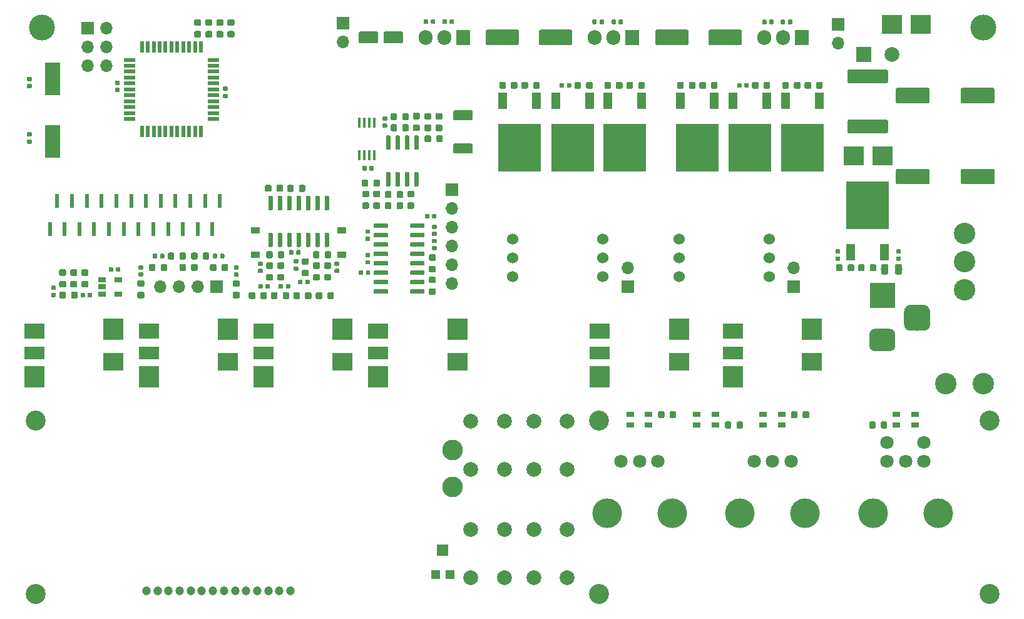
<source format=gts>
G04 #@! TF.GenerationSoftware,KiCad,Pcbnew,(5.1.2)-1*
G04 #@! TF.CreationDate,2019-05-27T01:00:54-05:00*
G04 #@! TF.ProjectId,mk312,6d6b3331-322e-46b6-9963-61645f706362,rev?*
G04 #@! TF.SameCoordinates,Original*
G04 #@! TF.FileFunction,Soldermask,Top*
G04 #@! TF.FilePolarity,Negative*
%FSLAX46Y46*%
G04 Gerber Fmt 4.6, Leading zero omitted, Abs format (unit mm)*
G04 Created by KiCad (PCBNEW (5.1.2)-1) date 2019-05-27 01:00:54*
%MOMM*%
%LPD*%
G04 APERTURE LIST*
%ADD10R,1.000000X0.800000*%
%ADD11C,1.524000*%
%ADD12C,3.500000*%
%ADD13C,2.700000*%
%ADD14C,1.800000*%
%ADD15C,4.000000*%
%ADD16C,2.800000*%
%ADD17C,1.200000*%
%ADD18C,2.000000*%
%ADD19R,1.060000X0.650000*%
%ADD20C,0.100000*%
%ADD21C,3.000000*%
%ADD22R,3.500000X3.500000*%
%ADD23C,0.600000*%
%ADD24R,5.800000X6.400000*%
%ADD25R,1.200000X2.200000*%
%ADD26O,1.905000X2.000000*%
%ADD27R,1.905000X2.000000*%
%ADD28C,2.900000*%
%ADD29C,1.925000*%
%ADD30R,0.600000X1.850000*%
%ADD31R,1.600000X1.500000*%
%ADD32R,1.200000X1.200000*%
%ADD33C,0.590000*%
%ADD34C,0.975000*%
%ADD35C,2.100000*%
%ADD36C,1.600000*%
%ADD37O,1.700000X1.700000*%
%ADD38R,1.700000X1.700000*%
%ADD39C,1.998980*%
%ADD40R,1.998980X1.998980*%
%ADD41R,2.000000X4.500000*%
%ADD42R,1.200000X0.900000*%
%ADD43R,0.550000X1.500000*%
%ADD44R,1.500000X0.550000*%
%ADD45R,0.450000X1.450000*%
%ADD46C,0.875000*%
%ADD47C,1.350000*%
%ADD48R,2.710000X2.500000*%
%ADD49R,2.700000X1.800000*%
%ADD50R,2.700000X2.400000*%
%ADD51R,2.700000X2.100000*%
%ADD52R,2.700000X2.900000*%
G04 APERTURE END LIST*
D10*
X170500000Y-80100000D03*
X168000000Y-80100000D03*
X168000000Y-78700000D03*
X170500000Y-78700000D03*
X161500000Y-80100000D03*
X159000000Y-80100000D03*
X159000000Y-78700000D03*
X161500000Y-78700000D03*
X179500000Y-80100000D03*
X177000000Y-80100000D03*
X177000000Y-78700000D03*
X179500000Y-78700000D03*
X195000000Y-78700000D03*
X197500000Y-78700000D03*
X197500000Y-80100000D03*
X195000000Y-80100000D03*
D11*
X143104000Y-60040000D03*
X143104000Y-57500000D03*
X143104000Y-54960000D03*
X155296000Y-54960000D03*
X155296000Y-57500000D03*
X155296000Y-60040000D03*
D12*
X206770000Y-26330000D03*
X79430000Y-26330000D03*
D13*
X207650000Y-79500000D03*
X207650000Y-103000000D03*
X154750000Y-103000000D03*
X78600000Y-103000000D03*
X154750000Y-79500000D03*
X78600000Y-79500000D03*
D14*
X193750000Y-82500000D03*
X198750000Y-82500000D03*
X198750000Y-85000000D03*
X196250000Y-85000000D03*
X193750000Y-85000000D03*
D15*
X200650000Y-92000000D03*
X191850000Y-92000000D03*
X173850000Y-92000000D03*
X182650000Y-92000000D03*
D14*
X175750000Y-85000000D03*
X178250000Y-85000000D03*
X180750000Y-85000000D03*
D15*
X155850000Y-92000000D03*
X164650000Y-92000000D03*
D14*
X157750000Y-85000000D03*
X160250000Y-85000000D03*
X162750000Y-85000000D03*
D16*
X134950000Y-88500000D03*
X134950000Y-83500000D03*
D17*
X93550000Y-102550000D03*
X95050000Y-102550000D03*
X96550000Y-102550000D03*
X98050000Y-102550000D03*
X99550000Y-102550000D03*
X101050000Y-102550000D03*
X102550000Y-102550000D03*
X104050000Y-102550000D03*
X105550000Y-102550000D03*
X107050000Y-102550000D03*
X108550000Y-102550000D03*
X110050000Y-102550000D03*
X111550000Y-102550000D03*
X113050000Y-102550000D03*
D18*
X137450000Y-79600000D03*
X137450000Y-86100000D03*
X141950000Y-79600000D03*
X141950000Y-86100000D03*
X150450000Y-86100000D03*
X150450000Y-79600000D03*
X145950000Y-86100000D03*
X145950000Y-79600000D03*
X137450000Y-94250000D03*
X137450000Y-100750000D03*
X141950000Y-94250000D03*
X141950000Y-100750000D03*
X150450000Y-100750000D03*
X150450000Y-94250000D03*
X145950000Y-100750000D03*
X145950000Y-94250000D03*
D19*
X89750000Y-60470000D03*
X89750000Y-62370000D03*
X87550000Y-62370000D03*
X87550000Y-61420000D03*
X87550000Y-60470000D03*
D20*
G36*
X198760765Y-63850213D02*
G01*
X198845704Y-63862813D01*
X198928999Y-63883677D01*
X199009848Y-63912605D01*
X199087472Y-63949319D01*
X199161124Y-63993464D01*
X199230094Y-64044616D01*
X199293718Y-64102282D01*
X199351384Y-64165906D01*
X199402536Y-64234876D01*
X199446681Y-64308528D01*
X199483395Y-64386152D01*
X199512323Y-64467001D01*
X199533187Y-64550296D01*
X199545787Y-64635235D01*
X199550000Y-64721000D01*
X199550000Y-66471000D01*
X199545787Y-66556765D01*
X199533187Y-66641704D01*
X199512323Y-66724999D01*
X199483395Y-66805848D01*
X199446681Y-66883472D01*
X199402536Y-66957124D01*
X199351384Y-67026094D01*
X199293718Y-67089718D01*
X199230094Y-67147384D01*
X199161124Y-67198536D01*
X199087472Y-67242681D01*
X199009848Y-67279395D01*
X198928999Y-67308323D01*
X198845704Y-67329187D01*
X198760765Y-67341787D01*
X198675000Y-67346000D01*
X196925000Y-67346000D01*
X196839235Y-67341787D01*
X196754296Y-67329187D01*
X196671001Y-67308323D01*
X196590152Y-67279395D01*
X196512528Y-67242681D01*
X196438876Y-67198536D01*
X196369906Y-67147384D01*
X196306282Y-67089718D01*
X196248616Y-67026094D01*
X196197464Y-66957124D01*
X196153319Y-66883472D01*
X196116605Y-66805848D01*
X196087677Y-66724999D01*
X196066813Y-66641704D01*
X196054213Y-66556765D01*
X196050000Y-66471000D01*
X196050000Y-64721000D01*
X196054213Y-64635235D01*
X196066813Y-64550296D01*
X196087677Y-64467001D01*
X196116605Y-64386152D01*
X196153319Y-64308528D01*
X196197464Y-64234876D01*
X196248616Y-64165906D01*
X196306282Y-64102282D01*
X196369906Y-64044616D01*
X196438876Y-63993464D01*
X196512528Y-63949319D01*
X196590152Y-63912605D01*
X196671001Y-63883677D01*
X196754296Y-63862813D01*
X196839235Y-63850213D01*
X196925000Y-63846000D01*
X198675000Y-63846000D01*
X198760765Y-63850213D01*
X198760765Y-63850213D01*
G37*
D12*
X197800000Y-65596000D03*
D20*
G36*
X194173513Y-67099611D02*
G01*
X194246318Y-67110411D01*
X194317714Y-67128295D01*
X194387013Y-67153090D01*
X194453548Y-67184559D01*
X194516678Y-67222398D01*
X194575795Y-67266242D01*
X194630330Y-67315670D01*
X194679758Y-67370205D01*
X194723602Y-67429322D01*
X194761441Y-67492452D01*
X194792910Y-67558987D01*
X194817705Y-67628286D01*
X194835589Y-67699682D01*
X194846389Y-67772487D01*
X194850000Y-67846000D01*
X194850000Y-69346000D01*
X194846389Y-69419513D01*
X194835589Y-69492318D01*
X194817705Y-69563714D01*
X194792910Y-69633013D01*
X194761441Y-69699548D01*
X194723602Y-69762678D01*
X194679758Y-69821795D01*
X194630330Y-69876330D01*
X194575795Y-69925758D01*
X194516678Y-69969602D01*
X194453548Y-70007441D01*
X194387013Y-70038910D01*
X194317714Y-70063705D01*
X194246318Y-70081589D01*
X194173513Y-70092389D01*
X194100000Y-70096000D01*
X192100000Y-70096000D01*
X192026487Y-70092389D01*
X191953682Y-70081589D01*
X191882286Y-70063705D01*
X191812987Y-70038910D01*
X191746452Y-70007441D01*
X191683322Y-69969602D01*
X191624205Y-69925758D01*
X191569670Y-69876330D01*
X191520242Y-69821795D01*
X191476398Y-69762678D01*
X191438559Y-69699548D01*
X191407090Y-69633013D01*
X191382295Y-69563714D01*
X191364411Y-69492318D01*
X191353611Y-69419513D01*
X191350000Y-69346000D01*
X191350000Y-67846000D01*
X191353611Y-67772487D01*
X191364411Y-67699682D01*
X191382295Y-67628286D01*
X191407090Y-67558987D01*
X191438559Y-67492452D01*
X191476398Y-67429322D01*
X191520242Y-67370205D01*
X191569670Y-67315670D01*
X191624205Y-67266242D01*
X191683322Y-67222398D01*
X191746452Y-67184559D01*
X191812987Y-67153090D01*
X191882286Y-67128295D01*
X191953682Y-67110411D01*
X192026487Y-67099611D01*
X192100000Y-67096000D01*
X194100000Y-67096000D01*
X194173513Y-67099611D01*
X194173513Y-67099611D01*
G37*
D21*
X193100000Y-68596000D03*
D22*
X193100000Y-62596000D03*
D20*
G36*
X131059703Y-52845722D02*
G01*
X131074264Y-52847882D01*
X131088543Y-52851459D01*
X131102403Y-52856418D01*
X131115710Y-52862712D01*
X131128336Y-52870280D01*
X131140159Y-52879048D01*
X131151066Y-52888934D01*
X131160952Y-52899841D01*
X131169720Y-52911664D01*
X131177288Y-52924290D01*
X131183582Y-52937597D01*
X131188541Y-52951457D01*
X131192118Y-52965736D01*
X131194278Y-52980297D01*
X131195000Y-52995000D01*
X131195000Y-53295000D01*
X131194278Y-53309703D01*
X131192118Y-53324264D01*
X131188541Y-53338543D01*
X131183582Y-53352403D01*
X131177288Y-53365710D01*
X131169720Y-53378336D01*
X131160952Y-53390159D01*
X131151066Y-53401066D01*
X131140159Y-53410952D01*
X131128336Y-53419720D01*
X131115710Y-53427288D01*
X131102403Y-53433582D01*
X131088543Y-53438541D01*
X131074264Y-53442118D01*
X131059703Y-53444278D01*
X131045000Y-53445000D01*
X129395000Y-53445000D01*
X129380297Y-53444278D01*
X129365736Y-53442118D01*
X129351457Y-53438541D01*
X129337597Y-53433582D01*
X129324290Y-53427288D01*
X129311664Y-53419720D01*
X129299841Y-53410952D01*
X129288934Y-53401066D01*
X129279048Y-53390159D01*
X129270280Y-53378336D01*
X129262712Y-53365710D01*
X129256418Y-53352403D01*
X129251459Y-53338543D01*
X129247882Y-53324264D01*
X129245722Y-53309703D01*
X129245000Y-53295000D01*
X129245000Y-52995000D01*
X129245722Y-52980297D01*
X129247882Y-52965736D01*
X129251459Y-52951457D01*
X129256418Y-52937597D01*
X129262712Y-52924290D01*
X129270280Y-52911664D01*
X129279048Y-52899841D01*
X129288934Y-52888934D01*
X129299841Y-52879048D01*
X129311664Y-52870280D01*
X129324290Y-52862712D01*
X129337597Y-52856418D01*
X129351457Y-52851459D01*
X129365736Y-52847882D01*
X129380297Y-52845722D01*
X129395000Y-52845000D01*
X131045000Y-52845000D01*
X131059703Y-52845722D01*
X131059703Y-52845722D01*
G37*
D23*
X130220000Y-53145000D03*
D20*
G36*
X131059703Y-54115722D02*
G01*
X131074264Y-54117882D01*
X131088543Y-54121459D01*
X131102403Y-54126418D01*
X131115710Y-54132712D01*
X131128336Y-54140280D01*
X131140159Y-54149048D01*
X131151066Y-54158934D01*
X131160952Y-54169841D01*
X131169720Y-54181664D01*
X131177288Y-54194290D01*
X131183582Y-54207597D01*
X131188541Y-54221457D01*
X131192118Y-54235736D01*
X131194278Y-54250297D01*
X131195000Y-54265000D01*
X131195000Y-54565000D01*
X131194278Y-54579703D01*
X131192118Y-54594264D01*
X131188541Y-54608543D01*
X131183582Y-54622403D01*
X131177288Y-54635710D01*
X131169720Y-54648336D01*
X131160952Y-54660159D01*
X131151066Y-54671066D01*
X131140159Y-54680952D01*
X131128336Y-54689720D01*
X131115710Y-54697288D01*
X131102403Y-54703582D01*
X131088543Y-54708541D01*
X131074264Y-54712118D01*
X131059703Y-54714278D01*
X131045000Y-54715000D01*
X129395000Y-54715000D01*
X129380297Y-54714278D01*
X129365736Y-54712118D01*
X129351457Y-54708541D01*
X129337597Y-54703582D01*
X129324290Y-54697288D01*
X129311664Y-54689720D01*
X129299841Y-54680952D01*
X129288934Y-54671066D01*
X129279048Y-54660159D01*
X129270280Y-54648336D01*
X129262712Y-54635710D01*
X129256418Y-54622403D01*
X129251459Y-54608543D01*
X129247882Y-54594264D01*
X129245722Y-54579703D01*
X129245000Y-54565000D01*
X129245000Y-54265000D01*
X129245722Y-54250297D01*
X129247882Y-54235736D01*
X129251459Y-54221457D01*
X129256418Y-54207597D01*
X129262712Y-54194290D01*
X129270280Y-54181664D01*
X129279048Y-54169841D01*
X129288934Y-54158934D01*
X129299841Y-54149048D01*
X129311664Y-54140280D01*
X129324290Y-54132712D01*
X129337597Y-54126418D01*
X129351457Y-54121459D01*
X129365736Y-54117882D01*
X129380297Y-54115722D01*
X129395000Y-54115000D01*
X131045000Y-54115000D01*
X131059703Y-54115722D01*
X131059703Y-54115722D01*
G37*
D23*
X130220000Y-54415000D03*
D20*
G36*
X131059703Y-55385722D02*
G01*
X131074264Y-55387882D01*
X131088543Y-55391459D01*
X131102403Y-55396418D01*
X131115710Y-55402712D01*
X131128336Y-55410280D01*
X131140159Y-55419048D01*
X131151066Y-55428934D01*
X131160952Y-55439841D01*
X131169720Y-55451664D01*
X131177288Y-55464290D01*
X131183582Y-55477597D01*
X131188541Y-55491457D01*
X131192118Y-55505736D01*
X131194278Y-55520297D01*
X131195000Y-55535000D01*
X131195000Y-55835000D01*
X131194278Y-55849703D01*
X131192118Y-55864264D01*
X131188541Y-55878543D01*
X131183582Y-55892403D01*
X131177288Y-55905710D01*
X131169720Y-55918336D01*
X131160952Y-55930159D01*
X131151066Y-55941066D01*
X131140159Y-55950952D01*
X131128336Y-55959720D01*
X131115710Y-55967288D01*
X131102403Y-55973582D01*
X131088543Y-55978541D01*
X131074264Y-55982118D01*
X131059703Y-55984278D01*
X131045000Y-55985000D01*
X129395000Y-55985000D01*
X129380297Y-55984278D01*
X129365736Y-55982118D01*
X129351457Y-55978541D01*
X129337597Y-55973582D01*
X129324290Y-55967288D01*
X129311664Y-55959720D01*
X129299841Y-55950952D01*
X129288934Y-55941066D01*
X129279048Y-55930159D01*
X129270280Y-55918336D01*
X129262712Y-55905710D01*
X129256418Y-55892403D01*
X129251459Y-55878543D01*
X129247882Y-55864264D01*
X129245722Y-55849703D01*
X129245000Y-55835000D01*
X129245000Y-55535000D01*
X129245722Y-55520297D01*
X129247882Y-55505736D01*
X129251459Y-55491457D01*
X129256418Y-55477597D01*
X129262712Y-55464290D01*
X129270280Y-55451664D01*
X129279048Y-55439841D01*
X129288934Y-55428934D01*
X129299841Y-55419048D01*
X129311664Y-55410280D01*
X129324290Y-55402712D01*
X129337597Y-55396418D01*
X129351457Y-55391459D01*
X129365736Y-55387882D01*
X129380297Y-55385722D01*
X129395000Y-55385000D01*
X131045000Y-55385000D01*
X131059703Y-55385722D01*
X131059703Y-55385722D01*
G37*
D23*
X130220000Y-55685000D03*
D20*
G36*
X131059703Y-56655722D02*
G01*
X131074264Y-56657882D01*
X131088543Y-56661459D01*
X131102403Y-56666418D01*
X131115710Y-56672712D01*
X131128336Y-56680280D01*
X131140159Y-56689048D01*
X131151066Y-56698934D01*
X131160952Y-56709841D01*
X131169720Y-56721664D01*
X131177288Y-56734290D01*
X131183582Y-56747597D01*
X131188541Y-56761457D01*
X131192118Y-56775736D01*
X131194278Y-56790297D01*
X131195000Y-56805000D01*
X131195000Y-57105000D01*
X131194278Y-57119703D01*
X131192118Y-57134264D01*
X131188541Y-57148543D01*
X131183582Y-57162403D01*
X131177288Y-57175710D01*
X131169720Y-57188336D01*
X131160952Y-57200159D01*
X131151066Y-57211066D01*
X131140159Y-57220952D01*
X131128336Y-57229720D01*
X131115710Y-57237288D01*
X131102403Y-57243582D01*
X131088543Y-57248541D01*
X131074264Y-57252118D01*
X131059703Y-57254278D01*
X131045000Y-57255000D01*
X129395000Y-57255000D01*
X129380297Y-57254278D01*
X129365736Y-57252118D01*
X129351457Y-57248541D01*
X129337597Y-57243582D01*
X129324290Y-57237288D01*
X129311664Y-57229720D01*
X129299841Y-57220952D01*
X129288934Y-57211066D01*
X129279048Y-57200159D01*
X129270280Y-57188336D01*
X129262712Y-57175710D01*
X129256418Y-57162403D01*
X129251459Y-57148543D01*
X129247882Y-57134264D01*
X129245722Y-57119703D01*
X129245000Y-57105000D01*
X129245000Y-56805000D01*
X129245722Y-56790297D01*
X129247882Y-56775736D01*
X129251459Y-56761457D01*
X129256418Y-56747597D01*
X129262712Y-56734290D01*
X129270280Y-56721664D01*
X129279048Y-56709841D01*
X129288934Y-56698934D01*
X129299841Y-56689048D01*
X129311664Y-56680280D01*
X129324290Y-56672712D01*
X129337597Y-56666418D01*
X129351457Y-56661459D01*
X129365736Y-56657882D01*
X129380297Y-56655722D01*
X129395000Y-56655000D01*
X131045000Y-56655000D01*
X131059703Y-56655722D01*
X131059703Y-56655722D01*
G37*
D23*
X130220000Y-56955000D03*
D20*
G36*
X131059703Y-57925722D02*
G01*
X131074264Y-57927882D01*
X131088543Y-57931459D01*
X131102403Y-57936418D01*
X131115710Y-57942712D01*
X131128336Y-57950280D01*
X131140159Y-57959048D01*
X131151066Y-57968934D01*
X131160952Y-57979841D01*
X131169720Y-57991664D01*
X131177288Y-58004290D01*
X131183582Y-58017597D01*
X131188541Y-58031457D01*
X131192118Y-58045736D01*
X131194278Y-58060297D01*
X131195000Y-58075000D01*
X131195000Y-58375000D01*
X131194278Y-58389703D01*
X131192118Y-58404264D01*
X131188541Y-58418543D01*
X131183582Y-58432403D01*
X131177288Y-58445710D01*
X131169720Y-58458336D01*
X131160952Y-58470159D01*
X131151066Y-58481066D01*
X131140159Y-58490952D01*
X131128336Y-58499720D01*
X131115710Y-58507288D01*
X131102403Y-58513582D01*
X131088543Y-58518541D01*
X131074264Y-58522118D01*
X131059703Y-58524278D01*
X131045000Y-58525000D01*
X129395000Y-58525000D01*
X129380297Y-58524278D01*
X129365736Y-58522118D01*
X129351457Y-58518541D01*
X129337597Y-58513582D01*
X129324290Y-58507288D01*
X129311664Y-58499720D01*
X129299841Y-58490952D01*
X129288934Y-58481066D01*
X129279048Y-58470159D01*
X129270280Y-58458336D01*
X129262712Y-58445710D01*
X129256418Y-58432403D01*
X129251459Y-58418543D01*
X129247882Y-58404264D01*
X129245722Y-58389703D01*
X129245000Y-58375000D01*
X129245000Y-58075000D01*
X129245722Y-58060297D01*
X129247882Y-58045736D01*
X129251459Y-58031457D01*
X129256418Y-58017597D01*
X129262712Y-58004290D01*
X129270280Y-57991664D01*
X129279048Y-57979841D01*
X129288934Y-57968934D01*
X129299841Y-57959048D01*
X129311664Y-57950280D01*
X129324290Y-57942712D01*
X129337597Y-57936418D01*
X129351457Y-57931459D01*
X129365736Y-57927882D01*
X129380297Y-57925722D01*
X129395000Y-57925000D01*
X131045000Y-57925000D01*
X131059703Y-57925722D01*
X131059703Y-57925722D01*
G37*
D23*
X130220000Y-58225000D03*
D20*
G36*
X131059703Y-59195722D02*
G01*
X131074264Y-59197882D01*
X131088543Y-59201459D01*
X131102403Y-59206418D01*
X131115710Y-59212712D01*
X131128336Y-59220280D01*
X131140159Y-59229048D01*
X131151066Y-59238934D01*
X131160952Y-59249841D01*
X131169720Y-59261664D01*
X131177288Y-59274290D01*
X131183582Y-59287597D01*
X131188541Y-59301457D01*
X131192118Y-59315736D01*
X131194278Y-59330297D01*
X131195000Y-59345000D01*
X131195000Y-59645000D01*
X131194278Y-59659703D01*
X131192118Y-59674264D01*
X131188541Y-59688543D01*
X131183582Y-59702403D01*
X131177288Y-59715710D01*
X131169720Y-59728336D01*
X131160952Y-59740159D01*
X131151066Y-59751066D01*
X131140159Y-59760952D01*
X131128336Y-59769720D01*
X131115710Y-59777288D01*
X131102403Y-59783582D01*
X131088543Y-59788541D01*
X131074264Y-59792118D01*
X131059703Y-59794278D01*
X131045000Y-59795000D01*
X129395000Y-59795000D01*
X129380297Y-59794278D01*
X129365736Y-59792118D01*
X129351457Y-59788541D01*
X129337597Y-59783582D01*
X129324290Y-59777288D01*
X129311664Y-59769720D01*
X129299841Y-59760952D01*
X129288934Y-59751066D01*
X129279048Y-59740159D01*
X129270280Y-59728336D01*
X129262712Y-59715710D01*
X129256418Y-59702403D01*
X129251459Y-59688543D01*
X129247882Y-59674264D01*
X129245722Y-59659703D01*
X129245000Y-59645000D01*
X129245000Y-59345000D01*
X129245722Y-59330297D01*
X129247882Y-59315736D01*
X129251459Y-59301457D01*
X129256418Y-59287597D01*
X129262712Y-59274290D01*
X129270280Y-59261664D01*
X129279048Y-59249841D01*
X129288934Y-59238934D01*
X129299841Y-59229048D01*
X129311664Y-59220280D01*
X129324290Y-59212712D01*
X129337597Y-59206418D01*
X129351457Y-59201459D01*
X129365736Y-59197882D01*
X129380297Y-59195722D01*
X129395000Y-59195000D01*
X131045000Y-59195000D01*
X131059703Y-59195722D01*
X131059703Y-59195722D01*
G37*
D23*
X130220000Y-59495000D03*
D20*
G36*
X131059703Y-60465722D02*
G01*
X131074264Y-60467882D01*
X131088543Y-60471459D01*
X131102403Y-60476418D01*
X131115710Y-60482712D01*
X131128336Y-60490280D01*
X131140159Y-60499048D01*
X131151066Y-60508934D01*
X131160952Y-60519841D01*
X131169720Y-60531664D01*
X131177288Y-60544290D01*
X131183582Y-60557597D01*
X131188541Y-60571457D01*
X131192118Y-60585736D01*
X131194278Y-60600297D01*
X131195000Y-60615000D01*
X131195000Y-60915000D01*
X131194278Y-60929703D01*
X131192118Y-60944264D01*
X131188541Y-60958543D01*
X131183582Y-60972403D01*
X131177288Y-60985710D01*
X131169720Y-60998336D01*
X131160952Y-61010159D01*
X131151066Y-61021066D01*
X131140159Y-61030952D01*
X131128336Y-61039720D01*
X131115710Y-61047288D01*
X131102403Y-61053582D01*
X131088543Y-61058541D01*
X131074264Y-61062118D01*
X131059703Y-61064278D01*
X131045000Y-61065000D01*
X129395000Y-61065000D01*
X129380297Y-61064278D01*
X129365736Y-61062118D01*
X129351457Y-61058541D01*
X129337597Y-61053582D01*
X129324290Y-61047288D01*
X129311664Y-61039720D01*
X129299841Y-61030952D01*
X129288934Y-61021066D01*
X129279048Y-61010159D01*
X129270280Y-60998336D01*
X129262712Y-60985710D01*
X129256418Y-60972403D01*
X129251459Y-60958543D01*
X129247882Y-60944264D01*
X129245722Y-60929703D01*
X129245000Y-60915000D01*
X129245000Y-60615000D01*
X129245722Y-60600297D01*
X129247882Y-60585736D01*
X129251459Y-60571457D01*
X129256418Y-60557597D01*
X129262712Y-60544290D01*
X129270280Y-60531664D01*
X129279048Y-60519841D01*
X129288934Y-60508934D01*
X129299841Y-60499048D01*
X129311664Y-60490280D01*
X129324290Y-60482712D01*
X129337597Y-60476418D01*
X129351457Y-60471459D01*
X129365736Y-60467882D01*
X129380297Y-60465722D01*
X129395000Y-60465000D01*
X131045000Y-60465000D01*
X131059703Y-60465722D01*
X131059703Y-60465722D01*
G37*
D23*
X130220000Y-60765000D03*
D20*
G36*
X131059703Y-61735722D02*
G01*
X131074264Y-61737882D01*
X131088543Y-61741459D01*
X131102403Y-61746418D01*
X131115710Y-61752712D01*
X131128336Y-61760280D01*
X131140159Y-61769048D01*
X131151066Y-61778934D01*
X131160952Y-61789841D01*
X131169720Y-61801664D01*
X131177288Y-61814290D01*
X131183582Y-61827597D01*
X131188541Y-61841457D01*
X131192118Y-61855736D01*
X131194278Y-61870297D01*
X131195000Y-61885000D01*
X131195000Y-62185000D01*
X131194278Y-62199703D01*
X131192118Y-62214264D01*
X131188541Y-62228543D01*
X131183582Y-62242403D01*
X131177288Y-62255710D01*
X131169720Y-62268336D01*
X131160952Y-62280159D01*
X131151066Y-62291066D01*
X131140159Y-62300952D01*
X131128336Y-62309720D01*
X131115710Y-62317288D01*
X131102403Y-62323582D01*
X131088543Y-62328541D01*
X131074264Y-62332118D01*
X131059703Y-62334278D01*
X131045000Y-62335000D01*
X129395000Y-62335000D01*
X129380297Y-62334278D01*
X129365736Y-62332118D01*
X129351457Y-62328541D01*
X129337597Y-62323582D01*
X129324290Y-62317288D01*
X129311664Y-62309720D01*
X129299841Y-62300952D01*
X129288934Y-62291066D01*
X129279048Y-62280159D01*
X129270280Y-62268336D01*
X129262712Y-62255710D01*
X129256418Y-62242403D01*
X129251459Y-62228543D01*
X129247882Y-62214264D01*
X129245722Y-62199703D01*
X129245000Y-62185000D01*
X129245000Y-61885000D01*
X129245722Y-61870297D01*
X129247882Y-61855736D01*
X129251459Y-61841457D01*
X129256418Y-61827597D01*
X129262712Y-61814290D01*
X129270280Y-61801664D01*
X129279048Y-61789841D01*
X129288934Y-61778934D01*
X129299841Y-61769048D01*
X129311664Y-61760280D01*
X129324290Y-61752712D01*
X129337597Y-61746418D01*
X129351457Y-61741459D01*
X129365736Y-61737882D01*
X129380297Y-61735722D01*
X129395000Y-61735000D01*
X131045000Y-61735000D01*
X131059703Y-61735722D01*
X131059703Y-61735722D01*
G37*
D23*
X130220000Y-62035000D03*
D20*
G36*
X126109703Y-61735722D02*
G01*
X126124264Y-61737882D01*
X126138543Y-61741459D01*
X126152403Y-61746418D01*
X126165710Y-61752712D01*
X126178336Y-61760280D01*
X126190159Y-61769048D01*
X126201066Y-61778934D01*
X126210952Y-61789841D01*
X126219720Y-61801664D01*
X126227288Y-61814290D01*
X126233582Y-61827597D01*
X126238541Y-61841457D01*
X126242118Y-61855736D01*
X126244278Y-61870297D01*
X126245000Y-61885000D01*
X126245000Y-62185000D01*
X126244278Y-62199703D01*
X126242118Y-62214264D01*
X126238541Y-62228543D01*
X126233582Y-62242403D01*
X126227288Y-62255710D01*
X126219720Y-62268336D01*
X126210952Y-62280159D01*
X126201066Y-62291066D01*
X126190159Y-62300952D01*
X126178336Y-62309720D01*
X126165710Y-62317288D01*
X126152403Y-62323582D01*
X126138543Y-62328541D01*
X126124264Y-62332118D01*
X126109703Y-62334278D01*
X126095000Y-62335000D01*
X124445000Y-62335000D01*
X124430297Y-62334278D01*
X124415736Y-62332118D01*
X124401457Y-62328541D01*
X124387597Y-62323582D01*
X124374290Y-62317288D01*
X124361664Y-62309720D01*
X124349841Y-62300952D01*
X124338934Y-62291066D01*
X124329048Y-62280159D01*
X124320280Y-62268336D01*
X124312712Y-62255710D01*
X124306418Y-62242403D01*
X124301459Y-62228543D01*
X124297882Y-62214264D01*
X124295722Y-62199703D01*
X124295000Y-62185000D01*
X124295000Y-61885000D01*
X124295722Y-61870297D01*
X124297882Y-61855736D01*
X124301459Y-61841457D01*
X124306418Y-61827597D01*
X124312712Y-61814290D01*
X124320280Y-61801664D01*
X124329048Y-61789841D01*
X124338934Y-61778934D01*
X124349841Y-61769048D01*
X124361664Y-61760280D01*
X124374290Y-61752712D01*
X124387597Y-61746418D01*
X124401457Y-61741459D01*
X124415736Y-61737882D01*
X124430297Y-61735722D01*
X124445000Y-61735000D01*
X126095000Y-61735000D01*
X126109703Y-61735722D01*
X126109703Y-61735722D01*
G37*
D23*
X125270000Y-62035000D03*
D20*
G36*
X126109703Y-60465722D02*
G01*
X126124264Y-60467882D01*
X126138543Y-60471459D01*
X126152403Y-60476418D01*
X126165710Y-60482712D01*
X126178336Y-60490280D01*
X126190159Y-60499048D01*
X126201066Y-60508934D01*
X126210952Y-60519841D01*
X126219720Y-60531664D01*
X126227288Y-60544290D01*
X126233582Y-60557597D01*
X126238541Y-60571457D01*
X126242118Y-60585736D01*
X126244278Y-60600297D01*
X126245000Y-60615000D01*
X126245000Y-60915000D01*
X126244278Y-60929703D01*
X126242118Y-60944264D01*
X126238541Y-60958543D01*
X126233582Y-60972403D01*
X126227288Y-60985710D01*
X126219720Y-60998336D01*
X126210952Y-61010159D01*
X126201066Y-61021066D01*
X126190159Y-61030952D01*
X126178336Y-61039720D01*
X126165710Y-61047288D01*
X126152403Y-61053582D01*
X126138543Y-61058541D01*
X126124264Y-61062118D01*
X126109703Y-61064278D01*
X126095000Y-61065000D01*
X124445000Y-61065000D01*
X124430297Y-61064278D01*
X124415736Y-61062118D01*
X124401457Y-61058541D01*
X124387597Y-61053582D01*
X124374290Y-61047288D01*
X124361664Y-61039720D01*
X124349841Y-61030952D01*
X124338934Y-61021066D01*
X124329048Y-61010159D01*
X124320280Y-60998336D01*
X124312712Y-60985710D01*
X124306418Y-60972403D01*
X124301459Y-60958543D01*
X124297882Y-60944264D01*
X124295722Y-60929703D01*
X124295000Y-60915000D01*
X124295000Y-60615000D01*
X124295722Y-60600297D01*
X124297882Y-60585736D01*
X124301459Y-60571457D01*
X124306418Y-60557597D01*
X124312712Y-60544290D01*
X124320280Y-60531664D01*
X124329048Y-60519841D01*
X124338934Y-60508934D01*
X124349841Y-60499048D01*
X124361664Y-60490280D01*
X124374290Y-60482712D01*
X124387597Y-60476418D01*
X124401457Y-60471459D01*
X124415736Y-60467882D01*
X124430297Y-60465722D01*
X124445000Y-60465000D01*
X126095000Y-60465000D01*
X126109703Y-60465722D01*
X126109703Y-60465722D01*
G37*
D23*
X125270000Y-60765000D03*
D20*
G36*
X126109703Y-59195722D02*
G01*
X126124264Y-59197882D01*
X126138543Y-59201459D01*
X126152403Y-59206418D01*
X126165710Y-59212712D01*
X126178336Y-59220280D01*
X126190159Y-59229048D01*
X126201066Y-59238934D01*
X126210952Y-59249841D01*
X126219720Y-59261664D01*
X126227288Y-59274290D01*
X126233582Y-59287597D01*
X126238541Y-59301457D01*
X126242118Y-59315736D01*
X126244278Y-59330297D01*
X126245000Y-59345000D01*
X126245000Y-59645000D01*
X126244278Y-59659703D01*
X126242118Y-59674264D01*
X126238541Y-59688543D01*
X126233582Y-59702403D01*
X126227288Y-59715710D01*
X126219720Y-59728336D01*
X126210952Y-59740159D01*
X126201066Y-59751066D01*
X126190159Y-59760952D01*
X126178336Y-59769720D01*
X126165710Y-59777288D01*
X126152403Y-59783582D01*
X126138543Y-59788541D01*
X126124264Y-59792118D01*
X126109703Y-59794278D01*
X126095000Y-59795000D01*
X124445000Y-59795000D01*
X124430297Y-59794278D01*
X124415736Y-59792118D01*
X124401457Y-59788541D01*
X124387597Y-59783582D01*
X124374290Y-59777288D01*
X124361664Y-59769720D01*
X124349841Y-59760952D01*
X124338934Y-59751066D01*
X124329048Y-59740159D01*
X124320280Y-59728336D01*
X124312712Y-59715710D01*
X124306418Y-59702403D01*
X124301459Y-59688543D01*
X124297882Y-59674264D01*
X124295722Y-59659703D01*
X124295000Y-59645000D01*
X124295000Y-59345000D01*
X124295722Y-59330297D01*
X124297882Y-59315736D01*
X124301459Y-59301457D01*
X124306418Y-59287597D01*
X124312712Y-59274290D01*
X124320280Y-59261664D01*
X124329048Y-59249841D01*
X124338934Y-59238934D01*
X124349841Y-59229048D01*
X124361664Y-59220280D01*
X124374290Y-59212712D01*
X124387597Y-59206418D01*
X124401457Y-59201459D01*
X124415736Y-59197882D01*
X124430297Y-59195722D01*
X124445000Y-59195000D01*
X126095000Y-59195000D01*
X126109703Y-59195722D01*
X126109703Y-59195722D01*
G37*
D23*
X125270000Y-59495000D03*
D20*
G36*
X126109703Y-57925722D02*
G01*
X126124264Y-57927882D01*
X126138543Y-57931459D01*
X126152403Y-57936418D01*
X126165710Y-57942712D01*
X126178336Y-57950280D01*
X126190159Y-57959048D01*
X126201066Y-57968934D01*
X126210952Y-57979841D01*
X126219720Y-57991664D01*
X126227288Y-58004290D01*
X126233582Y-58017597D01*
X126238541Y-58031457D01*
X126242118Y-58045736D01*
X126244278Y-58060297D01*
X126245000Y-58075000D01*
X126245000Y-58375000D01*
X126244278Y-58389703D01*
X126242118Y-58404264D01*
X126238541Y-58418543D01*
X126233582Y-58432403D01*
X126227288Y-58445710D01*
X126219720Y-58458336D01*
X126210952Y-58470159D01*
X126201066Y-58481066D01*
X126190159Y-58490952D01*
X126178336Y-58499720D01*
X126165710Y-58507288D01*
X126152403Y-58513582D01*
X126138543Y-58518541D01*
X126124264Y-58522118D01*
X126109703Y-58524278D01*
X126095000Y-58525000D01*
X124445000Y-58525000D01*
X124430297Y-58524278D01*
X124415736Y-58522118D01*
X124401457Y-58518541D01*
X124387597Y-58513582D01*
X124374290Y-58507288D01*
X124361664Y-58499720D01*
X124349841Y-58490952D01*
X124338934Y-58481066D01*
X124329048Y-58470159D01*
X124320280Y-58458336D01*
X124312712Y-58445710D01*
X124306418Y-58432403D01*
X124301459Y-58418543D01*
X124297882Y-58404264D01*
X124295722Y-58389703D01*
X124295000Y-58375000D01*
X124295000Y-58075000D01*
X124295722Y-58060297D01*
X124297882Y-58045736D01*
X124301459Y-58031457D01*
X124306418Y-58017597D01*
X124312712Y-58004290D01*
X124320280Y-57991664D01*
X124329048Y-57979841D01*
X124338934Y-57968934D01*
X124349841Y-57959048D01*
X124361664Y-57950280D01*
X124374290Y-57942712D01*
X124387597Y-57936418D01*
X124401457Y-57931459D01*
X124415736Y-57927882D01*
X124430297Y-57925722D01*
X124445000Y-57925000D01*
X126095000Y-57925000D01*
X126109703Y-57925722D01*
X126109703Y-57925722D01*
G37*
D23*
X125270000Y-58225000D03*
D20*
G36*
X126109703Y-56655722D02*
G01*
X126124264Y-56657882D01*
X126138543Y-56661459D01*
X126152403Y-56666418D01*
X126165710Y-56672712D01*
X126178336Y-56680280D01*
X126190159Y-56689048D01*
X126201066Y-56698934D01*
X126210952Y-56709841D01*
X126219720Y-56721664D01*
X126227288Y-56734290D01*
X126233582Y-56747597D01*
X126238541Y-56761457D01*
X126242118Y-56775736D01*
X126244278Y-56790297D01*
X126245000Y-56805000D01*
X126245000Y-57105000D01*
X126244278Y-57119703D01*
X126242118Y-57134264D01*
X126238541Y-57148543D01*
X126233582Y-57162403D01*
X126227288Y-57175710D01*
X126219720Y-57188336D01*
X126210952Y-57200159D01*
X126201066Y-57211066D01*
X126190159Y-57220952D01*
X126178336Y-57229720D01*
X126165710Y-57237288D01*
X126152403Y-57243582D01*
X126138543Y-57248541D01*
X126124264Y-57252118D01*
X126109703Y-57254278D01*
X126095000Y-57255000D01*
X124445000Y-57255000D01*
X124430297Y-57254278D01*
X124415736Y-57252118D01*
X124401457Y-57248541D01*
X124387597Y-57243582D01*
X124374290Y-57237288D01*
X124361664Y-57229720D01*
X124349841Y-57220952D01*
X124338934Y-57211066D01*
X124329048Y-57200159D01*
X124320280Y-57188336D01*
X124312712Y-57175710D01*
X124306418Y-57162403D01*
X124301459Y-57148543D01*
X124297882Y-57134264D01*
X124295722Y-57119703D01*
X124295000Y-57105000D01*
X124295000Y-56805000D01*
X124295722Y-56790297D01*
X124297882Y-56775736D01*
X124301459Y-56761457D01*
X124306418Y-56747597D01*
X124312712Y-56734290D01*
X124320280Y-56721664D01*
X124329048Y-56709841D01*
X124338934Y-56698934D01*
X124349841Y-56689048D01*
X124361664Y-56680280D01*
X124374290Y-56672712D01*
X124387597Y-56666418D01*
X124401457Y-56661459D01*
X124415736Y-56657882D01*
X124430297Y-56655722D01*
X124445000Y-56655000D01*
X126095000Y-56655000D01*
X126109703Y-56655722D01*
X126109703Y-56655722D01*
G37*
D23*
X125270000Y-56955000D03*
D20*
G36*
X126109703Y-55385722D02*
G01*
X126124264Y-55387882D01*
X126138543Y-55391459D01*
X126152403Y-55396418D01*
X126165710Y-55402712D01*
X126178336Y-55410280D01*
X126190159Y-55419048D01*
X126201066Y-55428934D01*
X126210952Y-55439841D01*
X126219720Y-55451664D01*
X126227288Y-55464290D01*
X126233582Y-55477597D01*
X126238541Y-55491457D01*
X126242118Y-55505736D01*
X126244278Y-55520297D01*
X126245000Y-55535000D01*
X126245000Y-55835000D01*
X126244278Y-55849703D01*
X126242118Y-55864264D01*
X126238541Y-55878543D01*
X126233582Y-55892403D01*
X126227288Y-55905710D01*
X126219720Y-55918336D01*
X126210952Y-55930159D01*
X126201066Y-55941066D01*
X126190159Y-55950952D01*
X126178336Y-55959720D01*
X126165710Y-55967288D01*
X126152403Y-55973582D01*
X126138543Y-55978541D01*
X126124264Y-55982118D01*
X126109703Y-55984278D01*
X126095000Y-55985000D01*
X124445000Y-55985000D01*
X124430297Y-55984278D01*
X124415736Y-55982118D01*
X124401457Y-55978541D01*
X124387597Y-55973582D01*
X124374290Y-55967288D01*
X124361664Y-55959720D01*
X124349841Y-55950952D01*
X124338934Y-55941066D01*
X124329048Y-55930159D01*
X124320280Y-55918336D01*
X124312712Y-55905710D01*
X124306418Y-55892403D01*
X124301459Y-55878543D01*
X124297882Y-55864264D01*
X124295722Y-55849703D01*
X124295000Y-55835000D01*
X124295000Y-55535000D01*
X124295722Y-55520297D01*
X124297882Y-55505736D01*
X124301459Y-55491457D01*
X124306418Y-55477597D01*
X124312712Y-55464290D01*
X124320280Y-55451664D01*
X124329048Y-55439841D01*
X124338934Y-55428934D01*
X124349841Y-55419048D01*
X124361664Y-55410280D01*
X124374290Y-55402712D01*
X124387597Y-55396418D01*
X124401457Y-55391459D01*
X124415736Y-55387882D01*
X124430297Y-55385722D01*
X124445000Y-55385000D01*
X126095000Y-55385000D01*
X126109703Y-55385722D01*
X126109703Y-55385722D01*
G37*
D23*
X125270000Y-55685000D03*
D20*
G36*
X126109703Y-54115722D02*
G01*
X126124264Y-54117882D01*
X126138543Y-54121459D01*
X126152403Y-54126418D01*
X126165710Y-54132712D01*
X126178336Y-54140280D01*
X126190159Y-54149048D01*
X126201066Y-54158934D01*
X126210952Y-54169841D01*
X126219720Y-54181664D01*
X126227288Y-54194290D01*
X126233582Y-54207597D01*
X126238541Y-54221457D01*
X126242118Y-54235736D01*
X126244278Y-54250297D01*
X126245000Y-54265000D01*
X126245000Y-54565000D01*
X126244278Y-54579703D01*
X126242118Y-54594264D01*
X126238541Y-54608543D01*
X126233582Y-54622403D01*
X126227288Y-54635710D01*
X126219720Y-54648336D01*
X126210952Y-54660159D01*
X126201066Y-54671066D01*
X126190159Y-54680952D01*
X126178336Y-54689720D01*
X126165710Y-54697288D01*
X126152403Y-54703582D01*
X126138543Y-54708541D01*
X126124264Y-54712118D01*
X126109703Y-54714278D01*
X126095000Y-54715000D01*
X124445000Y-54715000D01*
X124430297Y-54714278D01*
X124415736Y-54712118D01*
X124401457Y-54708541D01*
X124387597Y-54703582D01*
X124374290Y-54697288D01*
X124361664Y-54689720D01*
X124349841Y-54680952D01*
X124338934Y-54671066D01*
X124329048Y-54660159D01*
X124320280Y-54648336D01*
X124312712Y-54635710D01*
X124306418Y-54622403D01*
X124301459Y-54608543D01*
X124297882Y-54594264D01*
X124295722Y-54579703D01*
X124295000Y-54565000D01*
X124295000Y-54265000D01*
X124295722Y-54250297D01*
X124297882Y-54235736D01*
X124301459Y-54221457D01*
X124306418Y-54207597D01*
X124312712Y-54194290D01*
X124320280Y-54181664D01*
X124329048Y-54169841D01*
X124338934Y-54158934D01*
X124349841Y-54149048D01*
X124361664Y-54140280D01*
X124374290Y-54132712D01*
X124387597Y-54126418D01*
X124401457Y-54121459D01*
X124415736Y-54117882D01*
X124430297Y-54115722D01*
X124445000Y-54115000D01*
X126095000Y-54115000D01*
X126109703Y-54115722D01*
X126109703Y-54115722D01*
G37*
D23*
X125270000Y-54415000D03*
D20*
G36*
X126109703Y-52845722D02*
G01*
X126124264Y-52847882D01*
X126138543Y-52851459D01*
X126152403Y-52856418D01*
X126165710Y-52862712D01*
X126178336Y-52870280D01*
X126190159Y-52879048D01*
X126201066Y-52888934D01*
X126210952Y-52899841D01*
X126219720Y-52911664D01*
X126227288Y-52924290D01*
X126233582Y-52937597D01*
X126238541Y-52951457D01*
X126242118Y-52965736D01*
X126244278Y-52980297D01*
X126245000Y-52995000D01*
X126245000Y-53295000D01*
X126244278Y-53309703D01*
X126242118Y-53324264D01*
X126238541Y-53338543D01*
X126233582Y-53352403D01*
X126227288Y-53365710D01*
X126219720Y-53378336D01*
X126210952Y-53390159D01*
X126201066Y-53401066D01*
X126190159Y-53410952D01*
X126178336Y-53419720D01*
X126165710Y-53427288D01*
X126152403Y-53433582D01*
X126138543Y-53438541D01*
X126124264Y-53442118D01*
X126109703Y-53444278D01*
X126095000Y-53445000D01*
X124445000Y-53445000D01*
X124430297Y-53444278D01*
X124415736Y-53442118D01*
X124401457Y-53438541D01*
X124387597Y-53433582D01*
X124374290Y-53427288D01*
X124361664Y-53419720D01*
X124349841Y-53410952D01*
X124338934Y-53401066D01*
X124329048Y-53390159D01*
X124320280Y-53378336D01*
X124312712Y-53365710D01*
X124306418Y-53352403D01*
X124301459Y-53338543D01*
X124297882Y-53324264D01*
X124295722Y-53309703D01*
X124295000Y-53295000D01*
X124295000Y-52995000D01*
X124295722Y-52980297D01*
X124297882Y-52965736D01*
X124301459Y-52951457D01*
X124306418Y-52937597D01*
X124312712Y-52924290D01*
X124320280Y-52911664D01*
X124329048Y-52899841D01*
X124338934Y-52888934D01*
X124349841Y-52879048D01*
X124361664Y-52870280D01*
X124374290Y-52862712D01*
X124387597Y-52856418D01*
X124401457Y-52851459D01*
X124415736Y-52847882D01*
X124430297Y-52845722D01*
X124445000Y-52845000D01*
X126095000Y-52845000D01*
X126109703Y-52845722D01*
X126109703Y-52845722D01*
G37*
D23*
X125270000Y-53145000D03*
D24*
X168090000Y-42550000D03*
D25*
X165810000Y-36250000D03*
X170370000Y-36250000D03*
D24*
X175200000Y-42550000D03*
D25*
X172920000Y-36250000D03*
X177480000Y-36250000D03*
D24*
X182314000Y-42550000D03*
D25*
X180034000Y-36250000D03*
X184594000Y-36250000D03*
D24*
X144024000Y-42550000D03*
D25*
X141744000Y-36250000D03*
X146304000Y-36250000D03*
D24*
X151200000Y-42550000D03*
D25*
X148920000Y-36250000D03*
X153480000Y-36250000D03*
D24*
X158248000Y-42550000D03*
D25*
X155968000Y-36250000D03*
X160528000Y-36250000D03*
D26*
X177136200Y-27671000D03*
X179676200Y-27671000D03*
D27*
X182216200Y-27671000D03*
D26*
X154200000Y-27671000D03*
X156740000Y-27671000D03*
D27*
X159280000Y-27671000D03*
D26*
X131340000Y-27671000D03*
X133880000Y-27671000D03*
D27*
X136420000Y-27671000D03*
D24*
X191131600Y-50412200D03*
D25*
X193411600Y-56712200D03*
X188851600Y-56712200D03*
D28*
X206790000Y-74534000D03*
X201710000Y-74534000D03*
X204250000Y-54214000D03*
X204250000Y-58024000D03*
X204250000Y-61834000D03*
D20*
G36*
X193631105Y-31981204D02*
G01*
X193655373Y-31984804D01*
X193679172Y-31990765D01*
X193702271Y-31999030D01*
X193724450Y-32009520D01*
X193745493Y-32022132D01*
X193765199Y-32036747D01*
X193783377Y-32053223D01*
X193799853Y-32071401D01*
X193814468Y-32091107D01*
X193827080Y-32112150D01*
X193837570Y-32134329D01*
X193845835Y-32157428D01*
X193851796Y-32181227D01*
X193855396Y-32205495D01*
X193856600Y-32229999D01*
X193856600Y-33655001D01*
X193855396Y-33679505D01*
X193851796Y-33703773D01*
X193845835Y-33727572D01*
X193837570Y-33750671D01*
X193827080Y-33772850D01*
X193814468Y-33793893D01*
X193799853Y-33813599D01*
X193783377Y-33831777D01*
X193765199Y-33848253D01*
X193745493Y-33862868D01*
X193724450Y-33875480D01*
X193702271Y-33885970D01*
X193679172Y-33894235D01*
X193655373Y-33900196D01*
X193631105Y-33903796D01*
X193606601Y-33905000D01*
X188656599Y-33905000D01*
X188632095Y-33903796D01*
X188607827Y-33900196D01*
X188584028Y-33894235D01*
X188560929Y-33885970D01*
X188538750Y-33875480D01*
X188517707Y-33862868D01*
X188498001Y-33848253D01*
X188479823Y-33831777D01*
X188463347Y-33813599D01*
X188448732Y-33793893D01*
X188436120Y-33772850D01*
X188425630Y-33750671D01*
X188417365Y-33727572D01*
X188411404Y-33703773D01*
X188407804Y-33679505D01*
X188406600Y-33655001D01*
X188406600Y-32229999D01*
X188407804Y-32205495D01*
X188411404Y-32181227D01*
X188417365Y-32157428D01*
X188425630Y-32134329D01*
X188436120Y-32112150D01*
X188448732Y-32091107D01*
X188463347Y-32071401D01*
X188479823Y-32053223D01*
X188498001Y-32036747D01*
X188517707Y-32022132D01*
X188538750Y-32009520D01*
X188560929Y-31999030D01*
X188584028Y-31990765D01*
X188607827Y-31984804D01*
X188632095Y-31981204D01*
X188656599Y-31980000D01*
X193606601Y-31980000D01*
X193631105Y-31981204D01*
X193631105Y-31981204D01*
G37*
D29*
X191131600Y-32942500D03*
D20*
G36*
X193631105Y-38756204D02*
G01*
X193655373Y-38759804D01*
X193679172Y-38765765D01*
X193702271Y-38774030D01*
X193724450Y-38784520D01*
X193745493Y-38797132D01*
X193765199Y-38811747D01*
X193783377Y-38828223D01*
X193799853Y-38846401D01*
X193814468Y-38866107D01*
X193827080Y-38887150D01*
X193837570Y-38909329D01*
X193845835Y-38932428D01*
X193851796Y-38956227D01*
X193855396Y-38980495D01*
X193856600Y-39004999D01*
X193856600Y-40430001D01*
X193855396Y-40454505D01*
X193851796Y-40478773D01*
X193845835Y-40502572D01*
X193837570Y-40525671D01*
X193827080Y-40547850D01*
X193814468Y-40568893D01*
X193799853Y-40588599D01*
X193783377Y-40606777D01*
X193765199Y-40623253D01*
X193745493Y-40637868D01*
X193724450Y-40650480D01*
X193702271Y-40660970D01*
X193679172Y-40669235D01*
X193655373Y-40675196D01*
X193631105Y-40678796D01*
X193606601Y-40680000D01*
X188656599Y-40680000D01*
X188632095Y-40678796D01*
X188607827Y-40675196D01*
X188584028Y-40669235D01*
X188560929Y-40660970D01*
X188538750Y-40650480D01*
X188517707Y-40637868D01*
X188498001Y-40623253D01*
X188479823Y-40606777D01*
X188463347Y-40588599D01*
X188448732Y-40568893D01*
X188436120Y-40547850D01*
X188425630Y-40525671D01*
X188417365Y-40502572D01*
X188411404Y-40478773D01*
X188407804Y-40454505D01*
X188406600Y-40430001D01*
X188406600Y-39004999D01*
X188407804Y-38980495D01*
X188411404Y-38956227D01*
X188417365Y-38932428D01*
X188425630Y-38909329D01*
X188436120Y-38887150D01*
X188448732Y-38866107D01*
X188463347Y-38846401D01*
X188479823Y-38828223D01*
X188498001Y-38811747D01*
X188517707Y-38797132D01*
X188538750Y-38784520D01*
X188560929Y-38774030D01*
X188584028Y-38765765D01*
X188607827Y-38759804D01*
X188632095Y-38756204D01*
X188656599Y-38755000D01*
X193606601Y-38755000D01*
X193631105Y-38756204D01*
X193631105Y-38756204D01*
G37*
D29*
X191131600Y-39717500D03*
D30*
X80490000Y-53600000D03*
X81490000Y-49750000D03*
X82490000Y-53600000D03*
X83490000Y-49750000D03*
X84490000Y-53600000D03*
X85490000Y-49750000D03*
X86490000Y-53600000D03*
X87490000Y-49750000D03*
X88490000Y-53600000D03*
X89490000Y-49750000D03*
X90490000Y-53600000D03*
X91490000Y-49750000D03*
X92490000Y-53600000D03*
X93490000Y-49750000D03*
X94490000Y-53600000D03*
X95490000Y-49750000D03*
X96490000Y-53600000D03*
X97490000Y-49750000D03*
X98490000Y-53600000D03*
X99490000Y-49750000D03*
X100490000Y-53600000D03*
X101490000Y-49750000D03*
X102490000Y-53600000D03*
X103490000Y-49750000D03*
D31*
X133650000Y-97050000D03*
D32*
X134650000Y-100300000D03*
X132650000Y-100300000D03*
D20*
G36*
X104426958Y-34320710D02*
G01*
X104441276Y-34322834D01*
X104455317Y-34326351D01*
X104468946Y-34331228D01*
X104482031Y-34337417D01*
X104494447Y-34344858D01*
X104506073Y-34353481D01*
X104516798Y-34363202D01*
X104526519Y-34373927D01*
X104535142Y-34385553D01*
X104542583Y-34397969D01*
X104548772Y-34411054D01*
X104553649Y-34424683D01*
X104557166Y-34438724D01*
X104559290Y-34453042D01*
X104560000Y-34467500D01*
X104560000Y-34762500D01*
X104559290Y-34776958D01*
X104557166Y-34791276D01*
X104553649Y-34805317D01*
X104548772Y-34818946D01*
X104542583Y-34832031D01*
X104535142Y-34844447D01*
X104526519Y-34856073D01*
X104516798Y-34866798D01*
X104506073Y-34876519D01*
X104494447Y-34885142D01*
X104482031Y-34892583D01*
X104468946Y-34898772D01*
X104455317Y-34903649D01*
X104441276Y-34907166D01*
X104426958Y-34909290D01*
X104412500Y-34910000D01*
X104067500Y-34910000D01*
X104053042Y-34909290D01*
X104038724Y-34907166D01*
X104024683Y-34903649D01*
X104011054Y-34898772D01*
X103997969Y-34892583D01*
X103985553Y-34885142D01*
X103973927Y-34876519D01*
X103963202Y-34866798D01*
X103953481Y-34856073D01*
X103944858Y-34844447D01*
X103937417Y-34832031D01*
X103931228Y-34818946D01*
X103926351Y-34805317D01*
X103922834Y-34791276D01*
X103920710Y-34776958D01*
X103920000Y-34762500D01*
X103920000Y-34467500D01*
X103920710Y-34453042D01*
X103922834Y-34438724D01*
X103926351Y-34424683D01*
X103931228Y-34411054D01*
X103937417Y-34397969D01*
X103944858Y-34385553D01*
X103953481Y-34373927D01*
X103963202Y-34363202D01*
X103973927Y-34353481D01*
X103985553Y-34344858D01*
X103997969Y-34337417D01*
X104011054Y-34331228D01*
X104024683Y-34326351D01*
X104038724Y-34322834D01*
X104053042Y-34320710D01*
X104067500Y-34320000D01*
X104412500Y-34320000D01*
X104426958Y-34320710D01*
X104426958Y-34320710D01*
G37*
D33*
X104240000Y-34615000D03*
D20*
G36*
X104426958Y-35290710D02*
G01*
X104441276Y-35292834D01*
X104455317Y-35296351D01*
X104468946Y-35301228D01*
X104482031Y-35307417D01*
X104494447Y-35314858D01*
X104506073Y-35323481D01*
X104516798Y-35333202D01*
X104526519Y-35343927D01*
X104535142Y-35355553D01*
X104542583Y-35367969D01*
X104548772Y-35381054D01*
X104553649Y-35394683D01*
X104557166Y-35408724D01*
X104559290Y-35423042D01*
X104560000Y-35437500D01*
X104560000Y-35732500D01*
X104559290Y-35746958D01*
X104557166Y-35761276D01*
X104553649Y-35775317D01*
X104548772Y-35788946D01*
X104542583Y-35802031D01*
X104535142Y-35814447D01*
X104526519Y-35826073D01*
X104516798Y-35836798D01*
X104506073Y-35846519D01*
X104494447Y-35855142D01*
X104482031Y-35862583D01*
X104468946Y-35868772D01*
X104455317Y-35873649D01*
X104441276Y-35877166D01*
X104426958Y-35879290D01*
X104412500Y-35880000D01*
X104067500Y-35880000D01*
X104053042Y-35879290D01*
X104038724Y-35877166D01*
X104024683Y-35873649D01*
X104011054Y-35868772D01*
X103997969Y-35862583D01*
X103985553Y-35855142D01*
X103973927Y-35846519D01*
X103963202Y-35836798D01*
X103953481Y-35826073D01*
X103944858Y-35814447D01*
X103937417Y-35802031D01*
X103931228Y-35788946D01*
X103926351Y-35775317D01*
X103922834Y-35761276D01*
X103920710Y-35746958D01*
X103920000Y-35732500D01*
X103920000Y-35437500D01*
X103920710Y-35423042D01*
X103922834Y-35408724D01*
X103926351Y-35394683D01*
X103931228Y-35381054D01*
X103937417Y-35367969D01*
X103944858Y-35355553D01*
X103953481Y-35343927D01*
X103963202Y-35333202D01*
X103973927Y-35323481D01*
X103985553Y-35314858D01*
X103997969Y-35307417D01*
X104011054Y-35301228D01*
X104024683Y-35296351D01*
X104038724Y-35292834D01*
X104053042Y-35290710D01*
X104067500Y-35290000D01*
X104412500Y-35290000D01*
X104426958Y-35290710D01*
X104426958Y-35290710D01*
G37*
D33*
X104240000Y-35585000D03*
D20*
G36*
X81161958Y-61255710D02*
G01*
X81176276Y-61257834D01*
X81190317Y-61261351D01*
X81203946Y-61266228D01*
X81217031Y-61272417D01*
X81229447Y-61279858D01*
X81241073Y-61288481D01*
X81251798Y-61298202D01*
X81261519Y-61308927D01*
X81270142Y-61320553D01*
X81277583Y-61332969D01*
X81283772Y-61346054D01*
X81288649Y-61359683D01*
X81292166Y-61373724D01*
X81294290Y-61388042D01*
X81295000Y-61402500D01*
X81295000Y-61697500D01*
X81294290Y-61711958D01*
X81292166Y-61726276D01*
X81288649Y-61740317D01*
X81283772Y-61753946D01*
X81277583Y-61767031D01*
X81270142Y-61779447D01*
X81261519Y-61791073D01*
X81251798Y-61801798D01*
X81241073Y-61811519D01*
X81229447Y-61820142D01*
X81217031Y-61827583D01*
X81203946Y-61833772D01*
X81190317Y-61838649D01*
X81176276Y-61842166D01*
X81161958Y-61844290D01*
X81147500Y-61845000D01*
X80802500Y-61845000D01*
X80788042Y-61844290D01*
X80773724Y-61842166D01*
X80759683Y-61838649D01*
X80746054Y-61833772D01*
X80732969Y-61827583D01*
X80720553Y-61820142D01*
X80708927Y-61811519D01*
X80698202Y-61801798D01*
X80688481Y-61791073D01*
X80679858Y-61779447D01*
X80672417Y-61767031D01*
X80666228Y-61753946D01*
X80661351Y-61740317D01*
X80657834Y-61726276D01*
X80655710Y-61711958D01*
X80655000Y-61697500D01*
X80655000Y-61402500D01*
X80655710Y-61388042D01*
X80657834Y-61373724D01*
X80661351Y-61359683D01*
X80666228Y-61346054D01*
X80672417Y-61332969D01*
X80679858Y-61320553D01*
X80688481Y-61308927D01*
X80698202Y-61298202D01*
X80708927Y-61288481D01*
X80720553Y-61279858D01*
X80732969Y-61272417D01*
X80746054Y-61266228D01*
X80759683Y-61261351D01*
X80773724Y-61257834D01*
X80788042Y-61255710D01*
X80802500Y-61255000D01*
X81147500Y-61255000D01*
X81161958Y-61255710D01*
X81161958Y-61255710D01*
G37*
D33*
X80975000Y-61550000D03*
D20*
G36*
X81161958Y-62225710D02*
G01*
X81176276Y-62227834D01*
X81190317Y-62231351D01*
X81203946Y-62236228D01*
X81217031Y-62242417D01*
X81229447Y-62249858D01*
X81241073Y-62258481D01*
X81251798Y-62268202D01*
X81261519Y-62278927D01*
X81270142Y-62290553D01*
X81277583Y-62302969D01*
X81283772Y-62316054D01*
X81288649Y-62329683D01*
X81292166Y-62343724D01*
X81294290Y-62358042D01*
X81295000Y-62372500D01*
X81295000Y-62667500D01*
X81294290Y-62681958D01*
X81292166Y-62696276D01*
X81288649Y-62710317D01*
X81283772Y-62723946D01*
X81277583Y-62737031D01*
X81270142Y-62749447D01*
X81261519Y-62761073D01*
X81251798Y-62771798D01*
X81241073Y-62781519D01*
X81229447Y-62790142D01*
X81217031Y-62797583D01*
X81203946Y-62803772D01*
X81190317Y-62808649D01*
X81176276Y-62812166D01*
X81161958Y-62814290D01*
X81147500Y-62815000D01*
X80802500Y-62815000D01*
X80788042Y-62814290D01*
X80773724Y-62812166D01*
X80759683Y-62808649D01*
X80746054Y-62803772D01*
X80732969Y-62797583D01*
X80720553Y-62790142D01*
X80708927Y-62781519D01*
X80698202Y-62771798D01*
X80688481Y-62761073D01*
X80679858Y-62749447D01*
X80672417Y-62737031D01*
X80666228Y-62723946D01*
X80661351Y-62710317D01*
X80657834Y-62696276D01*
X80655710Y-62681958D01*
X80655000Y-62667500D01*
X80655000Y-62372500D01*
X80655710Y-62358042D01*
X80657834Y-62343724D01*
X80661351Y-62329683D01*
X80666228Y-62316054D01*
X80672417Y-62302969D01*
X80679858Y-62290553D01*
X80688481Y-62278927D01*
X80698202Y-62268202D01*
X80708927Y-62258481D01*
X80720553Y-62249858D01*
X80732969Y-62242417D01*
X80746054Y-62236228D01*
X80759683Y-62231351D01*
X80773724Y-62227834D01*
X80788042Y-62225710D01*
X80802500Y-62225000D01*
X81147500Y-62225000D01*
X81161958Y-62225710D01*
X81161958Y-62225710D01*
G37*
D33*
X80975000Y-62520000D03*
D20*
G36*
X105886958Y-58490710D02*
G01*
X105901276Y-58492834D01*
X105915317Y-58496351D01*
X105928946Y-58501228D01*
X105942031Y-58507417D01*
X105954447Y-58514858D01*
X105966073Y-58523481D01*
X105976798Y-58533202D01*
X105986519Y-58543927D01*
X105995142Y-58555553D01*
X106002583Y-58567969D01*
X106008772Y-58581054D01*
X106013649Y-58594683D01*
X106017166Y-58608724D01*
X106019290Y-58623042D01*
X106020000Y-58637500D01*
X106020000Y-58932500D01*
X106019290Y-58946958D01*
X106017166Y-58961276D01*
X106013649Y-58975317D01*
X106008772Y-58988946D01*
X106002583Y-59002031D01*
X105995142Y-59014447D01*
X105986519Y-59026073D01*
X105976798Y-59036798D01*
X105966073Y-59046519D01*
X105954447Y-59055142D01*
X105942031Y-59062583D01*
X105928946Y-59068772D01*
X105915317Y-59073649D01*
X105901276Y-59077166D01*
X105886958Y-59079290D01*
X105872500Y-59080000D01*
X105527500Y-59080000D01*
X105513042Y-59079290D01*
X105498724Y-59077166D01*
X105484683Y-59073649D01*
X105471054Y-59068772D01*
X105457969Y-59062583D01*
X105445553Y-59055142D01*
X105433927Y-59046519D01*
X105423202Y-59036798D01*
X105413481Y-59026073D01*
X105404858Y-59014447D01*
X105397417Y-59002031D01*
X105391228Y-58988946D01*
X105386351Y-58975317D01*
X105382834Y-58961276D01*
X105380710Y-58946958D01*
X105380000Y-58932500D01*
X105380000Y-58637500D01*
X105380710Y-58623042D01*
X105382834Y-58608724D01*
X105386351Y-58594683D01*
X105391228Y-58581054D01*
X105397417Y-58567969D01*
X105404858Y-58555553D01*
X105413481Y-58543927D01*
X105423202Y-58533202D01*
X105433927Y-58523481D01*
X105445553Y-58514858D01*
X105457969Y-58507417D01*
X105471054Y-58501228D01*
X105484683Y-58496351D01*
X105498724Y-58492834D01*
X105513042Y-58490710D01*
X105527500Y-58490000D01*
X105872500Y-58490000D01*
X105886958Y-58490710D01*
X105886958Y-58490710D01*
G37*
D33*
X105700000Y-58785000D03*
D20*
G36*
X105886958Y-59460710D02*
G01*
X105901276Y-59462834D01*
X105915317Y-59466351D01*
X105928946Y-59471228D01*
X105942031Y-59477417D01*
X105954447Y-59484858D01*
X105966073Y-59493481D01*
X105976798Y-59503202D01*
X105986519Y-59513927D01*
X105995142Y-59525553D01*
X106002583Y-59537969D01*
X106008772Y-59551054D01*
X106013649Y-59564683D01*
X106017166Y-59578724D01*
X106019290Y-59593042D01*
X106020000Y-59607500D01*
X106020000Y-59902500D01*
X106019290Y-59916958D01*
X106017166Y-59931276D01*
X106013649Y-59945317D01*
X106008772Y-59958946D01*
X106002583Y-59972031D01*
X105995142Y-59984447D01*
X105986519Y-59996073D01*
X105976798Y-60006798D01*
X105966073Y-60016519D01*
X105954447Y-60025142D01*
X105942031Y-60032583D01*
X105928946Y-60038772D01*
X105915317Y-60043649D01*
X105901276Y-60047166D01*
X105886958Y-60049290D01*
X105872500Y-60050000D01*
X105527500Y-60050000D01*
X105513042Y-60049290D01*
X105498724Y-60047166D01*
X105484683Y-60043649D01*
X105471054Y-60038772D01*
X105457969Y-60032583D01*
X105445553Y-60025142D01*
X105433927Y-60016519D01*
X105423202Y-60006798D01*
X105413481Y-59996073D01*
X105404858Y-59984447D01*
X105397417Y-59972031D01*
X105391228Y-59958946D01*
X105386351Y-59945317D01*
X105382834Y-59931276D01*
X105380710Y-59916958D01*
X105380000Y-59902500D01*
X105380000Y-59607500D01*
X105380710Y-59593042D01*
X105382834Y-59578724D01*
X105386351Y-59564683D01*
X105391228Y-59551054D01*
X105397417Y-59537969D01*
X105404858Y-59525553D01*
X105413481Y-59513927D01*
X105423202Y-59503202D01*
X105433927Y-59493481D01*
X105445553Y-59484858D01*
X105457969Y-59477417D01*
X105471054Y-59471228D01*
X105484683Y-59466351D01*
X105498724Y-59462834D01*
X105513042Y-59460710D01*
X105527500Y-59460000D01*
X105872500Y-59460000D01*
X105886958Y-59460710D01*
X105886958Y-59460710D01*
G37*
D33*
X105700000Y-59755000D03*
D20*
G36*
X92986958Y-58490710D02*
G01*
X93001276Y-58492834D01*
X93015317Y-58496351D01*
X93028946Y-58501228D01*
X93042031Y-58507417D01*
X93054447Y-58514858D01*
X93066073Y-58523481D01*
X93076798Y-58533202D01*
X93086519Y-58543927D01*
X93095142Y-58555553D01*
X93102583Y-58567969D01*
X93108772Y-58581054D01*
X93113649Y-58594683D01*
X93117166Y-58608724D01*
X93119290Y-58623042D01*
X93120000Y-58637500D01*
X93120000Y-58932500D01*
X93119290Y-58946958D01*
X93117166Y-58961276D01*
X93113649Y-58975317D01*
X93108772Y-58988946D01*
X93102583Y-59002031D01*
X93095142Y-59014447D01*
X93086519Y-59026073D01*
X93076798Y-59036798D01*
X93066073Y-59046519D01*
X93054447Y-59055142D01*
X93042031Y-59062583D01*
X93028946Y-59068772D01*
X93015317Y-59073649D01*
X93001276Y-59077166D01*
X92986958Y-59079290D01*
X92972500Y-59080000D01*
X92627500Y-59080000D01*
X92613042Y-59079290D01*
X92598724Y-59077166D01*
X92584683Y-59073649D01*
X92571054Y-59068772D01*
X92557969Y-59062583D01*
X92545553Y-59055142D01*
X92533927Y-59046519D01*
X92523202Y-59036798D01*
X92513481Y-59026073D01*
X92504858Y-59014447D01*
X92497417Y-59002031D01*
X92491228Y-58988946D01*
X92486351Y-58975317D01*
X92482834Y-58961276D01*
X92480710Y-58946958D01*
X92480000Y-58932500D01*
X92480000Y-58637500D01*
X92480710Y-58623042D01*
X92482834Y-58608724D01*
X92486351Y-58594683D01*
X92491228Y-58581054D01*
X92497417Y-58567969D01*
X92504858Y-58555553D01*
X92513481Y-58543927D01*
X92523202Y-58533202D01*
X92533927Y-58523481D01*
X92545553Y-58514858D01*
X92557969Y-58507417D01*
X92571054Y-58501228D01*
X92584683Y-58496351D01*
X92598724Y-58492834D01*
X92613042Y-58490710D01*
X92627500Y-58490000D01*
X92972500Y-58490000D01*
X92986958Y-58490710D01*
X92986958Y-58490710D01*
G37*
D33*
X92800000Y-58785000D03*
D20*
G36*
X92986958Y-59460710D02*
G01*
X93001276Y-59462834D01*
X93015317Y-59466351D01*
X93028946Y-59471228D01*
X93042031Y-59477417D01*
X93054447Y-59484858D01*
X93066073Y-59493481D01*
X93076798Y-59503202D01*
X93086519Y-59513927D01*
X93095142Y-59525553D01*
X93102583Y-59537969D01*
X93108772Y-59551054D01*
X93113649Y-59564683D01*
X93117166Y-59578724D01*
X93119290Y-59593042D01*
X93120000Y-59607500D01*
X93120000Y-59902500D01*
X93119290Y-59916958D01*
X93117166Y-59931276D01*
X93113649Y-59945317D01*
X93108772Y-59958946D01*
X93102583Y-59972031D01*
X93095142Y-59984447D01*
X93086519Y-59996073D01*
X93076798Y-60006798D01*
X93066073Y-60016519D01*
X93054447Y-60025142D01*
X93042031Y-60032583D01*
X93028946Y-60038772D01*
X93015317Y-60043649D01*
X93001276Y-60047166D01*
X92986958Y-60049290D01*
X92972500Y-60050000D01*
X92627500Y-60050000D01*
X92613042Y-60049290D01*
X92598724Y-60047166D01*
X92584683Y-60043649D01*
X92571054Y-60038772D01*
X92557969Y-60032583D01*
X92545553Y-60025142D01*
X92533927Y-60016519D01*
X92523202Y-60006798D01*
X92513481Y-59996073D01*
X92504858Y-59984447D01*
X92497417Y-59972031D01*
X92491228Y-59958946D01*
X92486351Y-59945317D01*
X92482834Y-59931276D01*
X92480710Y-59916958D01*
X92480000Y-59902500D01*
X92480000Y-59607500D01*
X92480710Y-59593042D01*
X92482834Y-59578724D01*
X92486351Y-59564683D01*
X92491228Y-59551054D01*
X92497417Y-59537969D01*
X92504858Y-59525553D01*
X92513481Y-59513927D01*
X92523202Y-59503202D01*
X92533927Y-59493481D01*
X92545553Y-59484858D01*
X92557969Y-59477417D01*
X92571054Y-59471228D01*
X92584683Y-59466351D01*
X92598724Y-59462834D01*
X92613042Y-59460710D01*
X92627500Y-59460000D01*
X92972500Y-59460000D01*
X92986958Y-59460710D01*
X92986958Y-59460710D01*
G37*
D33*
X92800000Y-59755000D03*
D20*
G36*
X123696958Y-59180710D02*
G01*
X123711276Y-59182834D01*
X123725317Y-59186351D01*
X123738946Y-59191228D01*
X123752031Y-59197417D01*
X123764447Y-59204858D01*
X123776073Y-59213481D01*
X123786798Y-59223202D01*
X123796519Y-59233927D01*
X123805142Y-59245553D01*
X123812583Y-59257969D01*
X123818772Y-59271054D01*
X123823649Y-59284683D01*
X123827166Y-59298724D01*
X123829290Y-59313042D01*
X123830000Y-59327500D01*
X123830000Y-59672500D01*
X123829290Y-59686958D01*
X123827166Y-59701276D01*
X123823649Y-59715317D01*
X123818772Y-59728946D01*
X123812583Y-59742031D01*
X123805142Y-59754447D01*
X123796519Y-59766073D01*
X123786798Y-59776798D01*
X123776073Y-59786519D01*
X123764447Y-59795142D01*
X123752031Y-59802583D01*
X123738946Y-59808772D01*
X123725317Y-59813649D01*
X123711276Y-59817166D01*
X123696958Y-59819290D01*
X123682500Y-59820000D01*
X123387500Y-59820000D01*
X123373042Y-59819290D01*
X123358724Y-59817166D01*
X123344683Y-59813649D01*
X123331054Y-59808772D01*
X123317969Y-59802583D01*
X123305553Y-59795142D01*
X123293927Y-59786519D01*
X123283202Y-59776798D01*
X123273481Y-59766073D01*
X123264858Y-59754447D01*
X123257417Y-59742031D01*
X123251228Y-59728946D01*
X123246351Y-59715317D01*
X123242834Y-59701276D01*
X123240710Y-59686958D01*
X123240000Y-59672500D01*
X123240000Y-59327500D01*
X123240710Y-59313042D01*
X123242834Y-59298724D01*
X123246351Y-59284683D01*
X123251228Y-59271054D01*
X123257417Y-59257969D01*
X123264858Y-59245553D01*
X123273481Y-59233927D01*
X123283202Y-59223202D01*
X123293927Y-59213481D01*
X123305553Y-59204858D01*
X123317969Y-59197417D01*
X123331054Y-59191228D01*
X123344683Y-59186351D01*
X123358724Y-59182834D01*
X123373042Y-59180710D01*
X123387500Y-59180000D01*
X123682500Y-59180000D01*
X123696958Y-59180710D01*
X123696958Y-59180710D01*
G37*
D33*
X123535000Y-59500000D03*
D20*
G36*
X122726958Y-59180710D02*
G01*
X122741276Y-59182834D01*
X122755317Y-59186351D01*
X122768946Y-59191228D01*
X122782031Y-59197417D01*
X122794447Y-59204858D01*
X122806073Y-59213481D01*
X122816798Y-59223202D01*
X122826519Y-59233927D01*
X122835142Y-59245553D01*
X122842583Y-59257969D01*
X122848772Y-59271054D01*
X122853649Y-59284683D01*
X122857166Y-59298724D01*
X122859290Y-59313042D01*
X122860000Y-59327500D01*
X122860000Y-59672500D01*
X122859290Y-59686958D01*
X122857166Y-59701276D01*
X122853649Y-59715317D01*
X122848772Y-59728946D01*
X122842583Y-59742031D01*
X122835142Y-59754447D01*
X122826519Y-59766073D01*
X122816798Y-59776798D01*
X122806073Y-59786519D01*
X122794447Y-59795142D01*
X122782031Y-59802583D01*
X122768946Y-59808772D01*
X122755317Y-59813649D01*
X122741276Y-59817166D01*
X122726958Y-59819290D01*
X122712500Y-59820000D01*
X122417500Y-59820000D01*
X122403042Y-59819290D01*
X122388724Y-59817166D01*
X122374683Y-59813649D01*
X122361054Y-59808772D01*
X122347969Y-59802583D01*
X122335553Y-59795142D01*
X122323927Y-59786519D01*
X122313202Y-59776798D01*
X122303481Y-59766073D01*
X122294858Y-59754447D01*
X122287417Y-59742031D01*
X122281228Y-59728946D01*
X122276351Y-59715317D01*
X122272834Y-59701276D01*
X122270710Y-59686958D01*
X122270000Y-59672500D01*
X122270000Y-59327500D01*
X122270710Y-59313042D01*
X122272834Y-59298724D01*
X122276351Y-59284683D01*
X122281228Y-59271054D01*
X122287417Y-59257969D01*
X122294858Y-59245553D01*
X122303481Y-59233927D01*
X122313202Y-59223202D01*
X122323927Y-59213481D01*
X122335553Y-59204858D01*
X122347969Y-59197417D01*
X122361054Y-59191228D01*
X122374683Y-59186351D01*
X122388724Y-59182834D01*
X122403042Y-59180710D01*
X122417500Y-59180000D01*
X122712500Y-59180000D01*
X122726958Y-59180710D01*
X122726958Y-59180710D01*
G37*
D33*
X122565000Y-59500000D03*
D20*
G36*
X103971958Y-56925710D02*
G01*
X103986276Y-56927834D01*
X104000317Y-56931351D01*
X104013946Y-56936228D01*
X104027031Y-56942417D01*
X104039447Y-56949858D01*
X104051073Y-56958481D01*
X104061798Y-56968202D01*
X104071519Y-56978927D01*
X104080142Y-56990553D01*
X104087583Y-57002969D01*
X104093772Y-57016054D01*
X104098649Y-57029683D01*
X104102166Y-57043724D01*
X104104290Y-57058042D01*
X104105000Y-57072500D01*
X104105000Y-57417500D01*
X104104290Y-57431958D01*
X104102166Y-57446276D01*
X104098649Y-57460317D01*
X104093772Y-57473946D01*
X104087583Y-57487031D01*
X104080142Y-57499447D01*
X104071519Y-57511073D01*
X104061798Y-57521798D01*
X104051073Y-57531519D01*
X104039447Y-57540142D01*
X104027031Y-57547583D01*
X104013946Y-57553772D01*
X104000317Y-57558649D01*
X103986276Y-57562166D01*
X103971958Y-57564290D01*
X103957500Y-57565000D01*
X103662500Y-57565000D01*
X103648042Y-57564290D01*
X103633724Y-57562166D01*
X103619683Y-57558649D01*
X103606054Y-57553772D01*
X103592969Y-57547583D01*
X103580553Y-57540142D01*
X103568927Y-57531519D01*
X103558202Y-57521798D01*
X103548481Y-57511073D01*
X103539858Y-57499447D01*
X103532417Y-57487031D01*
X103526228Y-57473946D01*
X103521351Y-57460317D01*
X103517834Y-57446276D01*
X103515710Y-57431958D01*
X103515000Y-57417500D01*
X103515000Y-57072500D01*
X103515710Y-57058042D01*
X103517834Y-57043724D01*
X103521351Y-57029683D01*
X103526228Y-57016054D01*
X103532417Y-57002969D01*
X103539858Y-56990553D01*
X103548481Y-56978927D01*
X103558202Y-56968202D01*
X103568927Y-56958481D01*
X103580553Y-56949858D01*
X103592969Y-56942417D01*
X103606054Y-56936228D01*
X103619683Y-56931351D01*
X103633724Y-56927834D01*
X103648042Y-56925710D01*
X103662500Y-56925000D01*
X103957500Y-56925000D01*
X103971958Y-56925710D01*
X103971958Y-56925710D01*
G37*
D33*
X103810000Y-57245000D03*
D20*
G36*
X103001958Y-56925710D02*
G01*
X103016276Y-56927834D01*
X103030317Y-56931351D01*
X103043946Y-56936228D01*
X103057031Y-56942417D01*
X103069447Y-56949858D01*
X103081073Y-56958481D01*
X103091798Y-56968202D01*
X103101519Y-56978927D01*
X103110142Y-56990553D01*
X103117583Y-57002969D01*
X103123772Y-57016054D01*
X103128649Y-57029683D01*
X103132166Y-57043724D01*
X103134290Y-57058042D01*
X103135000Y-57072500D01*
X103135000Y-57417500D01*
X103134290Y-57431958D01*
X103132166Y-57446276D01*
X103128649Y-57460317D01*
X103123772Y-57473946D01*
X103117583Y-57487031D01*
X103110142Y-57499447D01*
X103101519Y-57511073D01*
X103091798Y-57521798D01*
X103081073Y-57531519D01*
X103069447Y-57540142D01*
X103057031Y-57547583D01*
X103043946Y-57553772D01*
X103030317Y-57558649D01*
X103016276Y-57562166D01*
X103001958Y-57564290D01*
X102987500Y-57565000D01*
X102692500Y-57565000D01*
X102678042Y-57564290D01*
X102663724Y-57562166D01*
X102649683Y-57558649D01*
X102636054Y-57553772D01*
X102622969Y-57547583D01*
X102610553Y-57540142D01*
X102598927Y-57531519D01*
X102588202Y-57521798D01*
X102578481Y-57511073D01*
X102569858Y-57499447D01*
X102562417Y-57487031D01*
X102556228Y-57473946D01*
X102551351Y-57460317D01*
X102547834Y-57446276D01*
X102545710Y-57431958D01*
X102545000Y-57417500D01*
X102545000Y-57072500D01*
X102545710Y-57058042D01*
X102547834Y-57043724D01*
X102551351Y-57029683D01*
X102556228Y-57016054D01*
X102562417Y-57002969D01*
X102569858Y-56990553D01*
X102578481Y-56978927D01*
X102588202Y-56968202D01*
X102598927Y-56958481D01*
X102610553Y-56949858D01*
X102622969Y-56942417D01*
X102636054Y-56936228D01*
X102649683Y-56931351D01*
X102663724Y-56927834D01*
X102678042Y-56925710D01*
X102692500Y-56925000D01*
X102987500Y-56925000D01*
X103001958Y-56925710D01*
X103001958Y-56925710D01*
G37*
D33*
X102840000Y-57245000D03*
D20*
G36*
X123696958Y-54610710D02*
G01*
X123711276Y-54612834D01*
X123725317Y-54616351D01*
X123738946Y-54621228D01*
X123752031Y-54627417D01*
X123764447Y-54634858D01*
X123776073Y-54643481D01*
X123786798Y-54653202D01*
X123796519Y-54663927D01*
X123805142Y-54675553D01*
X123812583Y-54687969D01*
X123818772Y-54701054D01*
X123823649Y-54714683D01*
X123827166Y-54728724D01*
X123829290Y-54743042D01*
X123830000Y-54757500D01*
X123830000Y-55052500D01*
X123829290Y-55066958D01*
X123827166Y-55081276D01*
X123823649Y-55095317D01*
X123818772Y-55108946D01*
X123812583Y-55122031D01*
X123805142Y-55134447D01*
X123796519Y-55146073D01*
X123786798Y-55156798D01*
X123776073Y-55166519D01*
X123764447Y-55175142D01*
X123752031Y-55182583D01*
X123738946Y-55188772D01*
X123725317Y-55193649D01*
X123711276Y-55197166D01*
X123696958Y-55199290D01*
X123682500Y-55200000D01*
X123337500Y-55200000D01*
X123323042Y-55199290D01*
X123308724Y-55197166D01*
X123294683Y-55193649D01*
X123281054Y-55188772D01*
X123267969Y-55182583D01*
X123255553Y-55175142D01*
X123243927Y-55166519D01*
X123233202Y-55156798D01*
X123223481Y-55146073D01*
X123214858Y-55134447D01*
X123207417Y-55122031D01*
X123201228Y-55108946D01*
X123196351Y-55095317D01*
X123192834Y-55081276D01*
X123190710Y-55066958D01*
X123190000Y-55052500D01*
X123190000Y-54757500D01*
X123190710Y-54743042D01*
X123192834Y-54728724D01*
X123196351Y-54714683D01*
X123201228Y-54701054D01*
X123207417Y-54687969D01*
X123214858Y-54675553D01*
X123223481Y-54663927D01*
X123233202Y-54653202D01*
X123243927Y-54643481D01*
X123255553Y-54634858D01*
X123267969Y-54627417D01*
X123281054Y-54621228D01*
X123294683Y-54616351D01*
X123308724Y-54612834D01*
X123323042Y-54610710D01*
X123337500Y-54610000D01*
X123682500Y-54610000D01*
X123696958Y-54610710D01*
X123696958Y-54610710D01*
G37*
D33*
X123510000Y-54905000D03*
D20*
G36*
X123696958Y-53640710D02*
G01*
X123711276Y-53642834D01*
X123725317Y-53646351D01*
X123738946Y-53651228D01*
X123752031Y-53657417D01*
X123764447Y-53664858D01*
X123776073Y-53673481D01*
X123786798Y-53683202D01*
X123796519Y-53693927D01*
X123805142Y-53705553D01*
X123812583Y-53717969D01*
X123818772Y-53731054D01*
X123823649Y-53744683D01*
X123827166Y-53758724D01*
X123829290Y-53773042D01*
X123830000Y-53787500D01*
X123830000Y-54082500D01*
X123829290Y-54096958D01*
X123827166Y-54111276D01*
X123823649Y-54125317D01*
X123818772Y-54138946D01*
X123812583Y-54152031D01*
X123805142Y-54164447D01*
X123796519Y-54176073D01*
X123786798Y-54186798D01*
X123776073Y-54196519D01*
X123764447Y-54205142D01*
X123752031Y-54212583D01*
X123738946Y-54218772D01*
X123725317Y-54223649D01*
X123711276Y-54227166D01*
X123696958Y-54229290D01*
X123682500Y-54230000D01*
X123337500Y-54230000D01*
X123323042Y-54229290D01*
X123308724Y-54227166D01*
X123294683Y-54223649D01*
X123281054Y-54218772D01*
X123267969Y-54212583D01*
X123255553Y-54205142D01*
X123243927Y-54196519D01*
X123233202Y-54186798D01*
X123223481Y-54176073D01*
X123214858Y-54164447D01*
X123207417Y-54152031D01*
X123201228Y-54138946D01*
X123196351Y-54125317D01*
X123192834Y-54111276D01*
X123190710Y-54096958D01*
X123190000Y-54082500D01*
X123190000Y-53787500D01*
X123190710Y-53773042D01*
X123192834Y-53758724D01*
X123196351Y-53744683D01*
X123201228Y-53731054D01*
X123207417Y-53717969D01*
X123214858Y-53705553D01*
X123223481Y-53693927D01*
X123233202Y-53683202D01*
X123243927Y-53673481D01*
X123255553Y-53664858D01*
X123267969Y-53657417D01*
X123281054Y-53651228D01*
X123294683Y-53646351D01*
X123308724Y-53642834D01*
X123323042Y-53640710D01*
X123337500Y-53640000D01*
X123682500Y-53640000D01*
X123696958Y-53640710D01*
X123696958Y-53640710D01*
G37*
D33*
X123510000Y-53935000D03*
D20*
G36*
X131691958Y-51532510D02*
G01*
X131706276Y-51534634D01*
X131720317Y-51538151D01*
X131733946Y-51543028D01*
X131747031Y-51549217D01*
X131759447Y-51556658D01*
X131771073Y-51565281D01*
X131781798Y-51575002D01*
X131791519Y-51585727D01*
X131800142Y-51597353D01*
X131807583Y-51609769D01*
X131813772Y-51622854D01*
X131818649Y-51636483D01*
X131822166Y-51650524D01*
X131824290Y-51664842D01*
X131825000Y-51679300D01*
X131825000Y-52024300D01*
X131824290Y-52038758D01*
X131822166Y-52053076D01*
X131818649Y-52067117D01*
X131813772Y-52080746D01*
X131807583Y-52093831D01*
X131800142Y-52106247D01*
X131791519Y-52117873D01*
X131781798Y-52128598D01*
X131771073Y-52138319D01*
X131759447Y-52146942D01*
X131747031Y-52154383D01*
X131733946Y-52160572D01*
X131720317Y-52165449D01*
X131706276Y-52168966D01*
X131691958Y-52171090D01*
X131677500Y-52171800D01*
X131382500Y-52171800D01*
X131368042Y-52171090D01*
X131353724Y-52168966D01*
X131339683Y-52165449D01*
X131326054Y-52160572D01*
X131312969Y-52154383D01*
X131300553Y-52146942D01*
X131288927Y-52138319D01*
X131278202Y-52128598D01*
X131268481Y-52117873D01*
X131259858Y-52106247D01*
X131252417Y-52093831D01*
X131246228Y-52080746D01*
X131241351Y-52067117D01*
X131237834Y-52053076D01*
X131235710Y-52038758D01*
X131235000Y-52024300D01*
X131235000Y-51679300D01*
X131235710Y-51664842D01*
X131237834Y-51650524D01*
X131241351Y-51636483D01*
X131246228Y-51622854D01*
X131252417Y-51609769D01*
X131259858Y-51597353D01*
X131268481Y-51585727D01*
X131278202Y-51575002D01*
X131288927Y-51565281D01*
X131300553Y-51556658D01*
X131312969Y-51549217D01*
X131326054Y-51543028D01*
X131339683Y-51538151D01*
X131353724Y-51534634D01*
X131368042Y-51532510D01*
X131382500Y-51531800D01*
X131677500Y-51531800D01*
X131691958Y-51532510D01*
X131691958Y-51532510D01*
G37*
D33*
X131530000Y-51851800D03*
D20*
G36*
X132661958Y-51532510D02*
G01*
X132676276Y-51534634D01*
X132690317Y-51538151D01*
X132703946Y-51543028D01*
X132717031Y-51549217D01*
X132729447Y-51556658D01*
X132741073Y-51565281D01*
X132751798Y-51575002D01*
X132761519Y-51585727D01*
X132770142Y-51597353D01*
X132777583Y-51609769D01*
X132783772Y-51622854D01*
X132788649Y-51636483D01*
X132792166Y-51650524D01*
X132794290Y-51664842D01*
X132795000Y-51679300D01*
X132795000Y-52024300D01*
X132794290Y-52038758D01*
X132792166Y-52053076D01*
X132788649Y-52067117D01*
X132783772Y-52080746D01*
X132777583Y-52093831D01*
X132770142Y-52106247D01*
X132761519Y-52117873D01*
X132751798Y-52128598D01*
X132741073Y-52138319D01*
X132729447Y-52146942D01*
X132717031Y-52154383D01*
X132703946Y-52160572D01*
X132690317Y-52165449D01*
X132676276Y-52168966D01*
X132661958Y-52171090D01*
X132647500Y-52171800D01*
X132352500Y-52171800D01*
X132338042Y-52171090D01*
X132323724Y-52168966D01*
X132309683Y-52165449D01*
X132296054Y-52160572D01*
X132282969Y-52154383D01*
X132270553Y-52146942D01*
X132258927Y-52138319D01*
X132248202Y-52128598D01*
X132238481Y-52117873D01*
X132229858Y-52106247D01*
X132222417Y-52093831D01*
X132216228Y-52080746D01*
X132211351Y-52067117D01*
X132207834Y-52053076D01*
X132205710Y-52038758D01*
X132205000Y-52024300D01*
X132205000Y-51679300D01*
X132205710Y-51664842D01*
X132207834Y-51650524D01*
X132211351Y-51636483D01*
X132216228Y-51622854D01*
X132222417Y-51609769D01*
X132229858Y-51597353D01*
X132238481Y-51585727D01*
X132248202Y-51575002D01*
X132258927Y-51565281D01*
X132270553Y-51556658D01*
X132282969Y-51549217D01*
X132296054Y-51543028D01*
X132309683Y-51538151D01*
X132323724Y-51534634D01*
X132338042Y-51532510D01*
X132352500Y-51531800D01*
X132647500Y-51531800D01*
X132661958Y-51532510D01*
X132661958Y-51532510D01*
G37*
D33*
X132500000Y-51851800D03*
D20*
G36*
X86071958Y-62200710D02*
G01*
X86086276Y-62202834D01*
X86100317Y-62206351D01*
X86113946Y-62211228D01*
X86127031Y-62217417D01*
X86139447Y-62224858D01*
X86151073Y-62233481D01*
X86161798Y-62243202D01*
X86171519Y-62253927D01*
X86180142Y-62265553D01*
X86187583Y-62277969D01*
X86193772Y-62291054D01*
X86198649Y-62304683D01*
X86202166Y-62318724D01*
X86204290Y-62333042D01*
X86205000Y-62347500D01*
X86205000Y-62692500D01*
X86204290Y-62706958D01*
X86202166Y-62721276D01*
X86198649Y-62735317D01*
X86193772Y-62748946D01*
X86187583Y-62762031D01*
X86180142Y-62774447D01*
X86171519Y-62786073D01*
X86161798Y-62796798D01*
X86151073Y-62806519D01*
X86139447Y-62815142D01*
X86127031Y-62822583D01*
X86113946Y-62828772D01*
X86100317Y-62833649D01*
X86086276Y-62837166D01*
X86071958Y-62839290D01*
X86057500Y-62840000D01*
X85762500Y-62840000D01*
X85748042Y-62839290D01*
X85733724Y-62837166D01*
X85719683Y-62833649D01*
X85706054Y-62828772D01*
X85692969Y-62822583D01*
X85680553Y-62815142D01*
X85668927Y-62806519D01*
X85658202Y-62796798D01*
X85648481Y-62786073D01*
X85639858Y-62774447D01*
X85632417Y-62762031D01*
X85626228Y-62748946D01*
X85621351Y-62735317D01*
X85617834Y-62721276D01*
X85615710Y-62706958D01*
X85615000Y-62692500D01*
X85615000Y-62347500D01*
X85615710Y-62333042D01*
X85617834Y-62318724D01*
X85621351Y-62304683D01*
X85626228Y-62291054D01*
X85632417Y-62277969D01*
X85639858Y-62265553D01*
X85648481Y-62253927D01*
X85658202Y-62243202D01*
X85668927Y-62233481D01*
X85680553Y-62224858D01*
X85692969Y-62217417D01*
X85706054Y-62211228D01*
X85719683Y-62206351D01*
X85733724Y-62202834D01*
X85748042Y-62200710D01*
X85762500Y-62200000D01*
X86057500Y-62200000D01*
X86071958Y-62200710D01*
X86071958Y-62200710D01*
G37*
D33*
X85910000Y-62520000D03*
D20*
G36*
X85101958Y-62200710D02*
G01*
X85116276Y-62202834D01*
X85130317Y-62206351D01*
X85143946Y-62211228D01*
X85157031Y-62217417D01*
X85169447Y-62224858D01*
X85181073Y-62233481D01*
X85191798Y-62243202D01*
X85201519Y-62253927D01*
X85210142Y-62265553D01*
X85217583Y-62277969D01*
X85223772Y-62291054D01*
X85228649Y-62304683D01*
X85232166Y-62318724D01*
X85234290Y-62333042D01*
X85235000Y-62347500D01*
X85235000Y-62692500D01*
X85234290Y-62706958D01*
X85232166Y-62721276D01*
X85228649Y-62735317D01*
X85223772Y-62748946D01*
X85217583Y-62762031D01*
X85210142Y-62774447D01*
X85201519Y-62786073D01*
X85191798Y-62796798D01*
X85181073Y-62806519D01*
X85169447Y-62815142D01*
X85157031Y-62822583D01*
X85143946Y-62828772D01*
X85130317Y-62833649D01*
X85116276Y-62837166D01*
X85101958Y-62839290D01*
X85087500Y-62840000D01*
X84792500Y-62840000D01*
X84778042Y-62839290D01*
X84763724Y-62837166D01*
X84749683Y-62833649D01*
X84736054Y-62828772D01*
X84722969Y-62822583D01*
X84710553Y-62815142D01*
X84698927Y-62806519D01*
X84688202Y-62796798D01*
X84678481Y-62786073D01*
X84669858Y-62774447D01*
X84662417Y-62762031D01*
X84656228Y-62748946D01*
X84651351Y-62735317D01*
X84647834Y-62721276D01*
X84645710Y-62706958D01*
X84645000Y-62692500D01*
X84645000Y-62347500D01*
X84645710Y-62333042D01*
X84647834Y-62318724D01*
X84651351Y-62304683D01*
X84656228Y-62291054D01*
X84662417Y-62277969D01*
X84669858Y-62265553D01*
X84678481Y-62253927D01*
X84688202Y-62243202D01*
X84698927Y-62233481D01*
X84710553Y-62224858D01*
X84722969Y-62217417D01*
X84736054Y-62211228D01*
X84749683Y-62206351D01*
X84763724Y-62202834D01*
X84778042Y-62200710D01*
X84792500Y-62200000D01*
X85087500Y-62200000D01*
X85101958Y-62200710D01*
X85101958Y-62200710D01*
G37*
D33*
X84940000Y-62520000D03*
D20*
G36*
X113976958Y-57670710D02*
G01*
X113991276Y-57672834D01*
X114005317Y-57676351D01*
X114018946Y-57681228D01*
X114032031Y-57687417D01*
X114044447Y-57694858D01*
X114056073Y-57703481D01*
X114066798Y-57713202D01*
X114076519Y-57723927D01*
X114085142Y-57735553D01*
X114092583Y-57747969D01*
X114098772Y-57761054D01*
X114103649Y-57774683D01*
X114107166Y-57788724D01*
X114109290Y-57803042D01*
X114110000Y-57817500D01*
X114110000Y-58112500D01*
X114109290Y-58126958D01*
X114107166Y-58141276D01*
X114103649Y-58155317D01*
X114098772Y-58168946D01*
X114092583Y-58182031D01*
X114085142Y-58194447D01*
X114076519Y-58206073D01*
X114066798Y-58216798D01*
X114056073Y-58226519D01*
X114044447Y-58235142D01*
X114032031Y-58242583D01*
X114018946Y-58248772D01*
X114005317Y-58253649D01*
X113991276Y-58257166D01*
X113976958Y-58259290D01*
X113962500Y-58260000D01*
X113617500Y-58260000D01*
X113603042Y-58259290D01*
X113588724Y-58257166D01*
X113574683Y-58253649D01*
X113561054Y-58248772D01*
X113547969Y-58242583D01*
X113535553Y-58235142D01*
X113523927Y-58226519D01*
X113513202Y-58216798D01*
X113503481Y-58206073D01*
X113494858Y-58194447D01*
X113487417Y-58182031D01*
X113481228Y-58168946D01*
X113476351Y-58155317D01*
X113472834Y-58141276D01*
X113470710Y-58126958D01*
X113470000Y-58112500D01*
X113470000Y-57817500D01*
X113470710Y-57803042D01*
X113472834Y-57788724D01*
X113476351Y-57774683D01*
X113481228Y-57761054D01*
X113487417Y-57747969D01*
X113494858Y-57735553D01*
X113503481Y-57723927D01*
X113513202Y-57713202D01*
X113523927Y-57703481D01*
X113535553Y-57694858D01*
X113547969Y-57687417D01*
X113561054Y-57681228D01*
X113574683Y-57676351D01*
X113588724Y-57672834D01*
X113603042Y-57670710D01*
X113617500Y-57670000D01*
X113962500Y-57670000D01*
X113976958Y-57670710D01*
X113976958Y-57670710D01*
G37*
D33*
X113790000Y-57965000D03*
D20*
G36*
X113976958Y-58640710D02*
G01*
X113991276Y-58642834D01*
X114005317Y-58646351D01*
X114018946Y-58651228D01*
X114032031Y-58657417D01*
X114044447Y-58664858D01*
X114056073Y-58673481D01*
X114066798Y-58683202D01*
X114076519Y-58693927D01*
X114085142Y-58705553D01*
X114092583Y-58717969D01*
X114098772Y-58731054D01*
X114103649Y-58744683D01*
X114107166Y-58758724D01*
X114109290Y-58773042D01*
X114110000Y-58787500D01*
X114110000Y-59082500D01*
X114109290Y-59096958D01*
X114107166Y-59111276D01*
X114103649Y-59125317D01*
X114098772Y-59138946D01*
X114092583Y-59152031D01*
X114085142Y-59164447D01*
X114076519Y-59176073D01*
X114066798Y-59186798D01*
X114056073Y-59196519D01*
X114044447Y-59205142D01*
X114032031Y-59212583D01*
X114018946Y-59218772D01*
X114005317Y-59223649D01*
X113991276Y-59227166D01*
X113976958Y-59229290D01*
X113962500Y-59230000D01*
X113617500Y-59230000D01*
X113603042Y-59229290D01*
X113588724Y-59227166D01*
X113574683Y-59223649D01*
X113561054Y-59218772D01*
X113547969Y-59212583D01*
X113535553Y-59205142D01*
X113523927Y-59196519D01*
X113513202Y-59186798D01*
X113503481Y-59176073D01*
X113494858Y-59164447D01*
X113487417Y-59152031D01*
X113481228Y-59138946D01*
X113476351Y-59125317D01*
X113472834Y-59111276D01*
X113470710Y-59096958D01*
X113470000Y-59082500D01*
X113470000Y-58787500D01*
X113470710Y-58773042D01*
X113472834Y-58758724D01*
X113476351Y-58744683D01*
X113481228Y-58731054D01*
X113487417Y-58717969D01*
X113494858Y-58705553D01*
X113503481Y-58693927D01*
X113513202Y-58683202D01*
X113523927Y-58673481D01*
X113535553Y-58664858D01*
X113547969Y-58657417D01*
X113561054Y-58651228D01*
X113574683Y-58646351D01*
X113588724Y-58642834D01*
X113603042Y-58640710D01*
X113617500Y-58640000D01*
X113962500Y-58640000D01*
X113976958Y-58640710D01*
X113976958Y-58640710D01*
G37*
D33*
X113790000Y-58935000D03*
D20*
G36*
X132686958Y-52990710D02*
G01*
X132701276Y-52992834D01*
X132715317Y-52996351D01*
X132728946Y-53001228D01*
X132742031Y-53007417D01*
X132754447Y-53014858D01*
X132766073Y-53023481D01*
X132776798Y-53033202D01*
X132786519Y-53043927D01*
X132795142Y-53055553D01*
X132802583Y-53067969D01*
X132808772Y-53081054D01*
X132813649Y-53094683D01*
X132817166Y-53108724D01*
X132819290Y-53123042D01*
X132820000Y-53137500D01*
X132820000Y-53432500D01*
X132819290Y-53446958D01*
X132817166Y-53461276D01*
X132813649Y-53475317D01*
X132808772Y-53488946D01*
X132802583Y-53502031D01*
X132795142Y-53514447D01*
X132786519Y-53526073D01*
X132776798Y-53536798D01*
X132766073Y-53546519D01*
X132754447Y-53555142D01*
X132742031Y-53562583D01*
X132728946Y-53568772D01*
X132715317Y-53573649D01*
X132701276Y-53577166D01*
X132686958Y-53579290D01*
X132672500Y-53580000D01*
X132327500Y-53580000D01*
X132313042Y-53579290D01*
X132298724Y-53577166D01*
X132284683Y-53573649D01*
X132271054Y-53568772D01*
X132257969Y-53562583D01*
X132245553Y-53555142D01*
X132233927Y-53546519D01*
X132223202Y-53536798D01*
X132213481Y-53526073D01*
X132204858Y-53514447D01*
X132197417Y-53502031D01*
X132191228Y-53488946D01*
X132186351Y-53475317D01*
X132182834Y-53461276D01*
X132180710Y-53446958D01*
X132180000Y-53432500D01*
X132180000Y-53137500D01*
X132180710Y-53123042D01*
X132182834Y-53108724D01*
X132186351Y-53094683D01*
X132191228Y-53081054D01*
X132197417Y-53067969D01*
X132204858Y-53055553D01*
X132213481Y-53043927D01*
X132223202Y-53033202D01*
X132233927Y-53023481D01*
X132245553Y-53014858D01*
X132257969Y-53007417D01*
X132271054Y-53001228D01*
X132284683Y-52996351D01*
X132298724Y-52992834D01*
X132313042Y-52990710D01*
X132327500Y-52990000D01*
X132672500Y-52990000D01*
X132686958Y-52990710D01*
X132686958Y-52990710D01*
G37*
D33*
X132500000Y-53285000D03*
D20*
G36*
X132686958Y-53960710D02*
G01*
X132701276Y-53962834D01*
X132715317Y-53966351D01*
X132728946Y-53971228D01*
X132742031Y-53977417D01*
X132754447Y-53984858D01*
X132766073Y-53993481D01*
X132776798Y-54003202D01*
X132786519Y-54013927D01*
X132795142Y-54025553D01*
X132802583Y-54037969D01*
X132808772Y-54051054D01*
X132813649Y-54064683D01*
X132817166Y-54078724D01*
X132819290Y-54093042D01*
X132820000Y-54107500D01*
X132820000Y-54402500D01*
X132819290Y-54416958D01*
X132817166Y-54431276D01*
X132813649Y-54445317D01*
X132808772Y-54458946D01*
X132802583Y-54472031D01*
X132795142Y-54484447D01*
X132786519Y-54496073D01*
X132776798Y-54506798D01*
X132766073Y-54516519D01*
X132754447Y-54525142D01*
X132742031Y-54532583D01*
X132728946Y-54538772D01*
X132715317Y-54543649D01*
X132701276Y-54547166D01*
X132686958Y-54549290D01*
X132672500Y-54550000D01*
X132327500Y-54550000D01*
X132313042Y-54549290D01*
X132298724Y-54547166D01*
X132284683Y-54543649D01*
X132271054Y-54538772D01*
X132257969Y-54532583D01*
X132245553Y-54525142D01*
X132233927Y-54516519D01*
X132223202Y-54506798D01*
X132213481Y-54496073D01*
X132204858Y-54484447D01*
X132197417Y-54472031D01*
X132191228Y-54458946D01*
X132186351Y-54445317D01*
X132182834Y-54431276D01*
X132180710Y-54416958D01*
X132180000Y-54402500D01*
X132180000Y-54107500D01*
X132180710Y-54093042D01*
X132182834Y-54078724D01*
X132186351Y-54064683D01*
X132191228Y-54051054D01*
X132197417Y-54037969D01*
X132204858Y-54025553D01*
X132213481Y-54013927D01*
X132223202Y-54003202D01*
X132233927Y-53993481D01*
X132245553Y-53984858D01*
X132257969Y-53977417D01*
X132271054Y-53971228D01*
X132284683Y-53966351D01*
X132298724Y-53962834D01*
X132313042Y-53960710D01*
X132327500Y-53960000D01*
X132672500Y-53960000D01*
X132686958Y-53960710D01*
X132686958Y-53960710D01*
G37*
D33*
X132500000Y-54255000D03*
D20*
G36*
X109146958Y-61020710D02*
G01*
X109161276Y-61022834D01*
X109175317Y-61026351D01*
X109188946Y-61031228D01*
X109202031Y-61037417D01*
X109214447Y-61044858D01*
X109226073Y-61053481D01*
X109236798Y-61063202D01*
X109246519Y-61073927D01*
X109255142Y-61085553D01*
X109262583Y-61097969D01*
X109268772Y-61111054D01*
X109273649Y-61124683D01*
X109277166Y-61138724D01*
X109279290Y-61153042D01*
X109280000Y-61167500D01*
X109280000Y-61512500D01*
X109279290Y-61526958D01*
X109277166Y-61541276D01*
X109273649Y-61555317D01*
X109268772Y-61568946D01*
X109262583Y-61582031D01*
X109255142Y-61594447D01*
X109246519Y-61606073D01*
X109236798Y-61616798D01*
X109226073Y-61626519D01*
X109214447Y-61635142D01*
X109202031Y-61642583D01*
X109188946Y-61648772D01*
X109175317Y-61653649D01*
X109161276Y-61657166D01*
X109146958Y-61659290D01*
X109132500Y-61660000D01*
X108837500Y-61660000D01*
X108823042Y-61659290D01*
X108808724Y-61657166D01*
X108794683Y-61653649D01*
X108781054Y-61648772D01*
X108767969Y-61642583D01*
X108755553Y-61635142D01*
X108743927Y-61626519D01*
X108733202Y-61616798D01*
X108723481Y-61606073D01*
X108714858Y-61594447D01*
X108707417Y-61582031D01*
X108701228Y-61568946D01*
X108696351Y-61555317D01*
X108692834Y-61541276D01*
X108690710Y-61526958D01*
X108690000Y-61512500D01*
X108690000Y-61167500D01*
X108690710Y-61153042D01*
X108692834Y-61138724D01*
X108696351Y-61124683D01*
X108701228Y-61111054D01*
X108707417Y-61097969D01*
X108714858Y-61085553D01*
X108723481Y-61073927D01*
X108733202Y-61063202D01*
X108743927Y-61053481D01*
X108755553Y-61044858D01*
X108767969Y-61037417D01*
X108781054Y-61031228D01*
X108794683Y-61026351D01*
X108808724Y-61022834D01*
X108823042Y-61020710D01*
X108837500Y-61020000D01*
X109132500Y-61020000D01*
X109146958Y-61020710D01*
X109146958Y-61020710D01*
G37*
D33*
X108985000Y-61340000D03*
D20*
G36*
X110116958Y-61020710D02*
G01*
X110131276Y-61022834D01*
X110145317Y-61026351D01*
X110158946Y-61031228D01*
X110172031Y-61037417D01*
X110184447Y-61044858D01*
X110196073Y-61053481D01*
X110206798Y-61063202D01*
X110216519Y-61073927D01*
X110225142Y-61085553D01*
X110232583Y-61097969D01*
X110238772Y-61111054D01*
X110243649Y-61124683D01*
X110247166Y-61138724D01*
X110249290Y-61153042D01*
X110250000Y-61167500D01*
X110250000Y-61512500D01*
X110249290Y-61526958D01*
X110247166Y-61541276D01*
X110243649Y-61555317D01*
X110238772Y-61568946D01*
X110232583Y-61582031D01*
X110225142Y-61594447D01*
X110216519Y-61606073D01*
X110206798Y-61616798D01*
X110196073Y-61626519D01*
X110184447Y-61635142D01*
X110172031Y-61642583D01*
X110158946Y-61648772D01*
X110145317Y-61653649D01*
X110131276Y-61657166D01*
X110116958Y-61659290D01*
X110102500Y-61660000D01*
X109807500Y-61660000D01*
X109793042Y-61659290D01*
X109778724Y-61657166D01*
X109764683Y-61653649D01*
X109751054Y-61648772D01*
X109737969Y-61642583D01*
X109725553Y-61635142D01*
X109713927Y-61626519D01*
X109703202Y-61616798D01*
X109693481Y-61606073D01*
X109684858Y-61594447D01*
X109677417Y-61582031D01*
X109671228Y-61568946D01*
X109666351Y-61555317D01*
X109662834Y-61541276D01*
X109660710Y-61526958D01*
X109660000Y-61512500D01*
X109660000Y-61167500D01*
X109660710Y-61153042D01*
X109662834Y-61138724D01*
X109666351Y-61124683D01*
X109671228Y-61111054D01*
X109677417Y-61097969D01*
X109684858Y-61085553D01*
X109693481Y-61073927D01*
X109703202Y-61063202D01*
X109713927Y-61053481D01*
X109725553Y-61044858D01*
X109737969Y-61037417D01*
X109751054Y-61031228D01*
X109764683Y-61026351D01*
X109778724Y-61022834D01*
X109793042Y-61020710D01*
X109807500Y-61020000D01*
X110102500Y-61020000D01*
X110116958Y-61020710D01*
X110116958Y-61020710D01*
G37*
D33*
X109955000Y-61340000D03*
D20*
G36*
X115496958Y-60440710D02*
G01*
X115511276Y-60442834D01*
X115525317Y-60446351D01*
X115538946Y-60451228D01*
X115552031Y-60457417D01*
X115564447Y-60464858D01*
X115576073Y-60473481D01*
X115586798Y-60483202D01*
X115596519Y-60493927D01*
X115605142Y-60505553D01*
X115612583Y-60517969D01*
X115618772Y-60531054D01*
X115623649Y-60544683D01*
X115627166Y-60558724D01*
X115629290Y-60573042D01*
X115630000Y-60587500D01*
X115630000Y-60932500D01*
X115629290Y-60946958D01*
X115627166Y-60961276D01*
X115623649Y-60975317D01*
X115618772Y-60988946D01*
X115612583Y-61002031D01*
X115605142Y-61014447D01*
X115596519Y-61026073D01*
X115586798Y-61036798D01*
X115576073Y-61046519D01*
X115564447Y-61055142D01*
X115552031Y-61062583D01*
X115538946Y-61068772D01*
X115525317Y-61073649D01*
X115511276Y-61077166D01*
X115496958Y-61079290D01*
X115482500Y-61080000D01*
X115187500Y-61080000D01*
X115173042Y-61079290D01*
X115158724Y-61077166D01*
X115144683Y-61073649D01*
X115131054Y-61068772D01*
X115117969Y-61062583D01*
X115105553Y-61055142D01*
X115093927Y-61046519D01*
X115083202Y-61036798D01*
X115073481Y-61026073D01*
X115064858Y-61014447D01*
X115057417Y-61002031D01*
X115051228Y-60988946D01*
X115046351Y-60975317D01*
X115042834Y-60961276D01*
X115040710Y-60946958D01*
X115040000Y-60932500D01*
X115040000Y-60587500D01*
X115040710Y-60573042D01*
X115042834Y-60558724D01*
X115046351Y-60544683D01*
X115051228Y-60531054D01*
X115057417Y-60517969D01*
X115064858Y-60505553D01*
X115073481Y-60493927D01*
X115083202Y-60483202D01*
X115093927Y-60473481D01*
X115105553Y-60464858D01*
X115117969Y-60457417D01*
X115131054Y-60451228D01*
X115144683Y-60446351D01*
X115158724Y-60442834D01*
X115173042Y-60440710D01*
X115187500Y-60440000D01*
X115482500Y-60440000D01*
X115496958Y-60440710D01*
X115496958Y-60440710D01*
G37*
D33*
X115335000Y-60760000D03*
D20*
G36*
X114526958Y-60440710D02*
G01*
X114541276Y-60442834D01*
X114555317Y-60446351D01*
X114568946Y-60451228D01*
X114582031Y-60457417D01*
X114594447Y-60464858D01*
X114606073Y-60473481D01*
X114616798Y-60483202D01*
X114626519Y-60493927D01*
X114635142Y-60505553D01*
X114642583Y-60517969D01*
X114648772Y-60531054D01*
X114653649Y-60544683D01*
X114657166Y-60558724D01*
X114659290Y-60573042D01*
X114660000Y-60587500D01*
X114660000Y-60932500D01*
X114659290Y-60946958D01*
X114657166Y-60961276D01*
X114653649Y-60975317D01*
X114648772Y-60988946D01*
X114642583Y-61002031D01*
X114635142Y-61014447D01*
X114626519Y-61026073D01*
X114616798Y-61036798D01*
X114606073Y-61046519D01*
X114594447Y-61055142D01*
X114582031Y-61062583D01*
X114568946Y-61068772D01*
X114555317Y-61073649D01*
X114541276Y-61077166D01*
X114526958Y-61079290D01*
X114512500Y-61080000D01*
X114217500Y-61080000D01*
X114203042Y-61079290D01*
X114188724Y-61077166D01*
X114174683Y-61073649D01*
X114161054Y-61068772D01*
X114147969Y-61062583D01*
X114135553Y-61055142D01*
X114123927Y-61046519D01*
X114113202Y-61036798D01*
X114103481Y-61026073D01*
X114094858Y-61014447D01*
X114087417Y-61002031D01*
X114081228Y-60988946D01*
X114076351Y-60975317D01*
X114072834Y-60961276D01*
X114070710Y-60946958D01*
X114070000Y-60932500D01*
X114070000Y-60587500D01*
X114070710Y-60573042D01*
X114072834Y-60558724D01*
X114076351Y-60544683D01*
X114081228Y-60531054D01*
X114087417Y-60517969D01*
X114094858Y-60505553D01*
X114103481Y-60493927D01*
X114113202Y-60483202D01*
X114123927Y-60473481D01*
X114135553Y-60464858D01*
X114147969Y-60457417D01*
X114161054Y-60451228D01*
X114174683Y-60446351D01*
X114188724Y-60442834D01*
X114203042Y-60440710D01*
X114217500Y-60440000D01*
X114512500Y-60440000D01*
X114526958Y-60440710D01*
X114526958Y-60440710D01*
G37*
D33*
X114365000Y-60760000D03*
D20*
G36*
X89896958Y-58750710D02*
G01*
X89911276Y-58752834D01*
X89925317Y-58756351D01*
X89938946Y-58761228D01*
X89952031Y-58767417D01*
X89964447Y-58774858D01*
X89976073Y-58783481D01*
X89986798Y-58793202D01*
X89996519Y-58803927D01*
X90005142Y-58815553D01*
X90012583Y-58827969D01*
X90018772Y-58841054D01*
X90023649Y-58854683D01*
X90027166Y-58868724D01*
X90029290Y-58883042D01*
X90030000Y-58897500D01*
X90030000Y-59242500D01*
X90029290Y-59256958D01*
X90027166Y-59271276D01*
X90023649Y-59285317D01*
X90018772Y-59298946D01*
X90012583Y-59312031D01*
X90005142Y-59324447D01*
X89996519Y-59336073D01*
X89986798Y-59346798D01*
X89976073Y-59356519D01*
X89964447Y-59365142D01*
X89952031Y-59372583D01*
X89938946Y-59378772D01*
X89925317Y-59383649D01*
X89911276Y-59387166D01*
X89896958Y-59389290D01*
X89882500Y-59390000D01*
X89587500Y-59390000D01*
X89573042Y-59389290D01*
X89558724Y-59387166D01*
X89544683Y-59383649D01*
X89531054Y-59378772D01*
X89517969Y-59372583D01*
X89505553Y-59365142D01*
X89493927Y-59356519D01*
X89483202Y-59346798D01*
X89473481Y-59336073D01*
X89464858Y-59324447D01*
X89457417Y-59312031D01*
X89451228Y-59298946D01*
X89446351Y-59285317D01*
X89442834Y-59271276D01*
X89440710Y-59256958D01*
X89440000Y-59242500D01*
X89440000Y-58897500D01*
X89440710Y-58883042D01*
X89442834Y-58868724D01*
X89446351Y-58854683D01*
X89451228Y-58841054D01*
X89457417Y-58827969D01*
X89464858Y-58815553D01*
X89473481Y-58803927D01*
X89483202Y-58793202D01*
X89493927Y-58783481D01*
X89505553Y-58774858D01*
X89517969Y-58767417D01*
X89531054Y-58761228D01*
X89544683Y-58756351D01*
X89558724Y-58752834D01*
X89573042Y-58750710D01*
X89587500Y-58750000D01*
X89882500Y-58750000D01*
X89896958Y-58750710D01*
X89896958Y-58750710D01*
G37*
D33*
X89735000Y-59070000D03*
D20*
G36*
X88926958Y-58750710D02*
G01*
X88941276Y-58752834D01*
X88955317Y-58756351D01*
X88968946Y-58761228D01*
X88982031Y-58767417D01*
X88994447Y-58774858D01*
X89006073Y-58783481D01*
X89016798Y-58793202D01*
X89026519Y-58803927D01*
X89035142Y-58815553D01*
X89042583Y-58827969D01*
X89048772Y-58841054D01*
X89053649Y-58854683D01*
X89057166Y-58868724D01*
X89059290Y-58883042D01*
X89060000Y-58897500D01*
X89060000Y-59242500D01*
X89059290Y-59256958D01*
X89057166Y-59271276D01*
X89053649Y-59285317D01*
X89048772Y-59298946D01*
X89042583Y-59312031D01*
X89035142Y-59324447D01*
X89026519Y-59336073D01*
X89016798Y-59346798D01*
X89006073Y-59356519D01*
X88994447Y-59365142D01*
X88982031Y-59372583D01*
X88968946Y-59378772D01*
X88955317Y-59383649D01*
X88941276Y-59387166D01*
X88926958Y-59389290D01*
X88912500Y-59390000D01*
X88617500Y-59390000D01*
X88603042Y-59389290D01*
X88588724Y-59387166D01*
X88574683Y-59383649D01*
X88561054Y-59378772D01*
X88547969Y-59372583D01*
X88535553Y-59365142D01*
X88523927Y-59356519D01*
X88513202Y-59346798D01*
X88503481Y-59336073D01*
X88494858Y-59324447D01*
X88487417Y-59312031D01*
X88481228Y-59298946D01*
X88476351Y-59285317D01*
X88472834Y-59271276D01*
X88470710Y-59256958D01*
X88470000Y-59242500D01*
X88470000Y-58897500D01*
X88470710Y-58883042D01*
X88472834Y-58868724D01*
X88476351Y-58854683D01*
X88481228Y-58841054D01*
X88487417Y-58827969D01*
X88494858Y-58815553D01*
X88503481Y-58803927D01*
X88513202Y-58793202D01*
X88523927Y-58783481D01*
X88535553Y-58774858D01*
X88547969Y-58767417D01*
X88561054Y-58761228D01*
X88574683Y-58756351D01*
X88588724Y-58752834D01*
X88603042Y-58750710D01*
X88617500Y-58750000D01*
X88912500Y-58750000D01*
X88926958Y-58750710D01*
X88926958Y-58750710D01*
G37*
D33*
X88765000Y-59070000D03*
D20*
G36*
X95846958Y-56925710D02*
G01*
X95861276Y-56927834D01*
X95875317Y-56931351D01*
X95888946Y-56936228D01*
X95902031Y-56942417D01*
X95914447Y-56949858D01*
X95926073Y-56958481D01*
X95936798Y-56968202D01*
X95946519Y-56978927D01*
X95955142Y-56990553D01*
X95962583Y-57002969D01*
X95968772Y-57016054D01*
X95973649Y-57029683D01*
X95977166Y-57043724D01*
X95979290Y-57058042D01*
X95980000Y-57072500D01*
X95980000Y-57417500D01*
X95979290Y-57431958D01*
X95977166Y-57446276D01*
X95973649Y-57460317D01*
X95968772Y-57473946D01*
X95962583Y-57487031D01*
X95955142Y-57499447D01*
X95946519Y-57511073D01*
X95936798Y-57521798D01*
X95926073Y-57531519D01*
X95914447Y-57540142D01*
X95902031Y-57547583D01*
X95888946Y-57553772D01*
X95875317Y-57558649D01*
X95861276Y-57562166D01*
X95846958Y-57564290D01*
X95832500Y-57565000D01*
X95537500Y-57565000D01*
X95523042Y-57564290D01*
X95508724Y-57562166D01*
X95494683Y-57558649D01*
X95481054Y-57553772D01*
X95467969Y-57547583D01*
X95455553Y-57540142D01*
X95443927Y-57531519D01*
X95433202Y-57521798D01*
X95423481Y-57511073D01*
X95414858Y-57499447D01*
X95407417Y-57487031D01*
X95401228Y-57473946D01*
X95396351Y-57460317D01*
X95392834Y-57446276D01*
X95390710Y-57431958D01*
X95390000Y-57417500D01*
X95390000Y-57072500D01*
X95390710Y-57058042D01*
X95392834Y-57043724D01*
X95396351Y-57029683D01*
X95401228Y-57016054D01*
X95407417Y-57002969D01*
X95414858Y-56990553D01*
X95423481Y-56978927D01*
X95433202Y-56968202D01*
X95443927Y-56958481D01*
X95455553Y-56949858D01*
X95467969Y-56942417D01*
X95481054Y-56936228D01*
X95494683Y-56931351D01*
X95508724Y-56927834D01*
X95523042Y-56925710D01*
X95537500Y-56925000D01*
X95832500Y-56925000D01*
X95846958Y-56925710D01*
X95846958Y-56925710D01*
G37*
D33*
X95685000Y-57245000D03*
D20*
G36*
X94876958Y-56925710D02*
G01*
X94891276Y-56927834D01*
X94905317Y-56931351D01*
X94918946Y-56936228D01*
X94932031Y-56942417D01*
X94944447Y-56949858D01*
X94956073Y-56958481D01*
X94966798Y-56968202D01*
X94976519Y-56978927D01*
X94985142Y-56990553D01*
X94992583Y-57002969D01*
X94998772Y-57016054D01*
X95003649Y-57029683D01*
X95007166Y-57043724D01*
X95009290Y-57058042D01*
X95010000Y-57072500D01*
X95010000Y-57417500D01*
X95009290Y-57431958D01*
X95007166Y-57446276D01*
X95003649Y-57460317D01*
X94998772Y-57473946D01*
X94992583Y-57487031D01*
X94985142Y-57499447D01*
X94976519Y-57511073D01*
X94966798Y-57521798D01*
X94956073Y-57531519D01*
X94944447Y-57540142D01*
X94932031Y-57547583D01*
X94918946Y-57553772D01*
X94905317Y-57558649D01*
X94891276Y-57562166D01*
X94876958Y-57564290D01*
X94862500Y-57565000D01*
X94567500Y-57565000D01*
X94553042Y-57564290D01*
X94538724Y-57562166D01*
X94524683Y-57558649D01*
X94511054Y-57553772D01*
X94497969Y-57547583D01*
X94485553Y-57540142D01*
X94473927Y-57531519D01*
X94463202Y-57521798D01*
X94453481Y-57511073D01*
X94444858Y-57499447D01*
X94437417Y-57487031D01*
X94431228Y-57473946D01*
X94426351Y-57460317D01*
X94422834Y-57446276D01*
X94420710Y-57431958D01*
X94420000Y-57417500D01*
X94420000Y-57072500D01*
X94420710Y-57058042D01*
X94422834Y-57043724D01*
X94426351Y-57029683D01*
X94431228Y-57016054D01*
X94437417Y-57002969D01*
X94444858Y-56990553D01*
X94453481Y-56978927D01*
X94463202Y-56968202D01*
X94473927Y-56958481D01*
X94485553Y-56949858D01*
X94497969Y-56942417D01*
X94511054Y-56936228D01*
X94524683Y-56931351D01*
X94538724Y-56927834D01*
X94553042Y-56925710D01*
X94567500Y-56925000D01*
X94862500Y-56925000D01*
X94876958Y-56925710D01*
X94876958Y-56925710D01*
G37*
D33*
X94715000Y-57245000D03*
D20*
G36*
X112866958Y-61020710D02*
G01*
X112881276Y-61022834D01*
X112895317Y-61026351D01*
X112908946Y-61031228D01*
X112922031Y-61037417D01*
X112934447Y-61044858D01*
X112946073Y-61053481D01*
X112956798Y-61063202D01*
X112966519Y-61073927D01*
X112975142Y-61085553D01*
X112982583Y-61097969D01*
X112988772Y-61111054D01*
X112993649Y-61124683D01*
X112997166Y-61138724D01*
X112999290Y-61153042D01*
X113000000Y-61167500D01*
X113000000Y-61512500D01*
X112999290Y-61526958D01*
X112997166Y-61541276D01*
X112993649Y-61555317D01*
X112988772Y-61568946D01*
X112982583Y-61582031D01*
X112975142Y-61594447D01*
X112966519Y-61606073D01*
X112956798Y-61616798D01*
X112946073Y-61626519D01*
X112934447Y-61635142D01*
X112922031Y-61642583D01*
X112908946Y-61648772D01*
X112895317Y-61653649D01*
X112881276Y-61657166D01*
X112866958Y-61659290D01*
X112852500Y-61660000D01*
X112557500Y-61660000D01*
X112543042Y-61659290D01*
X112528724Y-61657166D01*
X112514683Y-61653649D01*
X112501054Y-61648772D01*
X112487969Y-61642583D01*
X112475553Y-61635142D01*
X112463927Y-61626519D01*
X112453202Y-61616798D01*
X112443481Y-61606073D01*
X112434858Y-61594447D01*
X112427417Y-61582031D01*
X112421228Y-61568946D01*
X112416351Y-61555317D01*
X112412834Y-61541276D01*
X112410710Y-61526958D01*
X112410000Y-61512500D01*
X112410000Y-61167500D01*
X112410710Y-61153042D01*
X112412834Y-61138724D01*
X112416351Y-61124683D01*
X112421228Y-61111054D01*
X112427417Y-61097969D01*
X112434858Y-61085553D01*
X112443481Y-61073927D01*
X112453202Y-61063202D01*
X112463927Y-61053481D01*
X112475553Y-61044858D01*
X112487969Y-61037417D01*
X112501054Y-61031228D01*
X112514683Y-61026351D01*
X112528724Y-61022834D01*
X112543042Y-61020710D01*
X112557500Y-61020000D01*
X112852500Y-61020000D01*
X112866958Y-61020710D01*
X112866958Y-61020710D01*
G37*
D33*
X112705000Y-61340000D03*
D20*
G36*
X111896958Y-61020710D02*
G01*
X111911276Y-61022834D01*
X111925317Y-61026351D01*
X111938946Y-61031228D01*
X111952031Y-61037417D01*
X111964447Y-61044858D01*
X111976073Y-61053481D01*
X111986798Y-61063202D01*
X111996519Y-61073927D01*
X112005142Y-61085553D01*
X112012583Y-61097969D01*
X112018772Y-61111054D01*
X112023649Y-61124683D01*
X112027166Y-61138724D01*
X112029290Y-61153042D01*
X112030000Y-61167500D01*
X112030000Y-61512500D01*
X112029290Y-61526958D01*
X112027166Y-61541276D01*
X112023649Y-61555317D01*
X112018772Y-61568946D01*
X112012583Y-61582031D01*
X112005142Y-61594447D01*
X111996519Y-61606073D01*
X111986798Y-61616798D01*
X111976073Y-61626519D01*
X111964447Y-61635142D01*
X111952031Y-61642583D01*
X111938946Y-61648772D01*
X111925317Y-61653649D01*
X111911276Y-61657166D01*
X111896958Y-61659290D01*
X111882500Y-61660000D01*
X111587500Y-61660000D01*
X111573042Y-61659290D01*
X111558724Y-61657166D01*
X111544683Y-61653649D01*
X111531054Y-61648772D01*
X111517969Y-61642583D01*
X111505553Y-61635142D01*
X111493927Y-61626519D01*
X111483202Y-61616798D01*
X111473481Y-61606073D01*
X111464858Y-61594447D01*
X111457417Y-61582031D01*
X111451228Y-61568946D01*
X111446351Y-61555317D01*
X111442834Y-61541276D01*
X111440710Y-61526958D01*
X111440000Y-61512500D01*
X111440000Y-61167500D01*
X111440710Y-61153042D01*
X111442834Y-61138724D01*
X111446351Y-61124683D01*
X111451228Y-61111054D01*
X111457417Y-61097969D01*
X111464858Y-61085553D01*
X111473481Y-61073927D01*
X111483202Y-61063202D01*
X111493927Y-61053481D01*
X111505553Y-61044858D01*
X111517969Y-61037417D01*
X111531054Y-61031228D01*
X111544683Y-61026351D01*
X111558724Y-61022834D01*
X111573042Y-61020710D01*
X111587500Y-61020000D01*
X111882500Y-61020000D01*
X111896958Y-61020710D01*
X111896958Y-61020710D01*
G37*
D33*
X111735000Y-61340000D03*
D20*
G36*
X132686958Y-54910710D02*
G01*
X132701276Y-54912834D01*
X132715317Y-54916351D01*
X132728946Y-54921228D01*
X132742031Y-54927417D01*
X132754447Y-54934858D01*
X132766073Y-54943481D01*
X132776798Y-54953202D01*
X132786519Y-54963927D01*
X132795142Y-54975553D01*
X132802583Y-54987969D01*
X132808772Y-55001054D01*
X132813649Y-55014683D01*
X132817166Y-55028724D01*
X132819290Y-55043042D01*
X132820000Y-55057500D01*
X132820000Y-55352500D01*
X132819290Y-55366958D01*
X132817166Y-55381276D01*
X132813649Y-55395317D01*
X132808772Y-55408946D01*
X132802583Y-55422031D01*
X132795142Y-55434447D01*
X132786519Y-55446073D01*
X132776798Y-55456798D01*
X132766073Y-55466519D01*
X132754447Y-55475142D01*
X132742031Y-55482583D01*
X132728946Y-55488772D01*
X132715317Y-55493649D01*
X132701276Y-55497166D01*
X132686958Y-55499290D01*
X132672500Y-55500000D01*
X132327500Y-55500000D01*
X132313042Y-55499290D01*
X132298724Y-55497166D01*
X132284683Y-55493649D01*
X132271054Y-55488772D01*
X132257969Y-55482583D01*
X132245553Y-55475142D01*
X132233927Y-55466519D01*
X132223202Y-55456798D01*
X132213481Y-55446073D01*
X132204858Y-55434447D01*
X132197417Y-55422031D01*
X132191228Y-55408946D01*
X132186351Y-55395317D01*
X132182834Y-55381276D01*
X132180710Y-55366958D01*
X132180000Y-55352500D01*
X132180000Y-55057500D01*
X132180710Y-55043042D01*
X132182834Y-55028724D01*
X132186351Y-55014683D01*
X132191228Y-55001054D01*
X132197417Y-54987969D01*
X132204858Y-54975553D01*
X132213481Y-54963927D01*
X132223202Y-54953202D01*
X132233927Y-54943481D01*
X132245553Y-54934858D01*
X132257969Y-54927417D01*
X132271054Y-54921228D01*
X132284683Y-54916351D01*
X132298724Y-54912834D01*
X132313042Y-54910710D01*
X132327500Y-54910000D01*
X132672500Y-54910000D01*
X132686958Y-54910710D01*
X132686958Y-54910710D01*
G37*
D33*
X132500000Y-55205000D03*
D20*
G36*
X132686958Y-55880710D02*
G01*
X132701276Y-55882834D01*
X132715317Y-55886351D01*
X132728946Y-55891228D01*
X132742031Y-55897417D01*
X132754447Y-55904858D01*
X132766073Y-55913481D01*
X132776798Y-55923202D01*
X132786519Y-55933927D01*
X132795142Y-55945553D01*
X132802583Y-55957969D01*
X132808772Y-55971054D01*
X132813649Y-55984683D01*
X132817166Y-55998724D01*
X132819290Y-56013042D01*
X132820000Y-56027500D01*
X132820000Y-56322500D01*
X132819290Y-56336958D01*
X132817166Y-56351276D01*
X132813649Y-56365317D01*
X132808772Y-56378946D01*
X132802583Y-56392031D01*
X132795142Y-56404447D01*
X132786519Y-56416073D01*
X132776798Y-56426798D01*
X132766073Y-56436519D01*
X132754447Y-56445142D01*
X132742031Y-56452583D01*
X132728946Y-56458772D01*
X132715317Y-56463649D01*
X132701276Y-56467166D01*
X132686958Y-56469290D01*
X132672500Y-56470000D01*
X132327500Y-56470000D01*
X132313042Y-56469290D01*
X132298724Y-56467166D01*
X132284683Y-56463649D01*
X132271054Y-56458772D01*
X132257969Y-56452583D01*
X132245553Y-56445142D01*
X132233927Y-56436519D01*
X132223202Y-56426798D01*
X132213481Y-56416073D01*
X132204858Y-56404447D01*
X132197417Y-56392031D01*
X132191228Y-56378946D01*
X132186351Y-56365317D01*
X132182834Y-56351276D01*
X132180710Y-56336958D01*
X132180000Y-56322500D01*
X132180000Y-56027500D01*
X132180710Y-56013042D01*
X132182834Y-55998724D01*
X132186351Y-55984683D01*
X132191228Y-55971054D01*
X132197417Y-55957969D01*
X132204858Y-55945553D01*
X132213481Y-55933927D01*
X132223202Y-55923202D01*
X132233927Y-55913481D01*
X132245553Y-55904858D01*
X132257969Y-55897417D01*
X132271054Y-55891228D01*
X132284683Y-55886351D01*
X132298724Y-55882834D01*
X132313042Y-55880710D01*
X132327500Y-55880000D01*
X132672500Y-55880000D01*
X132686958Y-55880710D01*
X132686958Y-55880710D01*
G37*
D33*
X132500000Y-56175000D03*
D20*
G36*
X123696958Y-57790710D02*
G01*
X123711276Y-57792834D01*
X123725317Y-57796351D01*
X123738946Y-57801228D01*
X123752031Y-57807417D01*
X123764447Y-57814858D01*
X123776073Y-57823481D01*
X123786798Y-57833202D01*
X123796519Y-57843927D01*
X123805142Y-57855553D01*
X123812583Y-57867969D01*
X123818772Y-57881054D01*
X123823649Y-57894683D01*
X123827166Y-57908724D01*
X123829290Y-57923042D01*
X123830000Y-57937500D01*
X123830000Y-58232500D01*
X123829290Y-58246958D01*
X123827166Y-58261276D01*
X123823649Y-58275317D01*
X123818772Y-58288946D01*
X123812583Y-58302031D01*
X123805142Y-58314447D01*
X123796519Y-58326073D01*
X123786798Y-58336798D01*
X123776073Y-58346519D01*
X123764447Y-58355142D01*
X123752031Y-58362583D01*
X123738946Y-58368772D01*
X123725317Y-58373649D01*
X123711276Y-58377166D01*
X123696958Y-58379290D01*
X123682500Y-58380000D01*
X123337500Y-58380000D01*
X123323042Y-58379290D01*
X123308724Y-58377166D01*
X123294683Y-58373649D01*
X123281054Y-58368772D01*
X123267969Y-58362583D01*
X123255553Y-58355142D01*
X123243927Y-58346519D01*
X123233202Y-58336798D01*
X123223481Y-58326073D01*
X123214858Y-58314447D01*
X123207417Y-58302031D01*
X123201228Y-58288946D01*
X123196351Y-58275317D01*
X123192834Y-58261276D01*
X123190710Y-58246958D01*
X123190000Y-58232500D01*
X123190000Y-57937500D01*
X123190710Y-57923042D01*
X123192834Y-57908724D01*
X123196351Y-57894683D01*
X123201228Y-57881054D01*
X123207417Y-57867969D01*
X123214858Y-57855553D01*
X123223481Y-57843927D01*
X123233202Y-57833202D01*
X123243927Y-57823481D01*
X123255553Y-57814858D01*
X123267969Y-57807417D01*
X123281054Y-57801228D01*
X123294683Y-57796351D01*
X123308724Y-57792834D01*
X123323042Y-57790710D01*
X123337500Y-57790000D01*
X123682500Y-57790000D01*
X123696958Y-57790710D01*
X123696958Y-57790710D01*
G37*
D33*
X123510000Y-58085000D03*
D20*
G36*
X123696958Y-56820710D02*
G01*
X123711276Y-56822834D01*
X123725317Y-56826351D01*
X123738946Y-56831228D01*
X123752031Y-56837417D01*
X123764447Y-56844858D01*
X123776073Y-56853481D01*
X123786798Y-56863202D01*
X123796519Y-56873927D01*
X123805142Y-56885553D01*
X123812583Y-56897969D01*
X123818772Y-56911054D01*
X123823649Y-56924683D01*
X123827166Y-56938724D01*
X123829290Y-56953042D01*
X123830000Y-56967500D01*
X123830000Y-57262500D01*
X123829290Y-57276958D01*
X123827166Y-57291276D01*
X123823649Y-57305317D01*
X123818772Y-57318946D01*
X123812583Y-57332031D01*
X123805142Y-57344447D01*
X123796519Y-57356073D01*
X123786798Y-57366798D01*
X123776073Y-57376519D01*
X123764447Y-57385142D01*
X123752031Y-57392583D01*
X123738946Y-57398772D01*
X123725317Y-57403649D01*
X123711276Y-57407166D01*
X123696958Y-57409290D01*
X123682500Y-57410000D01*
X123337500Y-57410000D01*
X123323042Y-57409290D01*
X123308724Y-57407166D01*
X123294683Y-57403649D01*
X123281054Y-57398772D01*
X123267969Y-57392583D01*
X123255553Y-57385142D01*
X123243927Y-57376519D01*
X123233202Y-57366798D01*
X123223481Y-57356073D01*
X123214858Y-57344447D01*
X123207417Y-57332031D01*
X123201228Y-57318946D01*
X123196351Y-57305317D01*
X123192834Y-57291276D01*
X123190710Y-57276958D01*
X123190000Y-57262500D01*
X123190000Y-56967500D01*
X123190710Y-56953042D01*
X123192834Y-56938724D01*
X123196351Y-56924683D01*
X123201228Y-56911054D01*
X123207417Y-56897969D01*
X123214858Y-56885553D01*
X123223481Y-56873927D01*
X123233202Y-56863202D01*
X123243927Y-56853481D01*
X123255553Y-56844858D01*
X123267969Y-56837417D01*
X123281054Y-56831228D01*
X123294683Y-56826351D01*
X123308724Y-56822834D01*
X123323042Y-56820710D01*
X123337500Y-56820000D01*
X123682500Y-56820000D01*
X123696958Y-56820710D01*
X123696958Y-56820710D01*
G37*
D33*
X123510000Y-57115000D03*
D20*
G36*
X173916958Y-33828710D02*
G01*
X173931276Y-33830834D01*
X173945317Y-33834351D01*
X173958946Y-33839228D01*
X173972031Y-33845417D01*
X173984447Y-33852858D01*
X173996073Y-33861481D01*
X174006798Y-33871202D01*
X174016519Y-33881927D01*
X174025142Y-33893553D01*
X174032583Y-33905969D01*
X174038772Y-33919054D01*
X174043649Y-33932683D01*
X174047166Y-33946724D01*
X174049290Y-33961042D01*
X174050000Y-33975500D01*
X174050000Y-34320500D01*
X174049290Y-34334958D01*
X174047166Y-34349276D01*
X174043649Y-34363317D01*
X174038772Y-34376946D01*
X174032583Y-34390031D01*
X174025142Y-34402447D01*
X174016519Y-34414073D01*
X174006798Y-34424798D01*
X173996073Y-34434519D01*
X173984447Y-34443142D01*
X173972031Y-34450583D01*
X173958946Y-34456772D01*
X173945317Y-34461649D01*
X173931276Y-34465166D01*
X173916958Y-34467290D01*
X173902500Y-34468000D01*
X173607500Y-34468000D01*
X173593042Y-34467290D01*
X173578724Y-34465166D01*
X173564683Y-34461649D01*
X173551054Y-34456772D01*
X173537969Y-34450583D01*
X173525553Y-34443142D01*
X173513927Y-34434519D01*
X173503202Y-34424798D01*
X173493481Y-34414073D01*
X173484858Y-34402447D01*
X173477417Y-34390031D01*
X173471228Y-34376946D01*
X173466351Y-34363317D01*
X173462834Y-34349276D01*
X173460710Y-34334958D01*
X173460000Y-34320500D01*
X173460000Y-33975500D01*
X173460710Y-33961042D01*
X173462834Y-33946724D01*
X173466351Y-33932683D01*
X173471228Y-33919054D01*
X173477417Y-33905969D01*
X173484858Y-33893553D01*
X173493481Y-33881927D01*
X173503202Y-33871202D01*
X173513927Y-33861481D01*
X173525553Y-33852858D01*
X173537969Y-33845417D01*
X173551054Y-33839228D01*
X173564683Y-33834351D01*
X173578724Y-33830834D01*
X173593042Y-33828710D01*
X173607500Y-33828000D01*
X173902500Y-33828000D01*
X173916958Y-33828710D01*
X173916958Y-33828710D01*
G37*
D33*
X173755000Y-34148000D03*
D20*
G36*
X174886958Y-33828710D02*
G01*
X174901276Y-33830834D01*
X174915317Y-33834351D01*
X174928946Y-33839228D01*
X174942031Y-33845417D01*
X174954447Y-33852858D01*
X174966073Y-33861481D01*
X174976798Y-33871202D01*
X174986519Y-33881927D01*
X174995142Y-33893553D01*
X175002583Y-33905969D01*
X175008772Y-33919054D01*
X175013649Y-33932683D01*
X175017166Y-33946724D01*
X175019290Y-33961042D01*
X175020000Y-33975500D01*
X175020000Y-34320500D01*
X175019290Y-34334958D01*
X175017166Y-34349276D01*
X175013649Y-34363317D01*
X175008772Y-34376946D01*
X175002583Y-34390031D01*
X174995142Y-34402447D01*
X174986519Y-34414073D01*
X174976798Y-34424798D01*
X174966073Y-34434519D01*
X174954447Y-34443142D01*
X174942031Y-34450583D01*
X174928946Y-34456772D01*
X174915317Y-34461649D01*
X174901276Y-34465166D01*
X174886958Y-34467290D01*
X174872500Y-34468000D01*
X174577500Y-34468000D01*
X174563042Y-34467290D01*
X174548724Y-34465166D01*
X174534683Y-34461649D01*
X174521054Y-34456772D01*
X174507969Y-34450583D01*
X174495553Y-34443142D01*
X174483927Y-34434519D01*
X174473202Y-34424798D01*
X174463481Y-34414073D01*
X174454858Y-34402447D01*
X174447417Y-34390031D01*
X174441228Y-34376946D01*
X174436351Y-34363317D01*
X174432834Y-34349276D01*
X174430710Y-34334958D01*
X174430000Y-34320500D01*
X174430000Y-33975500D01*
X174430710Y-33961042D01*
X174432834Y-33946724D01*
X174436351Y-33932683D01*
X174441228Y-33919054D01*
X174447417Y-33905969D01*
X174454858Y-33893553D01*
X174463481Y-33881927D01*
X174473202Y-33871202D01*
X174483927Y-33861481D01*
X174495553Y-33852858D01*
X174507969Y-33845417D01*
X174521054Y-33839228D01*
X174534683Y-33834351D01*
X174548724Y-33830834D01*
X174563042Y-33828710D01*
X174577500Y-33828000D01*
X174872500Y-33828000D01*
X174886958Y-33828710D01*
X174886958Y-33828710D01*
G37*
D33*
X174725000Y-34148000D03*
D20*
G36*
X187254558Y-57300310D02*
G01*
X187268876Y-57302434D01*
X187282917Y-57305951D01*
X187296546Y-57310828D01*
X187309631Y-57317017D01*
X187322047Y-57324458D01*
X187333673Y-57333081D01*
X187344398Y-57342802D01*
X187354119Y-57353527D01*
X187362742Y-57365153D01*
X187370183Y-57377569D01*
X187376372Y-57390654D01*
X187381249Y-57404283D01*
X187384766Y-57418324D01*
X187386890Y-57432642D01*
X187387600Y-57447100D01*
X187387600Y-57742100D01*
X187386890Y-57756558D01*
X187384766Y-57770876D01*
X187381249Y-57784917D01*
X187376372Y-57798546D01*
X187370183Y-57811631D01*
X187362742Y-57824047D01*
X187354119Y-57835673D01*
X187344398Y-57846398D01*
X187333673Y-57856119D01*
X187322047Y-57864742D01*
X187309631Y-57872183D01*
X187296546Y-57878372D01*
X187282917Y-57883249D01*
X187268876Y-57886766D01*
X187254558Y-57888890D01*
X187240100Y-57889600D01*
X186895100Y-57889600D01*
X186880642Y-57888890D01*
X186866324Y-57886766D01*
X186852283Y-57883249D01*
X186838654Y-57878372D01*
X186825569Y-57872183D01*
X186813153Y-57864742D01*
X186801527Y-57856119D01*
X186790802Y-57846398D01*
X186781081Y-57835673D01*
X186772458Y-57824047D01*
X186765017Y-57811631D01*
X186758828Y-57798546D01*
X186753951Y-57784917D01*
X186750434Y-57770876D01*
X186748310Y-57756558D01*
X186747600Y-57742100D01*
X186747600Y-57447100D01*
X186748310Y-57432642D01*
X186750434Y-57418324D01*
X186753951Y-57404283D01*
X186758828Y-57390654D01*
X186765017Y-57377569D01*
X186772458Y-57365153D01*
X186781081Y-57353527D01*
X186790802Y-57342802D01*
X186801527Y-57333081D01*
X186813153Y-57324458D01*
X186825569Y-57317017D01*
X186838654Y-57310828D01*
X186852283Y-57305951D01*
X186866324Y-57302434D01*
X186880642Y-57300310D01*
X186895100Y-57299600D01*
X187240100Y-57299600D01*
X187254558Y-57300310D01*
X187254558Y-57300310D01*
G37*
D33*
X187067600Y-57594600D03*
D20*
G36*
X187254558Y-56330310D02*
G01*
X187268876Y-56332434D01*
X187282917Y-56335951D01*
X187296546Y-56340828D01*
X187309631Y-56347017D01*
X187322047Y-56354458D01*
X187333673Y-56363081D01*
X187344398Y-56372802D01*
X187354119Y-56383527D01*
X187362742Y-56395153D01*
X187370183Y-56407569D01*
X187376372Y-56420654D01*
X187381249Y-56434283D01*
X187384766Y-56448324D01*
X187386890Y-56462642D01*
X187387600Y-56477100D01*
X187387600Y-56772100D01*
X187386890Y-56786558D01*
X187384766Y-56800876D01*
X187381249Y-56814917D01*
X187376372Y-56828546D01*
X187370183Y-56841631D01*
X187362742Y-56854047D01*
X187354119Y-56865673D01*
X187344398Y-56876398D01*
X187333673Y-56886119D01*
X187322047Y-56894742D01*
X187309631Y-56902183D01*
X187296546Y-56908372D01*
X187282917Y-56913249D01*
X187268876Y-56916766D01*
X187254558Y-56918890D01*
X187240100Y-56919600D01*
X186895100Y-56919600D01*
X186880642Y-56918890D01*
X186866324Y-56916766D01*
X186852283Y-56913249D01*
X186838654Y-56908372D01*
X186825569Y-56902183D01*
X186813153Y-56894742D01*
X186801527Y-56886119D01*
X186790802Y-56876398D01*
X186781081Y-56865673D01*
X186772458Y-56854047D01*
X186765017Y-56841631D01*
X186758828Y-56828546D01*
X186753951Y-56814917D01*
X186750434Y-56800876D01*
X186748310Y-56786558D01*
X186747600Y-56772100D01*
X186747600Y-56477100D01*
X186748310Y-56462642D01*
X186750434Y-56448324D01*
X186753951Y-56434283D01*
X186758828Y-56420654D01*
X186765017Y-56407569D01*
X186772458Y-56395153D01*
X186781081Y-56383527D01*
X186790802Y-56372802D01*
X186801527Y-56363081D01*
X186813153Y-56354458D01*
X186825569Y-56347017D01*
X186838654Y-56340828D01*
X186852283Y-56335951D01*
X186866324Y-56332434D01*
X186880642Y-56330310D01*
X186895100Y-56329600D01*
X187240100Y-56329600D01*
X187254558Y-56330310D01*
X187254558Y-56330310D01*
G37*
D33*
X187067600Y-56624600D03*
D20*
G36*
X149906958Y-33828710D02*
G01*
X149921276Y-33830834D01*
X149935317Y-33834351D01*
X149948946Y-33839228D01*
X149962031Y-33845417D01*
X149974447Y-33852858D01*
X149986073Y-33861481D01*
X149996798Y-33871202D01*
X150006519Y-33881927D01*
X150015142Y-33893553D01*
X150022583Y-33905969D01*
X150028772Y-33919054D01*
X150033649Y-33932683D01*
X150037166Y-33946724D01*
X150039290Y-33961042D01*
X150040000Y-33975500D01*
X150040000Y-34320500D01*
X150039290Y-34334958D01*
X150037166Y-34349276D01*
X150033649Y-34363317D01*
X150028772Y-34376946D01*
X150022583Y-34390031D01*
X150015142Y-34402447D01*
X150006519Y-34414073D01*
X149996798Y-34424798D01*
X149986073Y-34434519D01*
X149974447Y-34443142D01*
X149962031Y-34450583D01*
X149948946Y-34456772D01*
X149935317Y-34461649D01*
X149921276Y-34465166D01*
X149906958Y-34467290D01*
X149892500Y-34468000D01*
X149597500Y-34468000D01*
X149583042Y-34467290D01*
X149568724Y-34465166D01*
X149554683Y-34461649D01*
X149541054Y-34456772D01*
X149527969Y-34450583D01*
X149515553Y-34443142D01*
X149503927Y-34434519D01*
X149493202Y-34424798D01*
X149483481Y-34414073D01*
X149474858Y-34402447D01*
X149467417Y-34390031D01*
X149461228Y-34376946D01*
X149456351Y-34363317D01*
X149452834Y-34349276D01*
X149450710Y-34334958D01*
X149450000Y-34320500D01*
X149450000Y-33975500D01*
X149450710Y-33961042D01*
X149452834Y-33946724D01*
X149456351Y-33932683D01*
X149461228Y-33919054D01*
X149467417Y-33905969D01*
X149474858Y-33893553D01*
X149483481Y-33881927D01*
X149493202Y-33871202D01*
X149503927Y-33861481D01*
X149515553Y-33852858D01*
X149527969Y-33845417D01*
X149541054Y-33839228D01*
X149554683Y-33834351D01*
X149568724Y-33830834D01*
X149583042Y-33828710D01*
X149597500Y-33828000D01*
X149892500Y-33828000D01*
X149906958Y-33828710D01*
X149906958Y-33828710D01*
G37*
D33*
X149745000Y-34148000D03*
D20*
G36*
X150876958Y-33828710D02*
G01*
X150891276Y-33830834D01*
X150905317Y-33834351D01*
X150918946Y-33839228D01*
X150932031Y-33845417D01*
X150944447Y-33852858D01*
X150956073Y-33861481D01*
X150966798Y-33871202D01*
X150976519Y-33881927D01*
X150985142Y-33893553D01*
X150992583Y-33905969D01*
X150998772Y-33919054D01*
X151003649Y-33932683D01*
X151007166Y-33946724D01*
X151009290Y-33961042D01*
X151010000Y-33975500D01*
X151010000Y-34320500D01*
X151009290Y-34334958D01*
X151007166Y-34349276D01*
X151003649Y-34363317D01*
X150998772Y-34376946D01*
X150992583Y-34390031D01*
X150985142Y-34402447D01*
X150976519Y-34414073D01*
X150966798Y-34424798D01*
X150956073Y-34434519D01*
X150944447Y-34443142D01*
X150932031Y-34450583D01*
X150918946Y-34456772D01*
X150905317Y-34461649D01*
X150891276Y-34465166D01*
X150876958Y-34467290D01*
X150862500Y-34468000D01*
X150567500Y-34468000D01*
X150553042Y-34467290D01*
X150538724Y-34465166D01*
X150524683Y-34461649D01*
X150511054Y-34456772D01*
X150497969Y-34450583D01*
X150485553Y-34443142D01*
X150473927Y-34434519D01*
X150463202Y-34424798D01*
X150453481Y-34414073D01*
X150444858Y-34402447D01*
X150437417Y-34390031D01*
X150431228Y-34376946D01*
X150426351Y-34363317D01*
X150422834Y-34349276D01*
X150420710Y-34334958D01*
X150420000Y-34320500D01*
X150420000Y-33975500D01*
X150420710Y-33961042D01*
X150422834Y-33946724D01*
X150426351Y-33932683D01*
X150431228Y-33919054D01*
X150437417Y-33905969D01*
X150444858Y-33893553D01*
X150453481Y-33881927D01*
X150463202Y-33871202D01*
X150473927Y-33861481D01*
X150485553Y-33852858D01*
X150497969Y-33845417D01*
X150511054Y-33839228D01*
X150524683Y-33834351D01*
X150538724Y-33830834D01*
X150553042Y-33828710D01*
X150567500Y-33828000D01*
X150862500Y-33828000D01*
X150876958Y-33828710D01*
X150876958Y-33828710D01*
G37*
D33*
X150715000Y-34148000D03*
D20*
G36*
X125989758Y-38347110D02*
G01*
X126004076Y-38349234D01*
X126018117Y-38352751D01*
X126031746Y-38357628D01*
X126044831Y-38363817D01*
X126057247Y-38371258D01*
X126068873Y-38379881D01*
X126079598Y-38389602D01*
X126089319Y-38400327D01*
X126097942Y-38411953D01*
X126105383Y-38424369D01*
X126111572Y-38437454D01*
X126116449Y-38451083D01*
X126119966Y-38465124D01*
X126122090Y-38479442D01*
X126122800Y-38493900D01*
X126122800Y-38788900D01*
X126122090Y-38803358D01*
X126119966Y-38817676D01*
X126116449Y-38831717D01*
X126111572Y-38845346D01*
X126105383Y-38858431D01*
X126097942Y-38870847D01*
X126089319Y-38882473D01*
X126079598Y-38893198D01*
X126068873Y-38902919D01*
X126057247Y-38911542D01*
X126044831Y-38918983D01*
X126031746Y-38925172D01*
X126018117Y-38930049D01*
X126004076Y-38933566D01*
X125989758Y-38935690D01*
X125975300Y-38936400D01*
X125630300Y-38936400D01*
X125615842Y-38935690D01*
X125601524Y-38933566D01*
X125587483Y-38930049D01*
X125573854Y-38925172D01*
X125560769Y-38918983D01*
X125548353Y-38911542D01*
X125536727Y-38902919D01*
X125526002Y-38893198D01*
X125516281Y-38882473D01*
X125507658Y-38870847D01*
X125500217Y-38858431D01*
X125494028Y-38845346D01*
X125489151Y-38831717D01*
X125485634Y-38817676D01*
X125483510Y-38803358D01*
X125482800Y-38788900D01*
X125482800Y-38493900D01*
X125483510Y-38479442D01*
X125485634Y-38465124D01*
X125489151Y-38451083D01*
X125494028Y-38437454D01*
X125500217Y-38424369D01*
X125507658Y-38411953D01*
X125516281Y-38400327D01*
X125526002Y-38389602D01*
X125536727Y-38379881D01*
X125548353Y-38371258D01*
X125560769Y-38363817D01*
X125573854Y-38357628D01*
X125587483Y-38352751D01*
X125601524Y-38349234D01*
X125615842Y-38347110D01*
X125630300Y-38346400D01*
X125975300Y-38346400D01*
X125989758Y-38347110D01*
X125989758Y-38347110D01*
G37*
D33*
X125802800Y-38641400D03*
D20*
G36*
X125989758Y-39317110D02*
G01*
X126004076Y-39319234D01*
X126018117Y-39322751D01*
X126031746Y-39327628D01*
X126044831Y-39333817D01*
X126057247Y-39341258D01*
X126068873Y-39349881D01*
X126079598Y-39359602D01*
X126089319Y-39370327D01*
X126097942Y-39381953D01*
X126105383Y-39394369D01*
X126111572Y-39407454D01*
X126116449Y-39421083D01*
X126119966Y-39435124D01*
X126122090Y-39449442D01*
X126122800Y-39463900D01*
X126122800Y-39758900D01*
X126122090Y-39773358D01*
X126119966Y-39787676D01*
X126116449Y-39801717D01*
X126111572Y-39815346D01*
X126105383Y-39828431D01*
X126097942Y-39840847D01*
X126089319Y-39852473D01*
X126079598Y-39863198D01*
X126068873Y-39872919D01*
X126057247Y-39881542D01*
X126044831Y-39888983D01*
X126031746Y-39895172D01*
X126018117Y-39900049D01*
X126004076Y-39903566D01*
X125989758Y-39905690D01*
X125975300Y-39906400D01*
X125630300Y-39906400D01*
X125615842Y-39905690D01*
X125601524Y-39903566D01*
X125587483Y-39900049D01*
X125573854Y-39895172D01*
X125560769Y-39888983D01*
X125548353Y-39881542D01*
X125536727Y-39872919D01*
X125526002Y-39863198D01*
X125516281Y-39852473D01*
X125507658Y-39840847D01*
X125500217Y-39828431D01*
X125494028Y-39815346D01*
X125489151Y-39801717D01*
X125485634Y-39787676D01*
X125483510Y-39773358D01*
X125482800Y-39758900D01*
X125482800Y-39463900D01*
X125483510Y-39449442D01*
X125485634Y-39435124D01*
X125489151Y-39421083D01*
X125494028Y-39407454D01*
X125500217Y-39394369D01*
X125507658Y-39381953D01*
X125516281Y-39370327D01*
X125526002Y-39359602D01*
X125536727Y-39349881D01*
X125548353Y-39341258D01*
X125560769Y-39333817D01*
X125573854Y-39327628D01*
X125587483Y-39322751D01*
X125601524Y-39319234D01*
X125615842Y-39317110D01*
X125630300Y-39316400D01*
X125975300Y-39316400D01*
X125989758Y-39317110D01*
X125989758Y-39317110D01*
G37*
D33*
X125802800Y-39611400D03*
D20*
G36*
X156916958Y-25241770D02*
G01*
X156931276Y-25243894D01*
X156945317Y-25247411D01*
X156958946Y-25252288D01*
X156972031Y-25258477D01*
X156984447Y-25265918D01*
X156996073Y-25274541D01*
X157006798Y-25284262D01*
X157016519Y-25294987D01*
X157025142Y-25306613D01*
X157032583Y-25319029D01*
X157038772Y-25332114D01*
X157043649Y-25345743D01*
X157047166Y-25359784D01*
X157049290Y-25374102D01*
X157050000Y-25388560D01*
X157050000Y-25733560D01*
X157049290Y-25748018D01*
X157047166Y-25762336D01*
X157043649Y-25776377D01*
X157038772Y-25790006D01*
X157032583Y-25803091D01*
X157025142Y-25815507D01*
X157016519Y-25827133D01*
X157006798Y-25837858D01*
X156996073Y-25847579D01*
X156984447Y-25856202D01*
X156972031Y-25863643D01*
X156958946Y-25869832D01*
X156945317Y-25874709D01*
X156931276Y-25878226D01*
X156916958Y-25880350D01*
X156902500Y-25881060D01*
X156607500Y-25881060D01*
X156593042Y-25880350D01*
X156578724Y-25878226D01*
X156564683Y-25874709D01*
X156551054Y-25869832D01*
X156537969Y-25863643D01*
X156525553Y-25856202D01*
X156513927Y-25847579D01*
X156503202Y-25837858D01*
X156493481Y-25827133D01*
X156484858Y-25815507D01*
X156477417Y-25803091D01*
X156471228Y-25790006D01*
X156466351Y-25776377D01*
X156462834Y-25762336D01*
X156460710Y-25748018D01*
X156460000Y-25733560D01*
X156460000Y-25388560D01*
X156460710Y-25374102D01*
X156462834Y-25359784D01*
X156466351Y-25345743D01*
X156471228Y-25332114D01*
X156477417Y-25319029D01*
X156484858Y-25306613D01*
X156493481Y-25294987D01*
X156503202Y-25284262D01*
X156513927Y-25274541D01*
X156525553Y-25265918D01*
X156537969Y-25258477D01*
X156551054Y-25252288D01*
X156564683Y-25247411D01*
X156578724Y-25243894D01*
X156593042Y-25241770D01*
X156607500Y-25241060D01*
X156902500Y-25241060D01*
X156916958Y-25241770D01*
X156916958Y-25241770D01*
G37*
D33*
X156755000Y-25561060D03*
D20*
G36*
X157886958Y-25241770D02*
G01*
X157901276Y-25243894D01*
X157915317Y-25247411D01*
X157928946Y-25252288D01*
X157942031Y-25258477D01*
X157954447Y-25265918D01*
X157966073Y-25274541D01*
X157976798Y-25284262D01*
X157986519Y-25294987D01*
X157995142Y-25306613D01*
X158002583Y-25319029D01*
X158008772Y-25332114D01*
X158013649Y-25345743D01*
X158017166Y-25359784D01*
X158019290Y-25374102D01*
X158020000Y-25388560D01*
X158020000Y-25733560D01*
X158019290Y-25748018D01*
X158017166Y-25762336D01*
X158013649Y-25776377D01*
X158008772Y-25790006D01*
X158002583Y-25803091D01*
X157995142Y-25815507D01*
X157986519Y-25827133D01*
X157976798Y-25837858D01*
X157966073Y-25847579D01*
X157954447Y-25856202D01*
X157942031Y-25863643D01*
X157928946Y-25869832D01*
X157915317Y-25874709D01*
X157901276Y-25878226D01*
X157886958Y-25880350D01*
X157872500Y-25881060D01*
X157577500Y-25881060D01*
X157563042Y-25880350D01*
X157548724Y-25878226D01*
X157534683Y-25874709D01*
X157521054Y-25869832D01*
X157507969Y-25863643D01*
X157495553Y-25856202D01*
X157483927Y-25847579D01*
X157473202Y-25837858D01*
X157463481Y-25827133D01*
X157454858Y-25815507D01*
X157447417Y-25803091D01*
X157441228Y-25790006D01*
X157436351Y-25776377D01*
X157432834Y-25762336D01*
X157430710Y-25748018D01*
X157430000Y-25733560D01*
X157430000Y-25388560D01*
X157430710Y-25374102D01*
X157432834Y-25359784D01*
X157436351Y-25345743D01*
X157441228Y-25332114D01*
X157447417Y-25319029D01*
X157454858Y-25306613D01*
X157463481Y-25294987D01*
X157473202Y-25284262D01*
X157483927Y-25274541D01*
X157495553Y-25265918D01*
X157507969Y-25258477D01*
X157521054Y-25252288D01*
X157534683Y-25247411D01*
X157548724Y-25243894D01*
X157563042Y-25241770D01*
X157577500Y-25241060D01*
X157872500Y-25241060D01*
X157886958Y-25241770D01*
X157886958Y-25241770D01*
G37*
D33*
X157725000Y-25561060D03*
D20*
G36*
X179816958Y-25268910D02*
G01*
X179831276Y-25271034D01*
X179845317Y-25274551D01*
X179858946Y-25279428D01*
X179872031Y-25285617D01*
X179884447Y-25293058D01*
X179896073Y-25301681D01*
X179906798Y-25311402D01*
X179916519Y-25322127D01*
X179925142Y-25333753D01*
X179932583Y-25346169D01*
X179938772Y-25359254D01*
X179943649Y-25372883D01*
X179947166Y-25386924D01*
X179949290Y-25401242D01*
X179950000Y-25415700D01*
X179950000Y-25760700D01*
X179949290Y-25775158D01*
X179947166Y-25789476D01*
X179943649Y-25803517D01*
X179938772Y-25817146D01*
X179932583Y-25830231D01*
X179925142Y-25842647D01*
X179916519Y-25854273D01*
X179906798Y-25864998D01*
X179896073Y-25874719D01*
X179884447Y-25883342D01*
X179872031Y-25890783D01*
X179858946Y-25896972D01*
X179845317Y-25901849D01*
X179831276Y-25905366D01*
X179816958Y-25907490D01*
X179802500Y-25908200D01*
X179507500Y-25908200D01*
X179493042Y-25907490D01*
X179478724Y-25905366D01*
X179464683Y-25901849D01*
X179451054Y-25896972D01*
X179437969Y-25890783D01*
X179425553Y-25883342D01*
X179413927Y-25874719D01*
X179403202Y-25864998D01*
X179393481Y-25854273D01*
X179384858Y-25842647D01*
X179377417Y-25830231D01*
X179371228Y-25817146D01*
X179366351Y-25803517D01*
X179362834Y-25789476D01*
X179360710Y-25775158D01*
X179360000Y-25760700D01*
X179360000Y-25415700D01*
X179360710Y-25401242D01*
X179362834Y-25386924D01*
X179366351Y-25372883D01*
X179371228Y-25359254D01*
X179377417Y-25346169D01*
X179384858Y-25333753D01*
X179393481Y-25322127D01*
X179403202Y-25311402D01*
X179413927Y-25301681D01*
X179425553Y-25293058D01*
X179437969Y-25285617D01*
X179451054Y-25279428D01*
X179464683Y-25274551D01*
X179478724Y-25271034D01*
X179493042Y-25268910D01*
X179507500Y-25268200D01*
X179802500Y-25268200D01*
X179816958Y-25268910D01*
X179816958Y-25268910D01*
G37*
D33*
X179655000Y-25588200D03*
D20*
G36*
X180786958Y-25268910D02*
G01*
X180801276Y-25271034D01*
X180815317Y-25274551D01*
X180828946Y-25279428D01*
X180842031Y-25285617D01*
X180854447Y-25293058D01*
X180866073Y-25301681D01*
X180876798Y-25311402D01*
X180886519Y-25322127D01*
X180895142Y-25333753D01*
X180902583Y-25346169D01*
X180908772Y-25359254D01*
X180913649Y-25372883D01*
X180917166Y-25386924D01*
X180919290Y-25401242D01*
X180920000Y-25415700D01*
X180920000Y-25760700D01*
X180919290Y-25775158D01*
X180917166Y-25789476D01*
X180913649Y-25803517D01*
X180908772Y-25817146D01*
X180902583Y-25830231D01*
X180895142Y-25842647D01*
X180886519Y-25854273D01*
X180876798Y-25864998D01*
X180866073Y-25874719D01*
X180854447Y-25883342D01*
X180842031Y-25890783D01*
X180828946Y-25896972D01*
X180815317Y-25901849D01*
X180801276Y-25905366D01*
X180786958Y-25907490D01*
X180772500Y-25908200D01*
X180477500Y-25908200D01*
X180463042Y-25907490D01*
X180448724Y-25905366D01*
X180434683Y-25901849D01*
X180421054Y-25896972D01*
X180407969Y-25890783D01*
X180395553Y-25883342D01*
X180383927Y-25874719D01*
X180373202Y-25864998D01*
X180363481Y-25854273D01*
X180354858Y-25842647D01*
X180347417Y-25830231D01*
X180341228Y-25817146D01*
X180336351Y-25803517D01*
X180332834Y-25789476D01*
X180330710Y-25775158D01*
X180330000Y-25760700D01*
X180330000Y-25415700D01*
X180330710Y-25401242D01*
X180332834Y-25386924D01*
X180336351Y-25372883D01*
X180341228Y-25359254D01*
X180347417Y-25346169D01*
X180354858Y-25333753D01*
X180363481Y-25322127D01*
X180373202Y-25311402D01*
X180383927Y-25301681D01*
X180395553Y-25293058D01*
X180407969Y-25285617D01*
X180421054Y-25279428D01*
X180434683Y-25274551D01*
X180448724Y-25271034D01*
X180463042Y-25268910D01*
X180477500Y-25268200D01*
X180772500Y-25268200D01*
X180786958Y-25268910D01*
X180786958Y-25268910D01*
G37*
D33*
X180625000Y-25588200D03*
D20*
G36*
X89826958Y-34490710D02*
G01*
X89841276Y-34492834D01*
X89855317Y-34496351D01*
X89868946Y-34501228D01*
X89882031Y-34507417D01*
X89894447Y-34514858D01*
X89906073Y-34523481D01*
X89916798Y-34533202D01*
X89926519Y-34543927D01*
X89935142Y-34555553D01*
X89942583Y-34567969D01*
X89948772Y-34581054D01*
X89953649Y-34594683D01*
X89957166Y-34608724D01*
X89959290Y-34623042D01*
X89960000Y-34637500D01*
X89960000Y-34932500D01*
X89959290Y-34946958D01*
X89957166Y-34961276D01*
X89953649Y-34975317D01*
X89948772Y-34988946D01*
X89942583Y-35002031D01*
X89935142Y-35014447D01*
X89926519Y-35026073D01*
X89916798Y-35036798D01*
X89906073Y-35046519D01*
X89894447Y-35055142D01*
X89882031Y-35062583D01*
X89868946Y-35068772D01*
X89855317Y-35073649D01*
X89841276Y-35077166D01*
X89826958Y-35079290D01*
X89812500Y-35080000D01*
X89467500Y-35080000D01*
X89453042Y-35079290D01*
X89438724Y-35077166D01*
X89424683Y-35073649D01*
X89411054Y-35068772D01*
X89397969Y-35062583D01*
X89385553Y-35055142D01*
X89373927Y-35046519D01*
X89363202Y-35036798D01*
X89353481Y-35026073D01*
X89344858Y-35014447D01*
X89337417Y-35002031D01*
X89331228Y-34988946D01*
X89326351Y-34975317D01*
X89322834Y-34961276D01*
X89320710Y-34946958D01*
X89320000Y-34932500D01*
X89320000Y-34637500D01*
X89320710Y-34623042D01*
X89322834Y-34608724D01*
X89326351Y-34594683D01*
X89331228Y-34581054D01*
X89337417Y-34567969D01*
X89344858Y-34555553D01*
X89353481Y-34543927D01*
X89363202Y-34533202D01*
X89373927Y-34523481D01*
X89385553Y-34514858D01*
X89397969Y-34507417D01*
X89411054Y-34501228D01*
X89424683Y-34496351D01*
X89438724Y-34492834D01*
X89453042Y-34490710D01*
X89467500Y-34490000D01*
X89812500Y-34490000D01*
X89826958Y-34490710D01*
X89826958Y-34490710D01*
G37*
D33*
X89640000Y-34785000D03*
D20*
G36*
X89826958Y-33520710D02*
G01*
X89841276Y-33522834D01*
X89855317Y-33526351D01*
X89868946Y-33531228D01*
X89882031Y-33537417D01*
X89894447Y-33544858D01*
X89906073Y-33553481D01*
X89916798Y-33563202D01*
X89926519Y-33573927D01*
X89935142Y-33585553D01*
X89942583Y-33597969D01*
X89948772Y-33611054D01*
X89953649Y-33624683D01*
X89957166Y-33638724D01*
X89959290Y-33653042D01*
X89960000Y-33667500D01*
X89960000Y-33962500D01*
X89959290Y-33976958D01*
X89957166Y-33991276D01*
X89953649Y-34005317D01*
X89948772Y-34018946D01*
X89942583Y-34032031D01*
X89935142Y-34044447D01*
X89926519Y-34056073D01*
X89916798Y-34066798D01*
X89906073Y-34076519D01*
X89894447Y-34085142D01*
X89882031Y-34092583D01*
X89868946Y-34098772D01*
X89855317Y-34103649D01*
X89841276Y-34107166D01*
X89826958Y-34109290D01*
X89812500Y-34110000D01*
X89467500Y-34110000D01*
X89453042Y-34109290D01*
X89438724Y-34107166D01*
X89424683Y-34103649D01*
X89411054Y-34098772D01*
X89397969Y-34092583D01*
X89385553Y-34085142D01*
X89373927Y-34076519D01*
X89363202Y-34066798D01*
X89353481Y-34056073D01*
X89344858Y-34044447D01*
X89337417Y-34032031D01*
X89331228Y-34018946D01*
X89326351Y-34005317D01*
X89322834Y-33991276D01*
X89320710Y-33976958D01*
X89320000Y-33962500D01*
X89320000Y-33667500D01*
X89320710Y-33653042D01*
X89322834Y-33638724D01*
X89326351Y-33624683D01*
X89331228Y-33611054D01*
X89337417Y-33597969D01*
X89344858Y-33585553D01*
X89353481Y-33573927D01*
X89363202Y-33563202D01*
X89373927Y-33553481D01*
X89385553Y-33544858D01*
X89397969Y-33537417D01*
X89411054Y-33531228D01*
X89424683Y-33526351D01*
X89438724Y-33522834D01*
X89453042Y-33520710D01*
X89467500Y-33520000D01*
X89812500Y-33520000D01*
X89826958Y-33520710D01*
X89826958Y-33520710D01*
G37*
D33*
X89640000Y-33815000D03*
D20*
G36*
X132486958Y-25218910D02*
G01*
X132501276Y-25221034D01*
X132515317Y-25224551D01*
X132528946Y-25229428D01*
X132542031Y-25235617D01*
X132554447Y-25243058D01*
X132566073Y-25251681D01*
X132576798Y-25261402D01*
X132586519Y-25272127D01*
X132595142Y-25283753D01*
X132602583Y-25296169D01*
X132608772Y-25309254D01*
X132613649Y-25322883D01*
X132617166Y-25336924D01*
X132619290Y-25351242D01*
X132620000Y-25365700D01*
X132620000Y-25710700D01*
X132619290Y-25725158D01*
X132617166Y-25739476D01*
X132613649Y-25753517D01*
X132608772Y-25767146D01*
X132602583Y-25780231D01*
X132595142Y-25792647D01*
X132586519Y-25804273D01*
X132576798Y-25814998D01*
X132566073Y-25824719D01*
X132554447Y-25833342D01*
X132542031Y-25840783D01*
X132528946Y-25846972D01*
X132515317Y-25851849D01*
X132501276Y-25855366D01*
X132486958Y-25857490D01*
X132472500Y-25858200D01*
X132177500Y-25858200D01*
X132163042Y-25857490D01*
X132148724Y-25855366D01*
X132134683Y-25851849D01*
X132121054Y-25846972D01*
X132107969Y-25840783D01*
X132095553Y-25833342D01*
X132083927Y-25824719D01*
X132073202Y-25814998D01*
X132063481Y-25804273D01*
X132054858Y-25792647D01*
X132047417Y-25780231D01*
X132041228Y-25767146D01*
X132036351Y-25753517D01*
X132032834Y-25739476D01*
X132030710Y-25725158D01*
X132030000Y-25710700D01*
X132030000Y-25365700D01*
X132030710Y-25351242D01*
X132032834Y-25336924D01*
X132036351Y-25322883D01*
X132041228Y-25309254D01*
X132047417Y-25296169D01*
X132054858Y-25283753D01*
X132063481Y-25272127D01*
X132073202Y-25261402D01*
X132083927Y-25251681D01*
X132095553Y-25243058D01*
X132107969Y-25235617D01*
X132121054Y-25229428D01*
X132134683Y-25224551D01*
X132148724Y-25221034D01*
X132163042Y-25218910D01*
X132177500Y-25218200D01*
X132472500Y-25218200D01*
X132486958Y-25218910D01*
X132486958Y-25218910D01*
G37*
D33*
X132325000Y-25538200D03*
D20*
G36*
X131516958Y-25218910D02*
G01*
X131531276Y-25221034D01*
X131545317Y-25224551D01*
X131558946Y-25229428D01*
X131572031Y-25235617D01*
X131584447Y-25243058D01*
X131596073Y-25251681D01*
X131606798Y-25261402D01*
X131616519Y-25272127D01*
X131625142Y-25283753D01*
X131632583Y-25296169D01*
X131638772Y-25309254D01*
X131643649Y-25322883D01*
X131647166Y-25336924D01*
X131649290Y-25351242D01*
X131650000Y-25365700D01*
X131650000Y-25710700D01*
X131649290Y-25725158D01*
X131647166Y-25739476D01*
X131643649Y-25753517D01*
X131638772Y-25767146D01*
X131632583Y-25780231D01*
X131625142Y-25792647D01*
X131616519Y-25804273D01*
X131606798Y-25814998D01*
X131596073Y-25824719D01*
X131584447Y-25833342D01*
X131572031Y-25840783D01*
X131558946Y-25846972D01*
X131545317Y-25851849D01*
X131531276Y-25855366D01*
X131516958Y-25857490D01*
X131502500Y-25858200D01*
X131207500Y-25858200D01*
X131193042Y-25857490D01*
X131178724Y-25855366D01*
X131164683Y-25851849D01*
X131151054Y-25846972D01*
X131137969Y-25840783D01*
X131125553Y-25833342D01*
X131113927Y-25824719D01*
X131103202Y-25814998D01*
X131093481Y-25804273D01*
X131084858Y-25792647D01*
X131077417Y-25780231D01*
X131071228Y-25767146D01*
X131066351Y-25753517D01*
X131062834Y-25739476D01*
X131060710Y-25725158D01*
X131060000Y-25710700D01*
X131060000Y-25365700D01*
X131060710Y-25351242D01*
X131062834Y-25336924D01*
X131066351Y-25322883D01*
X131071228Y-25309254D01*
X131077417Y-25296169D01*
X131084858Y-25283753D01*
X131093481Y-25272127D01*
X131103202Y-25261402D01*
X131113927Y-25251681D01*
X131125553Y-25243058D01*
X131137969Y-25235617D01*
X131151054Y-25229428D01*
X131164683Y-25224551D01*
X131178724Y-25221034D01*
X131193042Y-25218910D01*
X131207500Y-25218200D01*
X131502500Y-25218200D01*
X131516958Y-25218910D01*
X131516958Y-25218910D01*
G37*
D33*
X131355000Y-25538200D03*
D20*
G36*
X195484158Y-57300310D02*
G01*
X195498476Y-57302434D01*
X195512517Y-57305951D01*
X195526146Y-57310828D01*
X195539231Y-57317017D01*
X195551647Y-57324458D01*
X195563273Y-57333081D01*
X195573998Y-57342802D01*
X195583719Y-57353527D01*
X195592342Y-57365153D01*
X195599783Y-57377569D01*
X195605972Y-57390654D01*
X195610849Y-57404283D01*
X195614366Y-57418324D01*
X195616490Y-57432642D01*
X195617200Y-57447100D01*
X195617200Y-57742100D01*
X195616490Y-57756558D01*
X195614366Y-57770876D01*
X195610849Y-57784917D01*
X195605972Y-57798546D01*
X195599783Y-57811631D01*
X195592342Y-57824047D01*
X195583719Y-57835673D01*
X195573998Y-57846398D01*
X195563273Y-57856119D01*
X195551647Y-57864742D01*
X195539231Y-57872183D01*
X195526146Y-57878372D01*
X195512517Y-57883249D01*
X195498476Y-57886766D01*
X195484158Y-57888890D01*
X195469700Y-57889600D01*
X195124700Y-57889600D01*
X195110242Y-57888890D01*
X195095924Y-57886766D01*
X195081883Y-57883249D01*
X195068254Y-57878372D01*
X195055169Y-57872183D01*
X195042753Y-57864742D01*
X195031127Y-57856119D01*
X195020402Y-57846398D01*
X195010681Y-57835673D01*
X195002058Y-57824047D01*
X194994617Y-57811631D01*
X194988428Y-57798546D01*
X194983551Y-57784917D01*
X194980034Y-57770876D01*
X194977910Y-57756558D01*
X194977200Y-57742100D01*
X194977200Y-57447100D01*
X194977910Y-57432642D01*
X194980034Y-57418324D01*
X194983551Y-57404283D01*
X194988428Y-57390654D01*
X194994617Y-57377569D01*
X195002058Y-57365153D01*
X195010681Y-57353527D01*
X195020402Y-57342802D01*
X195031127Y-57333081D01*
X195042753Y-57324458D01*
X195055169Y-57317017D01*
X195068254Y-57310828D01*
X195081883Y-57305951D01*
X195095924Y-57302434D01*
X195110242Y-57300310D01*
X195124700Y-57299600D01*
X195469700Y-57299600D01*
X195484158Y-57300310D01*
X195484158Y-57300310D01*
G37*
D33*
X195297200Y-57594600D03*
D20*
G36*
X195484158Y-56330310D02*
G01*
X195498476Y-56332434D01*
X195512517Y-56335951D01*
X195526146Y-56340828D01*
X195539231Y-56347017D01*
X195551647Y-56354458D01*
X195563273Y-56363081D01*
X195573998Y-56372802D01*
X195583719Y-56383527D01*
X195592342Y-56395153D01*
X195599783Y-56407569D01*
X195605972Y-56420654D01*
X195610849Y-56434283D01*
X195614366Y-56448324D01*
X195616490Y-56462642D01*
X195617200Y-56477100D01*
X195617200Y-56772100D01*
X195616490Y-56786558D01*
X195614366Y-56800876D01*
X195610849Y-56814917D01*
X195605972Y-56828546D01*
X195599783Y-56841631D01*
X195592342Y-56854047D01*
X195583719Y-56865673D01*
X195573998Y-56876398D01*
X195563273Y-56886119D01*
X195551647Y-56894742D01*
X195539231Y-56902183D01*
X195526146Y-56908372D01*
X195512517Y-56913249D01*
X195498476Y-56916766D01*
X195484158Y-56918890D01*
X195469700Y-56919600D01*
X195124700Y-56919600D01*
X195110242Y-56918890D01*
X195095924Y-56916766D01*
X195081883Y-56913249D01*
X195068254Y-56908372D01*
X195055169Y-56902183D01*
X195042753Y-56894742D01*
X195031127Y-56886119D01*
X195020402Y-56876398D01*
X195010681Y-56865673D01*
X195002058Y-56854047D01*
X194994617Y-56841631D01*
X194988428Y-56828546D01*
X194983551Y-56814917D01*
X194980034Y-56800876D01*
X194977910Y-56786558D01*
X194977200Y-56772100D01*
X194977200Y-56477100D01*
X194977910Y-56462642D01*
X194980034Y-56448324D01*
X194983551Y-56434283D01*
X194988428Y-56420654D01*
X194994617Y-56407569D01*
X195002058Y-56395153D01*
X195010681Y-56383527D01*
X195020402Y-56372802D01*
X195031127Y-56363081D01*
X195042753Y-56354458D01*
X195055169Y-56347017D01*
X195068254Y-56340828D01*
X195081883Y-56335951D01*
X195095924Y-56332434D01*
X195110242Y-56330310D01*
X195124700Y-56329600D01*
X195469700Y-56329600D01*
X195484158Y-56330310D01*
X195484158Y-56330310D01*
G37*
D33*
X195297200Y-56624600D03*
D20*
G36*
X134066958Y-25218910D02*
G01*
X134081276Y-25221034D01*
X134095317Y-25224551D01*
X134108946Y-25229428D01*
X134122031Y-25235617D01*
X134134447Y-25243058D01*
X134146073Y-25251681D01*
X134156798Y-25261402D01*
X134166519Y-25272127D01*
X134175142Y-25283753D01*
X134182583Y-25296169D01*
X134188772Y-25309254D01*
X134193649Y-25322883D01*
X134197166Y-25336924D01*
X134199290Y-25351242D01*
X134200000Y-25365700D01*
X134200000Y-25710700D01*
X134199290Y-25725158D01*
X134197166Y-25739476D01*
X134193649Y-25753517D01*
X134188772Y-25767146D01*
X134182583Y-25780231D01*
X134175142Y-25792647D01*
X134166519Y-25804273D01*
X134156798Y-25814998D01*
X134146073Y-25824719D01*
X134134447Y-25833342D01*
X134122031Y-25840783D01*
X134108946Y-25846972D01*
X134095317Y-25851849D01*
X134081276Y-25855366D01*
X134066958Y-25857490D01*
X134052500Y-25858200D01*
X133757500Y-25858200D01*
X133743042Y-25857490D01*
X133728724Y-25855366D01*
X133714683Y-25851849D01*
X133701054Y-25846972D01*
X133687969Y-25840783D01*
X133675553Y-25833342D01*
X133663927Y-25824719D01*
X133653202Y-25814998D01*
X133643481Y-25804273D01*
X133634858Y-25792647D01*
X133627417Y-25780231D01*
X133621228Y-25767146D01*
X133616351Y-25753517D01*
X133612834Y-25739476D01*
X133610710Y-25725158D01*
X133610000Y-25710700D01*
X133610000Y-25365700D01*
X133610710Y-25351242D01*
X133612834Y-25336924D01*
X133616351Y-25322883D01*
X133621228Y-25309254D01*
X133627417Y-25296169D01*
X133634858Y-25283753D01*
X133643481Y-25272127D01*
X133653202Y-25261402D01*
X133663927Y-25251681D01*
X133675553Y-25243058D01*
X133687969Y-25235617D01*
X133701054Y-25229428D01*
X133714683Y-25224551D01*
X133728724Y-25221034D01*
X133743042Y-25218910D01*
X133757500Y-25218200D01*
X134052500Y-25218200D01*
X134066958Y-25218910D01*
X134066958Y-25218910D01*
G37*
D33*
X133905000Y-25538200D03*
D20*
G36*
X135036958Y-25218910D02*
G01*
X135051276Y-25221034D01*
X135065317Y-25224551D01*
X135078946Y-25229428D01*
X135092031Y-25235617D01*
X135104447Y-25243058D01*
X135116073Y-25251681D01*
X135126798Y-25261402D01*
X135136519Y-25272127D01*
X135145142Y-25283753D01*
X135152583Y-25296169D01*
X135158772Y-25309254D01*
X135163649Y-25322883D01*
X135167166Y-25336924D01*
X135169290Y-25351242D01*
X135170000Y-25365700D01*
X135170000Y-25710700D01*
X135169290Y-25725158D01*
X135167166Y-25739476D01*
X135163649Y-25753517D01*
X135158772Y-25767146D01*
X135152583Y-25780231D01*
X135145142Y-25792647D01*
X135136519Y-25804273D01*
X135126798Y-25814998D01*
X135116073Y-25824719D01*
X135104447Y-25833342D01*
X135092031Y-25840783D01*
X135078946Y-25846972D01*
X135065317Y-25851849D01*
X135051276Y-25855366D01*
X135036958Y-25857490D01*
X135022500Y-25858200D01*
X134727500Y-25858200D01*
X134713042Y-25857490D01*
X134698724Y-25855366D01*
X134684683Y-25851849D01*
X134671054Y-25846972D01*
X134657969Y-25840783D01*
X134645553Y-25833342D01*
X134633927Y-25824719D01*
X134623202Y-25814998D01*
X134613481Y-25804273D01*
X134604858Y-25792647D01*
X134597417Y-25780231D01*
X134591228Y-25767146D01*
X134586351Y-25753517D01*
X134582834Y-25739476D01*
X134580710Y-25725158D01*
X134580000Y-25710700D01*
X134580000Y-25365700D01*
X134580710Y-25351242D01*
X134582834Y-25336924D01*
X134586351Y-25322883D01*
X134591228Y-25309254D01*
X134597417Y-25296169D01*
X134604858Y-25283753D01*
X134613481Y-25272127D01*
X134623202Y-25261402D01*
X134633927Y-25251681D01*
X134645553Y-25243058D01*
X134657969Y-25235617D01*
X134671054Y-25229428D01*
X134684683Y-25224551D01*
X134698724Y-25221034D01*
X134713042Y-25218910D01*
X134727500Y-25218200D01*
X135022500Y-25218200D01*
X135036958Y-25218910D01*
X135036958Y-25218910D01*
G37*
D33*
X134875000Y-25538200D03*
D20*
G36*
X114286958Y-56430710D02*
G01*
X114301276Y-56432834D01*
X114315317Y-56436351D01*
X114328946Y-56441228D01*
X114342031Y-56447417D01*
X114354447Y-56454858D01*
X114366073Y-56463481D01*
X114376798Y-56473202D01*
X114386519Y-56483927D01*
X114395142Y-56495553D01*
X114402583Y-56507969D01*
X114408772Y-56521054D01*
X114413649Y-56534683D01*
X114417166Y-56548724D01*
X114419290Y-56563042D01*
X114420000Y-56577500D01*
X114420000Y-56922500D01*
X114419290Y-56936958D01*
X114417166Y-56951276D01*
X114413649Y-56965317D01*
X114408772Y-56978946D01*
X114402583Y-56992031D01*
X114395142Y-57004447D01*
X114386519Y-57016073D01*
X114376798Y-57026798D01*
X114366073Y-57036519D01*
X114354447Y-57045142D01*
X114342031Y-57052583D01*
X114328946Y-57058772D01*
X114315317Y-57063649D01*
X114301276Y-57067166D01*
X114286958Y-57069290D01*
X114272500Y-57070000D01*
X113977500Y-57070000D01*
X113963042Y-57069290D01*
X113948724Y-57067166D01*
X113934683Y-57063649D01*
X113921054Y-57058772D01*
X113907969Y-57052583D01*
X113895553Y-57045142D01*
X113883927Y-57036519D01*
X113873202Y-57026798D01*
X113863481Y-57016073D01*
X113854858Y-57004447D01*
X113847417Y-56992031D01*
X113841228Y-56978946D01*
X113836351Y-56965317D01*
X113832834Y-56951276D01*
X113830710Y-56936958D01*
X113830000Y-56922500D01*
X113830000Y-56577500D01*
X113830710Y-56563042D01*
X113832834Y-56548724D01*
X113836351Y-56534683D01*
X113841228Y-56521054D01*
X113847417Y-56507969D01*
X113854858Y-56495553D01*
X113863481Y-56483927D01*
X113873202Y-56473202D01*
X113883927Y-56463481D01*
X113895553Y-56454858D01*
X113907969Y-56447417D01*
X113921054Y-56441228D01*
X113934683Y-56436351D01*
X113948724Y-56432834D01*
X113963042Y-56430710D01*
X113977500Y-56430000D01*
X114272500Y-56430000D01*
X114286958Y-56430710D01*
X114286958Y-56430710D01*
G37*
D33*
X114125000Y-56750000D03*
D20*
G36*
X113316958Y-56430710D02*
G01*
X113331276Y-56432834D01*
X113345317Y-56436351D01*
X113358946Y-56441228D01*
X113372031Y-56447417D01*
X113384447Y-56454858D01*
X113396073Y-56463481D01*
X113406798Y-56473202D01*
X113416519Y-56483927D01*
X113425142Y-56495553D01*
X113432583Y-56507969D01*
X113438772Y-56521054D01*
X113443649Y-56534683D01*
X113447166Y-56548724D01*
X113449290Y-56563042D01*
X113450000Y-56577500D01*
X113450000Y-56922500D01*
X113449290Y-56936958D01*
X113447166Y-56951276D01*
X113443649Y-56965317D01*
X113438772Y-56978946D01*
X113432583Y-56992031D01*
X113425142Y-57004447D01*
X113416519Y-57016073D01*
X113406798Y-57026798D01*
X113396073Y-57036519D01*
X113384447Y-57045142D01*
X113372031Y-57052583D01*
X113358946Y-57058772D01*
X113345317Y-57063649D01*
X113331276Y-57067166D01*
X113316958Y-57069290D01*
X113302500Y-57070000D01*
X113007500Y-57070000D01*
X112993042Y-57069290D01*
X112978724Y-57067166D01*
X112964683Y-57063649D01*
X112951054Y-57058772D01*
X112937969Y-57052583D01*
X112925553Y-57045142D01*
X112913927Y-57036519D01*
X112903202Y-57026798D01*
X112893481Y-57016073D01*
X112884858Y-57004447D01*
X112877417Y-56992031D01*
X112871228Y-56978946D01*
X112866351Y-56965317D01*
X112862834Y-56951276D01*
X112860710Y-56936958D01*
X112860000Y-56922500D01*
X112860000Y-56577500D01*
X112860710Y-56563042D01*
X112862834Y-56548724D01*
X112866351Y-56534683D01*
X112871228Y-56521054D01*
X112877417Y-56507969D01*
X112884858Y-56495553D01*
X112893481Y-56483927D01*
X112903202Y-56473202D01*
X112913927Y-56463481D01*
X112925553Y-56454858D01*
X112937969Y-56447417D01*
X112951054Y-56441228D01*
X112964683Y-56436351D01*
X112978724Y-56432834D01*
X112993042Y-56430710D01*
X113007500Y-56430000D01*
X113302500Y-56430000D01*
X113316958Y-56430710D01*
X113316958Y-56430710D01*
G37*
D33*
X113155000Y-56750000D03*
D20*
G36*
X77906958Y-33970710D02*
G01*
X77921276Y-33972834D01*
X77935317Y-33976351D01*
X77948946Y-33981228D01*
X77962031Y-33987417D01*
X77974447Y-33994858D01*
X77986073Y-34003481D01*
X77996798Y-34013202D01*
X78006519Y-34023927D01*
X78015142Y-34035553D01*
X78022583Y-34047969D01*
X78028772Y-34061054D01*
X78033649Y-34074683D01*
X78037166Y-34088724D01*
X78039290Y-34103042D01*
X78040000Y-34117500D01*
X78040000Y-34412500D01*
X78039290Y-34426958D01*
X78037166Y-34441276D01*
X78033649Y-34455317D01*
X78028772Y-34468946D01*
X78022583Y-34482031D01*
X78015142Y-34494447D01*
X78006519Y-34506073D01*
X77996798Y-34516798D01*
X77986073Y-34526519D01*
X77974447Y-34535142D01*
X77962031Y-34542583D01*
X77948946Y-34548772D01*
X77935317Y-34553649D01*
X77921276Y-34557166D01*
X77906958Y-34559290D01*
X77892500Y-34560000D01*
X77547500Y-34560000D01*
X77533042Y-34559290D01*
X77518724Y-34557166D01*
X77504683Y-34553649D01*
X77491054Y-34548772D01*
X77477969Y-34542583D01*
X77465553Y-34535142D01*
X77453927Y-34526519D01*
X77443202Y-34516798D01*
X77433481Y-34506073D01*
X77424858Y-34494447D01*
X77417417Y-34482031D01*
X77411228Y-34468946D01*
X77406351Y-34455317D01*
X77402834Y-34441276D01*
X77400710Y-34426958D01*
X77400000Y-34412500D01*
X77400000Y-34117500D01*
X77400710Y-34103042D01*
X77402834Y-34088724D01*
X77406351Y-34074683D01*
X77411228Y-34061054D01*
X77417417Y-34047969D01*
X77424858Y-34035553D01*
X77433481Y-34023927D01*
X77443202Y-34013202D01*
X77453927Y-34003481D01*
X77465553Y-33994858D01*
X77477969Y-33987417D01*
X77491054Y-33981228D01*
X77504683Y-33976351D01*
X77518724Y-33972834D01*
X77533042Y-33970710D01*
X77547500Y-33970000D01*
X77892500Y-33970000D01*
X77906958Y-33970710D01*
X77906958Y-33970710D01*
G37*
D33*
X77720000Y-34265000D03*
D20*
G36*
X77906958Y-33000710D02*
G01*
X77921276Y-33002834D01*
X77935317Y-33006351D01*
X77948946Y-33011228D01*
X77962031Y-33017417D01*
X77974447Y-33024858D01*
X77986073Y-33033481D01*
X77996798Y-33043202D01*
X78006519Y-33053927D01*
X78015142Y-33065553D01*
X78022583Y-33077969D01*
X78028772Y-33091054D01*
X78033649Y-33104683D01*
X78037166Y-33118724D01*
X78039290Y-33133042D01*
X78040000Y-33147500D01*
X78040000Y-33442500D01*
X78039290Y-33456958D01*
X78037166Y-33471276D01*
X78033649Y-33485317D01*
X78028772Y-33498946D01*
X78022583Y-33512031D01*
X78015142Y-33524447D01*
X78006519Y-33536073D01*
X77996798Y-33546798D01*
X77986073Y-33556519D01*
X77974447Y-33565142D01*
X77962031Y-33572583D01*
X77948946Y-33578772D01*
X77935317Y-33583649D01*
X77921276Y-33587166D01*
X77906958Y-33589290D01*
X77892500Y-33590000D01*
X77547500Y-33590000D01*
X77533042Y-33589290D01*
X77518724Y-33587166D01*
X77504683Y-33583649D01*
X77491054Y-33578772D01*
X77477969Y-33572583D01*
X77465553Y-33565142D01*
X77453927Y-33556519D01*
X77443202Y-33546798D01*
X77433481Y-33536073D01*
X77424858Y-33524447D01*
X77417417Y-33512031D01*
X77411228Y-33498946D01*
X77406351Y-33485317D01*
X77402834Y-33471276D01*
X77400710Y-33456958D01*
X77400000Y-33442500D01*
X77400000Y-33147500D01*
X77400710Y-33133042D01*
X77402834Y-33118724D01*
X77406351Y-33104683D01*
X77411228Y-33091054D01*
X77417417Y-33077969D01*
X77424858Y-33065553D01*
X77433481Y-33053927D01*
X77443202Y-33043202D01*
X77453927Y-33033481D01*
X77465553Y-33024858D01*
X77477969Y-33017417D01*
X77491054Y-33011228D01*
X77504683Y-33006351D01*
X77518724Y-33002834D01*
X77533042Y-33000710D01*
X77547500Y-33000000D01*
X77892500Y-33000000D01*
X77906958Y-33000710D01*
X77906958Y-33000710D01*
G37*
D33*
X77720000Y-33295000D03*
D20*
G36*
X77906958Y-40500710D02*
G01*
X77921276Y-40502834D01*
X77935317Y-40506351D01*
X77948946Y-40511228D01*
X77962031Y-40517417D01*
X77974447Y-40524858D01*
X77986073Y-40533481D01*
X77996798Y-40543202D01*
X78006519Y-40553927D01*
X78015142Y-40565553D01*
X78022583Y-40577969D01*
X78028772Y-40591054D01*
X78033649Y-40604683D01*
X78037166Y-40618724D01*
X78039290Y-40633042D01*
X78040000Y-40647500D01*
X78040000Y-40942500D01*
X78039290Y-40956958D01*
X78037166Y-40971276D01*
X78033649Y-40985317D01*
X78028772Y-40998946D01*
X78022583Y-41012031D01*
X78015142Y-41024447D01*
X78006519Y-41036073D01*
X77996798Y-41046798D01*
X77986073Y-41056519D01*
X77974447Y-41065142D01*
X77962031Y-41072583D01*
X77948946Y-41078772D01*
X77935317Y-41083649D01*
X77921276Y-41087166D01*
X77906958Y-41089290D01*
X77892500Y-41090000D01*
X77547500Y-41090000D01*
X77533042Y-41089290D01*
X77518724Y-41087166D01*
X77504683Y-41083649D01*
X77491054Y-41078772D01*
X77477969Y-41072583D01*
X77465553Y-41065142D01*
X77453927Y-41056519D01*
X77443202Y-41046798D01*
X77433481Y-41036073D01*
X77424858Y-41024447D01*
X77417417Y-41012031D01*
X77411228Y-40998946D01*
X77406351Y-40985317D01*
X77402834Y-40971276D01*
X77400710Y-40956958D01*
X77400000Y-40942500D01*
X77400000Y-40647500D01*
X77400710Y-40633042D01*
X77402834Y-40618724D01*
X77406351Y-40604683D01*
X77411228Y-40591054D01*
X77417417Y-40577969D01*
X77424858Y-40565553D01*
X77433481Y-40553927D01*
X77443202Y-40543202D01*
X77453927Y-40533481D01*
X77465553Y-40524858D01*
X77477969Y-40517417D01*
X77491054Y-40511228D01*
X77504683Y-40506351D01*
X77518724Y-40502834D01*
X77533042Y-40500710D01*
X77547500Y-40500000D01*
X77892500Y-40500000D01*
X77906958Y-40500710D01*
X77906958Y-40500710D01*
G37*
D33*
X77720000Y-40795000D03*
D20*
G36*
X77906958Y-41470710D02*
G01*
X77921276Y-41472834D01*
X77935317Y-41476351D01*
X77948946Y-41481228D01*
X77962031Y-41487417D01*
X77974447Y-41494858D01*
X77986073Y-41503481D01*
X77996798Y-41513202D01*
X78006519Y-41523927D01*
X78015142Y-41535553D01*
X78022583Y-41547969D01*
X78028772Y-41561054D01*
X78033649Y-41574683D01*
X78037166Y-41588724D01*
X78039290Y-41603042D01*
X78040000Y-41617500D01*
X78040000Y-41912500D01*
X78039290Y-41926958D01*
X78037166Y-41941276D01*
X78033649Y-41955317D01*
X78028772Y-41968946D01*
X78022583Y-41982031D01*
X78015142Y-41994447D01*
X78006519Y-42006073D01*
X77996798Y-42016798D01*
X77986073Y-42026519D01*
X77974447Y-42035142D01*
X77962031Y-42042583D01*
X77948946Y-42048772D01*
X77935317Y-42053649D01*
X77921276Y-42057166D01*
X77906958Y-42059290D01*
X77892500Y-42060000D01*
X77547500Y-42060000D01*
X77533042Y-42059290D01*
X77518724Y-42057166D01*
X77504683Y-42053649D01*
X77491054Y-42048772D01*
X77477969Y-42042583D01*
X77465553Y-42035142D01*
X77453927Y-42026519D01*
X77443202Y-42016798D01*
X77433481Y-42006073D01*
X77424858Y-41994447D01*
X77417417Y-41982031D01*
X77411228Y-41968946D01*
X77406351Y-41955317D01*
X77402834Y-41941276D01*
X77400710Y-41926958D01*
X77400000Y-41912500D01*
X77400000Y-41617500D01*
X77400710Y-41603042D01*
X77402834Y-41588724D01*
X77406351Y-41574683D01*
X77411228Y-41561054D01*
X77417417Y-41547969D01*
X77424858Y-41535553D01*
X77433481Y-41523927D01*
X77443202Y-41513202D01*
X77453927Y-41503481D01*
X77465553Y-41494858D01*
X77477969Y-41487417D01*
X77491054Y-41481228D01*
X77504683Y-41476351D01*
X77518724Y-41472834D01*
X77533042Y-41470710D01*
X77547500Y-41470000D01*
X77892500Y-41470000D01*
X77906958Y-41470710D01*
X77906958Y-41470710D01*
G37*
D33*
X77720000Y-41765000D03*
D20*
G36*
X119506958Y-58970710D02*
G01*
X119521276Y-58972834D01*
X119535317Y-58976351D01*
X119548946Y-58981228D01*
X119562031Y-58987417D01*
X119574447Y-58994858D01*
X119586073Y-59003481D01*
X119596798Y-59013202D01*
X119606519Y-59023927D01*
X119615142Y-59035553D01*
X119622583Y-59047969D01*
X119628772Y-59061054D01*
X119633649Y-59074683D01*
X119637166Y-59088724D01*
X119639290Y-59103042D01*
X119640000Y-59117500D01*
X119640000Y-59412500D01*
X119639290Y-59426958D01*
X119637166Y-59441276D01*
X119633649Y-59455317D01*
X119628772Y-59468946D01*
X119622583Y-59482031D01*
X119615142Y-59494447D01*
X119606519Y-59506073D01*
X119596798Y-59516798D01*
X119586073Y-59526519D01*
X119574447Y-59535142D01*
X119562031Y-59542583D01*
X119548946Y-59548772D01*
X119535317Y-59553649D01*
X119521276Y-59557166D01*
X119506958Y-59559290D01*
X119492500Y-59560000D01*
X119147500Y-59560000D01*
X119133042Y-59559290D01*
X119118724Y-59557166D01*
X119104683Y-59553649D01*
X119091054Y-59548772D01*
X119077969Y-59542583D01*
X119065553Y-59535142D01*
X119053927Y-59526519D01*
X119043202Y-59516798D01*
X119033481Y-59506073D01*
X119024858Y-59494447D01*
X119017417Y-59482031D01*
X119011228Y-59468946D01*
X119006351Y-59455317D01*
X119002834Y-59441276D01*
X119000710Y-59426958D01*
X119000000Y-59412500D01*
X119000000Y-59117500D01*
X119000710Y-59103042D01*
X119002834Y-59088724D01*
X119006351Y-59074683D01*
X119011228Y-59061054D01*
X119017417Y-59047969D01*
X119024858Y-59035553D01*
X119033481Y-59023927D01*
X119043202Y-59013202D01*
X119053927Y-59003481D01*
X119065553Y-58994858D01*
X119077969Y-58987417D01*
X119091054Y-58981228D01*
X119104683Y-58976351D01*
X119118724Y-58972834D01*
X119133042Y-58970710D01*
X119147500Y-58970000D01*
X119492500Y-58970000D01*
X119506958Y-58970710D01*
X119506958Y-58970710D01*
G37*
D33*
X119320000Y-59265000D03*
D20*
G36*
X119506958Y-58000710D02*
G01*
X119521276Y-58002834D01*
X119535317Y-58006351D01*
X119548946Y-58011228D01*
X119562031Y-58017417D01*
X119574447Y-58024858D01*
X119586073Y-58033481D01*
X119596798Y-58043202D01*
X119606519Y-58053927D01*
X119615142Y-58065553D01*
X119622583Y-58077969D01*
X119628772Y-58091054D01*
X119633649Y-58104683D01*
X119637166Y-58118724D01*
X119639290Y-58133042D01*
X119640000Y-58147500D01*
X119640000Y-58442500D01*
X119639290Y-58456958D01*
X119637166Y-58471276D01*
X119633649Y-58485317D01*
X119628772Y-58498946D01*
X119622583Y-58512031D01*
X119615142Y-58524447D01*
X119606519Y-58536073D01*
X119596798Y-58546798D01*
X119586073Y-58556519D01*
X119574447Y-58565142D01*
X119562031Y-58572583D01*
X119548946Y-58578772D01*
X119535317Y-58583649D01*
X119521276Y-58587166D01*
X119506958Y-58589290D01*
X119492500Y-58590000D01*
X119147500Y-58590000D01*
X119133042Y-58589290D01*
X119118724Y-58587166D01*
X119104683Y-58583649D01*
X119091054Y-58578772D01*
X119077969Y-58572583D01*
X119065553Y-58565142D01*
X119053927Y-58556519D01*
X119043202Y-58546798D01*
X119033481Y-58536073D01*
X119024858Y-58524447D01*
X119017417Y-58512031D01*
X119011228Y-58498946D01*
X119006351Y-58485317D01*
X119002834Y-58471276D01*
X119000710Y-58456958D01*
X119000000Y-58442500D01*
X119000000Y-58147500D01*
X119000710Y-58133042D01*
X119002834Y-58118724D01*
X119006351Y-58104683D01*
X119011228Y-58091054D01*
X119017417Y-58077969D01*
X119024858Y-58065553D01*
X119033481Y-58053927D01*
X119043202Y-58043202D01*
X119053927Y-58033481D01*
X119065553Y-58024858D01*
X119077969Y-58017417D01*
X119091054Y-58011228D01*
X119104683Y-58006351D01*
X119118724Y-58002834D01*
X119133042Y-58000710D01*
X119147500Y-58000000D01*
X119492500Y-58000000D01*
X119506958Y-58000710D01*
X119506958Y-58000710D01*
G37*
D33*
X119320000Y-58295000D03*
D20*
G36*
X109156958Y-58970710D02*
G01*
X109171276Y-58972834D01*
X109185317Y-58976351D01*
X109198946Y-58981228D01*
X109212031Y-58987417D01*
X109224447Y-58994858D01*
X109236073Y-59003481D01*
X109246798Y-59013202D01*
X109256519Y-59023927D01*
X109265142Y-59035553D01*
X109272583Y-59047969D01*
X109278772Y-59061054D01*
X109283649Y-59074683D01*
X109287166Y-59088724D01*
X109289290Y-59103042D01*
X109290000Y-59117500D01*
X109290000Y-59412500D01*
X109289290Y-59426958D01*
X109287166Y-59441276D01*
X109283649Y-59455317D01*
X109278772Y-59468946D01*
X109272583Y-59482031D01*
X109265142Y-59494447D01*
X109256519Y-59506073D01*
X109246798Y-59516798D01*
X109236073Y-59526519D01*
X109224447Y-59535142D01*
X109212031Y-59542583D01*
X109198946Y-59548772D01*
X109185317Y-59553649D01*
X109171276Y-59557166D01*
X109156958Y-59559290D01*
X109142500Y-59560000D01*
X108797500Y-59560000D01*
X108783042Y-59559290D01*
X108768724Y-59557166D01*
X108754683Y-59553649D01*
X108741054Y-59548772D01*
X108727969Y-59542583D01*
X108715553Y-59535142D01*
X108703927Y-59526519D01*
X108693202Y-59516798D01*
X108683481Y-59506073D01*
X108674858Y-59494447D01*
X108667417Y-59482031D01*
X108661228Y-59468946D01*
X108656351Y-59455317D01*
X108652834Y-59441276D01*
X108650710Y-59426958D01*
X108650000Y-59412500D01*
X108650000Y-59117500D01*
X108650710Y-59103042D01*
X108652834Y-59088724D01*
X108656351Y-59074683D01*
X108661228Y-59061054D01*
X108667417Y-59047969D01*
X108674858Y-59035553D01*
X108683481Y-59023927D01*
X108693202Y-59013202D01*
X108703927Y-59003481D01*
X108715553Y-58994858D01*
X108727969Y-58987417D01*
X108741054Y-58981228D01*
X108754683Y-58976351D01*
X108768724Y-58972834D01*
X108783042Y-58970710D01*
X108797500Y-58970000D01*
X109142500Y-58970000D01*
X109156958Y-58970710D01*
X109156958Y-58970710D01*
G37*
D33*
X108970000Y-59265000D03*
D20*
G36*
X109156958Y-58000710D02*
G01*
X109171276Y-58002834D01*
X109185317Y-58006351D01*
X109198946Y-58011228D01*
X109212031Y-58017417D01*
X109224447Y-58024858D01*
X109236073Y-58033481D01*
X109246798Y-58043202D01*
X109256519Y-58053927D01*
X109265142Y-58065553D01*
X109272583Y-58077969D01*
X109278772Y-58091054D01*
X109283649Y-58104683D01*
X109287166Y-58118724D01*
X109289290Y-58133042D01*
X109290000Y-58147500D01*
X109290000Y-58442500D01*
X109289290Y-58456958D01*
X109287166Y-58471276D01*
X109283649Y-58485317D01*
X109278772Y-58498946D01*
X109272583Y-58512031D01*
X109265142Y-58524447D01*
X109256519Y-58536073D01*
X109246798Y-58546798D01*
X109236073Y-58556519D01*
X109224447Y-58565142D01*
X109212031Y-58572583D01*
X109198946Y-58578772D01*
X109185317Y-58583649D01*
X109171276Y-58587166D01*
X109156958Y-58589290D01*
X109142500Y-58590000D01*
X108797500Y-58590000D01*
X108783042Y-58589290D01*
X108768724Y-58587166D01*
X108754683Y-58583649D01*
X108741054Y-58578772D01*
X108727969Y-58572583D01*
X108715553Y-58565142D01*
X108703927Y-58556519D01*
X108693202Y-58546798D01*
X108683481Y-58536073D01*
X108674858Y-58524447D01*
X108667417Y-58512031D01*
X108661228Y-58498946D01*
X108656351Y-58485317D01*
X108652834Y-58471276D01*
X108650710Y-58456958D01*
X108650000Y-58442500D01*
X108650000Y-58147500D01*
X108650710Y-58133042D01*
X108652834Y-58118724D01*
X108656351Y-58104683D01*
X108661228Y-58091054D01*
X108667417Y-58077969D01*
X108674858Y-58065553D01*
X108683481Y-58053927D01*
X108693202Y-58043202D01*
X108703927Y-58033481D01*
X108715553Y-58024858D01*
X108727969Y-58017417D01*
X108741054Y-58011228D01*
X108754683Y-58006351D01*
X108768724Y-58002834D01*
X108783042Y-58000710D01*
X108797500Y-58000000D01*
X109142500Y-58000000D01*
X109156958Y-58000710D01*
X109156958Y-58000710D01*
G37*
D33*
X108970000Y-58295000D03*
D20*
G36*
X124168958Y-45055510D02*
G01*
X124183276Y-45057634D01*
X124197317Y-45061151D01*
X124210946Y-45066028D01*
X124224031Y-45072217D01*
X124236447Y-45079658D01*
X124248073Y-45088281D01*
X124258798Y-45098002D01*
X124268519Y-45108727D01*
X124277142Y-45120353D01*
X124284583Y-45132769D01*
X124290772Y-45145854D01*
X124295649Y-45159483D01*
X124299166Y-45173524D01*
X124301290Y-45187842D01*
X124302000Y-45202300D01*
X124302000Y-45547300D01*
X124301290Y-45561758D01*
X124299166Y-45576076D01*
X124295649Y-45590117D01*
X124290772Y-45603746D01*
X124284583Y-45616831D01*
X124277142Y-45629247D01*
X124268519Y-45640873D01*
X124258798Y-45651598D01*
X124248073Y-45661319D01*
X124236447Y-45669942D01*
X124224031Y-45677383D01*
X124210946Y-45683572D01*
X124197317Y-45688449D01*
X124183276Y-45691966D01*
X124168958Y-45694090D01*
X124154500Y-45694800D01*
X123859500Y-45694800D01*
X123845042Y-45694090D01*
X123830724Y-45691966D01*
X123816683Y-45688449D01*
X123803054Y-45683572D01*
X123789969Y-45677383D01*
X123777553Y-45669942D01*
X123765927Y-45661319D01*
X123755202Y-45651598D01*
X123745481Y-45640873D01*
X123736858Y-45629247D01*
X123729417Y-45616831D01*
X123723228Y-45603746D01*
X123718351Y-45590117D01*
X123714834Y-45576076D01*
X123712710Y-45561758D01*
X123712000Y-45547300D01*
X123712000Y-45202300D01*
X123712710Y-45187842D01*
X123714834Y-45173524D01*
X123718351Y-45159483D01*
X123723228Y-45145854D01*
X123729417Y-45132769D01*
X123736858Y-45120353D01*
X123745481Y-45108727D01*
X123755202Y-45098002D01*
X123765927Y-45088281D01*
X123777553Y-45079658D01*
X123789969Y-45072217D01*
X123803054Y-45066028D01*
X123816683Y-45061151D01*
X123830724Y-45057634D01*
X123845042Y-45055510D01*
X123859500Y-45054800D01*
X124154500Y-45054800D01*
X124168958Y-45055510D01*
X124168958Y-45055510D01*
G37*
D33*
X124007000Y-45374800D03*
D20*
G36*
X123198958Y-45055510D02*
G01*
X123213276Y-45057634D01*
X123227317Y-45061151D01*
X123240946Y-45066028D01*
X123254031Y-45072217D01*
X123266447Y-45079658D01*
X123278073Y-45088281D01*
X123288798Y-45098002D01*
X123298519Y-45108727D01*
X123307142Y-45120353D01*
X123314583Y-45132769D01*
X123320772Y-45145854D01*
X123325649Y-45159483D01*
X123329166Y-45173524D01*
X123331290Y-45187842D01*
X123332000Y-45202300D01*
X123332000Y-45547300D01*
X123331290Y-45561758D01*
X123329166Y-45576076D01*
X123325649Y-45590117D01*
X123320772Y-45603746D01*
X123314583Y-45616831D01*
X123307142Y-45629247D01*
X123298519Y-45640873D01*
X123288798Y-45651598D01*
X123278073Y-45661319D01*
X123266447Y-45669942D01*
X123254031Y-45677383D01*
X123240946Y-45683572D01*
X123227317Y-45688449D01*
X123213276Y-45691966D01*
X123198958Y-45694090D01*
X123184500Y-45694800D01*
X122889500Y-45694800D01*
X122875042Y-45694090D01*
X122860724Y-45691966D01*
X122846683Y-45688449D01*
X122833054Y-45683572D01*
X122819969Y-45677383D01*
X122807553Y-45669942D01*
X122795927Y-45661319D01*
X122785202Y-45651598D01*
X122775481Y-45640873D01*
X122766858Y-45629247D01*
X122759417Y-45616831D01*
X122753228Y-45603746D01*
X122748351Y-45590117D01*
X122744834Y-45576076D01*
X122742710Y-45561758D01*
X122742000Y-45547300D01*
X122742000Y-45202300D01*
X122742710Y-45187842D01*
X122744834Y-45173524D01*
X122748351Y-45159483D01*
X122753228Y-45145854D01*
X122759417Y-45132769D01*
X122766858Y-45120353D01*
X122775481Y-45108727D01*
X122785202Y-45098002D01*
X122795927Y-45088281D01*
X122807553Y-45079658D01*
X122819969Y-45072217D01*
X122833054Y-45066028D01*
X122846683Y-45061151D01*
X122860724Y-45057634D01*
X122875042Y-45055510D01*
X122889500Y-45054800D01*
X123184500Y-45054800D01*
X123198958Y-45055510D01*
X123198958Y-45055510D01*
G37*
D33*
X123037000Y-45374800D03*
D20*
G36*
X155309238Y-25241770D02*
G01*
X155323556Y-25243894D01*
X155337597Y-25247411D01*
X155351226Y-25252288D01*
X155364311Y-25258477D01*
X155376727Y-25265918D01*
X155388353Y-25274541D01*
X155399078Y-25284262D01*
X155408799Y-25294987D01*
X155417422Y-25306613D01*
X155424863Y-25319029D01*
X155431052Y-25332114D01*
X155435929Y-25345743D01*
X155439446Y-25359784D01*
X155441570Y-25374102D01*
X155442280Y-25388560D01*
X155442280Y-25733560D01*
X155441570Y-25748018D01*
X155439446Y-25762336D01*
X155435929Y-25776377D01*
X155431052Y-25790006D01*
X155424863Y-25803091D01*
X155417422Y-25815507D01*
X155408799Y-25827133D01*
X155399078Y-25837858D01*
X155388353Y-25847579D01*
X155376727Y-25856202D01*
X155364311Y-25863643D01*
X155351226Y-25869832D01*
X155337597Y-25874709D01*
X155323556Y-25878226D01*
X155309238Y-25880350D01*
X155294780Y-25881060D01*
X154999780Y-25881060D01*
X154985322Y-25880350D01*
X154971004Y-25878226D01*
X154956963Y-25874709D01*
X154943334Y-25869832D01*
X154930249Y-25863643D01*
X154917833Y-25856202D01*
X154906207Y-25847579D01*
X154895482Y-25837858D01*
X154885761Y-25827133D01*
X154877138Y-25815507D01*
X154869697Y-25803091D01*
X154863508Y-25790006D01*
X154858631Y-25776377D01*
X154855114Y-25762336D01*
X154852990Y-25748018D01*
X154852280Y-25733560D01*
X154852280Y-25388560D01*
X154852990Y-25374102D01*
X154855114Y-25359784D01*
X154858631Y-25345743D01*
X154863508Y-25332114D01*
X154869697Y-25319029D01*
X154877138Y-25306613D01*
X154885761Y-25294987D01*
X154895482Y-25284262D01*
X154906207Y-25274541D01*
X154917833Y-25265918D01*
X154930249Y-25258477D01*
X154943334Y-25252288D01*
X154956963Y-25247411D01*
X154971004Y-25243894D01*
X154985322Y-25241770D01*
X154999780Y-25241060D01*
X155294780Y-25241060D01*
X155309238Y-25241770D01*
X155309238Y-25241770D01*
G37*
D33*
X155147280Y-25561060D03*
D20*
G36*
X154339238Y-25241770D02*
G01*
X154353556Y-25243894D01*
X154367597Y-25247411D01*
X154381226Y-25252288D01*
X154394311Y-25258477D01*
X154406727Y-25265918D01*
X154418353Y-25274541D01*
X154429078Y-25284262D01*
X154438799Y-25294987D01*
X154447422Y-25306613D01*
X154454863Y-25319029D01*
X154461052Y-25332114D01*
X154465929Y-25345743D01*
X154469446Y-25359784D01*
X154471570Y-25374102D01*
X154472280Y-25388560D01*
X154472280Y-25733560D01*
X154471570Y-25748018D01*
X154469446Y-25762336D01*
X154465929Y-25776377D01*
X154461052Y-25790006D01*
X154454863Y-25803091D01*
X154447422Y-25815507D01*
X154438799Y-25827133D01*
X154429078Y-25837858D01*
X154418353Y-25847579D01*
X154406727Y-25856202D01*
X154394311Y-25863643D01*
X154381226Y-25869832D01*
X154367597Y-25874709D01*
X154353556Y-25878226D01*
X154339238Y-25880350D01*
X154324780Y-25881060D01*
X154029780Y-25881060D01*
X154015322Y-25880350D01*
X154001004Y-25878226D01*
X153986963Y-25874709D01*
X153973334Y-25869832D01*
X153960249Y-25863643D01*
X153947833Y-25856202D01*
X153936207Y-25847579D01*
X153925482Y-25837858D01*
X153915761Y-25827133D01*
X153907138Y-25815507D01*
X153899697Y-25803091D01*
X153893508Y-25790006D01*
X153888631Y-25776377D01*
X153885114Y-25762336D01*
X153882990Y-25748018D01*
X153882280Y-25733560D01*
X153882280Y-25388560D01*
X153882990Y-25374102D01*
X153885114Y-25359784D01*
X153888631Y-25345743D01*
X153893508Y-25332114D01*
X153899697Y-25319029D01*
X153907138Y-25306613D01*
X153915761Y-25294987D01*
X153925482Y-25284262D01*
X153936207Y-25274541D01*
X153947833Y-25265918D01*
X153960249Y-25258477D01*
X153973334Y-25252288D01*
X153986963Y-25247411D01*
X154001004Y-25243894D01*
X154015322Y-25241770D01*
X154029780Y-25241060D01*
X154324780Y-25241060D01*
X154339238Y-25241770D01*
X154339238Y-25241770D01*
G37*
D33*
X154177280Y-25561060D03*
D20*
G36*
X178265758Y-25268910D02*
G01*
X178280076Y-25271034D01*
X178294117Y-25274551D01*
X178307746Y-25279428D01*
X178320831Y-25285617D01*
X178333247Y-25293058D01*
X178344873Y-25301681D01*
X178355598Y-25311402D01*
X178365319Y-25322127D01*
X178373942Y-25333753D01*
X178381383Y-25346169D01*
X178387572Y-25359254D01*
X178392449Y-25372883D01*
X178395966Y-25386924D01*
X178398090Y-25401242D01*
X178398800Y-25415700D01*
X178398800Y-25760700D01*
X178398090Y-25775158D01*
X178395966Y-25789476D01*
X178392449Y-25803517D01*
X178387572Y-25817146D01*
X178381383Y-25830231D01*
X178373942Y-25842647D01*
X178365319Y-25854273D01*
X178355598Y-25864998D01*
X178344873Y-25874719D01*
X178333247Y-25883342D01*
X178320831Y-25890783D01*
X178307746Y-25896972D01*
X178294117Y-25901849D01*
X178280076Y-25905366D01*
X178265758Y-25907490D01*
X178251300Y-25908200D01*
X177956300Y-25908200D01*
X177941842Y-25907490D01*
X177927524Y-25905366D01*
X177913483Y-25901849D01*
X177899854Y-25896972D01*
X177886769Y-25890783D01*
X177874353Y-25883342D01*
X177862727Y-25874719D01*
X177852002Y-25864998D01*
X177842281Y-25854273D01*
X177833658Y-25842647D01*
X177826217Y-25830231D01*
X177820028Y-25817146D01*
X177815151Y-25803517D01*
X177811634Y-25789476D01*
X177809510Y-25775158D01*
X177808800Y-25760700D01*
X177808800Y-25415700D01*
X177809510Y-25401242D01*
X177811634Y-25386924D01*
X177815151Y-25372883D01*
X177820028Y-25359254D01*
X177826217Y-25346169D01*
X177833658Y-25333753D01*
X177842281Y-25322127D01*
X177852002Y-25311402D01*
X177862727Y-25301681D01*
X177874353Y-25293058D01*
X177886769Y-25285617D01*
X177899854Y-25279428D01*
X177913483Y-25274551D01*
X177927524Y-25271034D01*
X177941842Y-25268910D01*
X177956300Y-25268200D01*
X178251300Y-25268200D01*
X178265758Y-25268910D01*
X178265758Y-25268910D01*
G37*
D33*
X178103800Y-25588200D03*
D20*
G36*
X177295758Y-25268910D02*
G01*
X177310076Y-25271034D01*
X177324117Y-25274551D01*
X177337746Y-25279428D01*
X177350831Y-25285617D01*
X177363247Y-25293058D01*
X177374873Y-25301681D01*
X177385598Y-25311402D01*
X177395319Y-25322127D01*
X177403942Y-25333753D01*
X177411383Y-25346169D01*
X177417572Y-25359254D01*
X177422449Y-25372883D01*
X177425966Y-25386924D01*
X177428090Y-25401242D01*
X177428800Y-25415700D01*
X177428800Y-25760700D01*
X177428090Y-25775158D01*
X177425966Y-25789476D01*
X177422449Y-25803517D01*
X177417572Y-25817146D01*
X177411383Y-25830231D01*
X177403942Y-25842647D01*
X177395319Y-25854273D01*
X177385598Y-25864998D01*
X177374873Y-25874719D01*
X177363247Y-25883342D01*
X177350831Y-25890783D01*
X177337746Y-25896972D01*
X177324117Y-25901849D01*
X177310076Y-25905366D01*
X177295758Y-25907490D01*
X177281300Y-25908200D01*
X176986300Y-25908200D01*
X176971842Y-25907490D01*
X176957524Y-25905366D01*
X176943483Y-25901849D01*
X176929854Y-25896972D01*
X176916769Y-25890783D01*
X176904353Y-25883342D01*
X176892727Y-25874719D01*
X176882002Y-25864998D01*
X176872281Y-25854273D01*
X176863658Y-25842647D01*
X176856217Y-25830231D01*
X176850028Y-25817146D01*
X176845151Y-25803517D01*
X176841634Y-25789476D01*
X176839510Y-25775158D01*
X176838800Y-25760700D01*
X176838800Y-25415700D01*
X176839510Y-25401242D01*
X176841634Y-25386924D01*
X176845151Y-25372883D01*
X176850028Y-25359254D01*
X176856217Y-25346169D01*
X176863658Y-25333753D01*
X176872281Y-25322127D01*
X176882002Y-25311402D01*
X176892727Y-25301681D01*
X176904353Y-25293058D01*
X176916769Y-25285617D01*
X176929854Y-25279428D01*
X176943483Y-25274551D01*
X176957524Y-25271034D01*
X176971842Y-25268910D01*
X176986300Y-25268200D01*
X177281300Y-25268200D01*
X177295758Y-25268910D01*
X177295758Y-25268910D01*
G37*
D33*
X177133800Y-25588200D03*
D20*
G36*
X195562542Y-58341174D02*
G01*
X195586203Y-58344684D01*
X195609407Y-58350496D01*
X195631929Y-58358554D01*
X195653553Y-58368782D01*
X195674070Y-58381079D01*
X195693283Y-58395329D01*
X195711007Y-58411393D01*
X195727071Y-58429117D01*
X195741321Y-58448330D01*
X195753618Y-58468847D01*
X195763846Y-58490471D01*
X195771904Y-58512993D01*
X195777716Y-58536197D01*
X195781226Y-58559858D01*
X195782400Y-58583750D01*
X195782400Y-59496250D01*
X195781226Y-59520142D01*
X195777716Y-59543803D01*
X195771904Y-59567007D01*
X195763846Y-59589529D01*
X195753618Y-59611153D01*
X195741321Y-59631670D01*
X195727071Y-59650883D01*
X195711007Y-59668607D01*
X195693283Y-59684671D01*
X195674070Y-59698921D01*
X195653553Y-59711218D01*
X195631929Y-59721446D01*
X195609407Y-59729504D01*
X195586203Y-59735316D01*
X195562542Y-59738826D01*
X195538650Y-59740000D01*
X195051150Y-59740000D01*
X195027258Y-59738826D01*
X195003597Y-59735316D01*
X194980393Y-59729504D01*
X194957871Y-59721446D01*
X194936247Y-59711218D01*
X194915730Y-59698921D01*
X194896517Y-59684671D01*
X194878793Y-59668607D01*
X194862729Y-59650883D01*
X194848479Y-59631670D01*
X194836182Y-59611153D01*
X194825954Y-59589529D01*
X194817896Y-59567007D01*
X194812084Y-59543803D01*
X194808574Y-59520142D01*
X194807400Y-59496250D01*
X194807400Y-58583750D01*
X194808574Y-58559858D01*
X194812084Y-58536197D01*
X194817896Y-58512993D01*
X194825954Y-58490471D01*
X194836182Y-58468847D01*
X194848479Y-58448330D01*
X194862729Y-58429117D01*
X194878793Y-58411393D01*
X194896517Y-58395329D01*
X194915730Y-58381079D01*
X194936247Y-58368782D01*
X194957871Y-58358554D01*
X194980393Y-58350496D01*
X195003597Y-58344684D01*
X195027258Y-58341174D01*
X195051150Y-58340000D01*
X195538650Y-58340000D01*
X195562542Y-58341174D01*
X195562542Y-58341174D01*
G37*
D34*
X195294900Y-59040000D03*
D20*
G36*
X193687542Y-58341174D02*
G01*
X193711203Y-58344684D01*
X193734407Y-58350496D01*
X193756929Y-58358554D01*
X193778553Y-58368782D01*
X193799070Y-58381079D01*
X193818283Y-58395329D01*
X193836007Y-58411393D01*
X193852071Y-58429117D01*
X193866321Y-58448330D01*
X193878618Y-58468847D01*
X193888846Y-58490471D01*
X193896904Y-58512993D01*
X193902716Y-58536197D01*
X193906226Y-58559858D01*
X193907400Y-58583750D01*
X193907400Y-59496250D01*
X193906226Y-59520142D01*
X193902716Y-59543803D01*
X193896904Y-59567007D01*
X193888846Y-59589529D01*
X193878618Y-59611153D01*
X193866321Y-59631670D01*
X193852071Y-59650883D01*
X193836007Y-59668607D01*
X193818283Y-59684671D01*
X193799070Y-59698921D01*
X193778553Y-59711218D01*
X193756929Y-59721446D01*
X193734407Y-59729504D01*
X193711203Y-59735316D01*
X193687542Y-59738826D01*
X193663650Y-59740000D01*
X193176150Y-59740000D01*
X193152258Y-59738826D01*
X193128597Y-59735316D01*
X193105393Y-59729504D01*
X193082871Y-59721446D01*
X193061247Y-59711218D01*
X193040730Y-59698921D01*
X193021517Y-59684671D01*
X193003793Y-59668607D01*
X192987729Y-59650883D01*
X192973479Y-59631670D01*
X192961182Y-59611153D01*
X192950954Y-59589529D01*
X192942896Y-59567007D01*
X192937084Y-59543803D01*
X192933574Y-59520142D01*
X192932400Y-59496250D01*
X192932400Y-58583750D01*
X192933574Y-58559858D01*
X192937084Y-58536197D01*
X192942896Y-58512993D01*
X192950954Y-58490471D01*
X192961182Y-58468847D01*
X192973479Y-58448330D01*
X192987729Y-58429117D01*
X193003793Y-58411393D01*
X193021517Y-58395329D01*
X193040730Y-58381079D01*
X193061247Y-58368782D01*
X193082871Y-58358554D01*
X193105393Y-58350496D01*
X193128597Y-58344684D01*
X193152258Y-58341174D01*
X193176150Y-58340000D01*
X193663650Y-58340000D01*
X193687542Y-58341174D01*
X193687542Y-58341174D01*
G37*
D34*
X193419900Y-59040000D03*
D20*
G36*
X208070904Y-34497604D02*
G01*
X208095173Y-34501204D01*
X208118971Y-34507165D01*
X208142071Y-34515430D01*
X208164249Y-34525920D01*
X208185293Y-34538533D01*
X208204998Y-34553147D01*
X208223177Y-34569623D01*
X208239653Y-34587802D01*
X208254267Y-34607507D01*
X208266880Y-34628551D01*
X208277370Y-34650729D01*
X208285635Y-34673829D01*
X208291596Y-34697627D01*
X208295196Y-34721896D01*
X208296400Y-34746400D01*
X208296400Y-36346400D01*
X208295196Y-36370904D01*
X208291596Y-36395173D01*
X208285635Y-36418971D01*
X208277370Y-36442071D01*
X208266880Y-36464249D01*
X208254267Y-36485293D01*
X208239653Y-36504998D01*
X208223177Y-36523177D01*
X208204998Y-36539653D01*
X208185293Y-36554267D01*
X208164249Y-36566880D01*
X208142071Y-36577370D01*
X208118971Y-36585635D01*
X208095173Y-36591596D01*
X208070904Y-36595196D01*
X208046400Y-36596400D01*
X203946400Y-36596400D01*
X203921896Y-36595196D01*
X203897627Y-36591596D01*
X203873829Y-36585635D01*
X203850729Y-36577370D01*
X203828551Y-36566880D01*
X203807507Y-36554267D01*
X203787802Y-36539653D01*
X203769623Y-36523177D01*
X203753147Y-36504998D01*
X203738533Y-36485293D01*
X203725920Y-36464249D01*
X203715430Y-36442071D01*
X203707165Y-36418971D01*
X203701204Y-36395173D01*
X203697604Y-36370904D01*
X203696400Y-36346400D01*
X203696400Y-34746400D01*
X203697604Y-34721896D01*
X203701204Y-34697627D01*
X203707165Y-34673829D01*
X203715430Y-34650729D01*
X203725920Y-34628551D01*
X203738533Y-34607507D01*
X203753147Y-34587802D01*
X203769623Y-34569623D01*
X203787802Y-34553147D01*
X203807507Y-34538533D01*
X203828551Y-34525920D01*
X203850729Y-34515430D01*
X203873829Y-34507165D01*
X203897627Y-34501204D01*
X203921896Y-34497604D01*
X203946400Y-34496400D01*
X208046400Y-34496400D01*
X208070904Y-34497604D01*
X208070904Y-34497604D01*
G37*
D35*
X205996400Y-35546400D03*
D20*
G36*
X199270904Y-34497604D02*
G01*
X199295173Y-34501204D01*
X199318971Y-34507165D01*
X199342071Y-34515430D01*
X199364249Y-34525920D01*
X199385293Y-34538533D01*
X199404998Y-34553147D01*
X199423177Y-34569623D01*
X199439653Y-34587802D01*
X199454267Y-34607507D01*
X199466880Y-34628551D01*
X199477370Y-34650729D01*
X199485635Y-34673829D01*
X199491596Y-34697627D01*
X199495196Y-34721896D01*
X199496400Y-34746400D01*
X199496400Y-36346400D01*
X199495196Y-36370904D01*
X199491596Y-36395173D01*
X199485635Y-36418971D01*
X199477370Y-36442071D01*
X199466880Y-36464249D01*
X199454267Y-36485293D01*
X199439653Y-36504998D01*
X199423177Y-36523177D01*
X199404998Y-36539653D01*
X199385293Y-36554267D01*
X199364249Y-36566880D01*
X199342071Y-36577370D01*
X199318971Y-36585635D01*
X199295173Y-36591596D01*
X199270904Y-36595196D01*
X199246400Y-36596400D01*
X195146400Y-36596400D01*
X195121896Y-36595196D01*
X195097627Y-36591596D01*
X195073829Y-36585635D01*
X195050729Y-36577370D01*
X195028551Y-36566880D01*
X195007507Y-36554267D01*
X194987802Y-36539653D01*
X194969623Y-36523177D01*
X194953147Y-36504998D01*
X194938533Y-36485293D01*
X194925920Y-36464249D01*
X194915430Y-36442071D01*
X194907165Y-36418971D01*
X194901204Y-36395173D01*
X194897604Y-36370904D01*
X194896400Y-36346400D01*
X194896400Y-34746400D01*
X194897604Y-34721896D01*
X194901204Y-34697627D01*
X194907165Y-34673829D01*
X194915430Y-34650729D01*
X194925920Y-34628551D01*
X194938533Y-34607507D01*
X194953147Y-34587802D01*
X194969623Y-34569623D01*
X194987802Y-34553147D01*
X195007507Y-34538533D01*
X195028551Y-34525920D01*
X195050729Y-34515430D01*
X195073829Y-34507165D01*
X195097627Y-34501204D01*
X195121896Y-34497604D01*
X195146400Y-34496400D01*
X199246400Y-34496400D01*
X199270904Y-34497604D01*
X199270904Y-34497604D01*
G37*
D35*
X197196400Y-35546400D03*
D20*
G36*
X208096304Y-45445004D02*
G01*
X208120573Y-45448604D01*
X208144371Y-45454565D01*
X208167471Y-45462830D01*
X208189649Y-45473320D01*
X208210693Y-45485933D01*
X208230398Y-45500547D01*
X208248577Y-45517023D01*
X208265053Y-45535202D01*
X208279667Y-45554907D01*
X208292280Y-45575951D01*
X208302770Y-45598129D01*
X208311035Y-45621229D01*
X208316996Y-45645027D01*
X208320596Y-45669296D01*
X208321800Y-45693800D01*
X208321800Y-47293800D01*
X208320596Y-47318304D01*
X208316996Y-47342573D01*
X208311035Y-47366371D01*
X208302770Y-47389471D01*
X208292280Y-47411649D01*
X208279667Y-47432693D01*
X208265053Y-47452398D01*
X208248577Y-47470577D01*
X208230398Y-47487053D01*
X208210693Y-47501667D01*
X208189649Y-47514280D01*
X208167471Y-47524770D01*
X208144371Y-47533035D01*
X208120573Y-47538996D01*
X208096304Y-47542596D01*
X208071800Y-47543800D01*
X203971800Y-47543800D01*
X203947296Y-47542596D01*
X203923027Y-47538996D01*
X203899229Y-47533035D01*
X203876129Y-47524770D01*
X203853951Y-47514280D01*
X203832907Y-47501667D01*
X203813202Y-47487053D01*
X203795023Y-47470577D01*
X203778547Y-47452398D01*
X203763933Y-47432693D01*
X203751320Y-47411649D01*
X203740830Y-47389471D01*
X203732565Y-47366371D01*
X203726604Y-47342573D01*
X203723004Y-47318304D01*
X203721800Y-47293800D01*
X203721800Y-45693800D01*
X203723004Y-45669296D01*
X203726604Y-45645027D01*
X203732565Y-45621229D01*
X203740830Y-45598129D01*
X203751320Y-45575951D01*
X203763933Y-45554907D01*
X203778547Y-45535202D01*
X203795023Y-45517023D01*
X203813202Y-45500547D01*
X203832907Y-45485933D01*
X203853951Y-45473320D01*
X203876129Y-45462830D01*
X203899229Y-45454565D01*
X203923027Y-45448604D01*
X203947296Y-45445004D01*
X203971800Y-45443800D01*
X208071800Y-45443800D01*
X208096304Y-45445004D01*
X208096304Y-45445004D01*
G37*
D35*
X206021800Y-46493800D03*
D20*
G36*
X199296304Y-45445004D02*
G01*
X199320573Y-45448604D01*
X199344371Y-45454565D01*
X199367471Y-45462830D01*
X199389649Y-45473320D01*
X199410693Y-45485933D01*
X199430398Y-45500547D01*
X199448577Y-45517023D01*
X199465053Y-45535202D01*
X199479667Y-45554907D01*
X199492280Y-45575951D01*
X199502770Y-45598129D01*
X199511035Y-45621229D01*
X199516996Y-45645027D01*
X199520596Y-45669296D01*
X199521800Y-45693800D01*
X199521800Y-47293800D01*
X199520596Y-47318304D01*
X199516996Y-47342573D01*
X199511035Y-47366371D01*
X199502770Y-47389471D01*
X199492280Y-47411649D01*
X199479667Y-47432693D01*
X199465053Y-47452398D01*
X199448577Y-47470577D01*
X199430398Y-47487053D01*
X199410693Y-47501667D01*
X199389649Y-47514280D01*
X199367471Y-47524770D01*
X199344371Y-47533035D01*
X199320573Y-47538996D01*
X199296304Y-47542596D01*
X199271800Y-47543800D01*
X195171800Y-47543800D01*
X195147296Y-47542596D01*
X195123027Y-47538996D01*
X195099229Y-47533035D01*
X195076129Y-47524770D01*
X195053951Y-47514280D01*
X195032907Y-47501667D01*
X195013202Y-47487053D01*
X194995023Y-47470577D01*
X194978547Y-47452398D01*
X194963933Y-47432693D01*
X194951320Y-47411649D01*
X194940830Y-47389471D01*
X194932565Y-47366371D01*
X194926604Y-47342573D01*
X194923004Y-47318304D01*
X194921800Y-47293800D01*
X194921800Y-45693800D01*
X194923004Y-45669296D01*
X194926604Y-45645027D01*
X194932565Y-45621229D01*
X194940830Y-45598129D01*
X194951320Y-45575951D01*
X194963933Y-45554907D01*
X194978547Y-45535202D01*
X194995023Y-45517023D01*
X195013202Y-45500547D01*
X195032907Y-45485933D01*
X195053951Y-45473320D01*
X195076129Y-45462830D01*
X195099229Y-45454565D01*
X195123027Y-45448604D01*
X195147296Y-45445004D01*
X195171800Y-45443800D01*
X199271800Y-45443800D01*
X199296304Y-45445004D01*
X199296304Y-45445004D01*
G37*
D35*
X197221800Y-46493800D03*
D20*
G36*
X124693904Y-26872204D02*
G01*
X124718173Y-26875804D01*
X124741971Y-26881765D01*
X124765071Y-26890030D01*
X124787249Y-26900520D01*
X124808293Y-26913133D01*
X124827998Y-26927747D01*
X124846177Y-26944223D01*
X124862653Y-26962402D01*
X124877267Y-26982107D01*
X124889880Y-27003151D01*
X124900370Y-27025329D01*
X124908635Y-27048429D01*
X124914596Y-27072227D01*
X124918196Y-27096496D01*
X124919400Y-27121000D01*
X124919400Y-28221000D01*
X124918196Y-28245504D01*
X124914596Y-28269773D01*
X124908635Y-28293571D01*
X124900370Y-28316671D01*
X124889880Y-28338849D01*
X124877267Y-28359893D01*
X124862653Y-28379598D01*
X124846177Y-28397777D01*
X124827998Y-28414253D01*
X124808293Y-28428867D01*
X124787249Y-28441480D01*
X124765071Y-28451970D01*
X124741971Y-28460235D01*
X124718173Y-28466196D01*
X124693904Y-28469796D01*
X124669400Y-28471000D01*
X122519400Y-28471000D01*
X122494896Y-28469796D01*
X122470627Y-28466196D01*
X122446829Y-28460235D01*
X122423729Y-28451970D01*
X122401551Y-28441480D01*
X122380507Y-28428867D01*
X122360802Y-28414253D01*
X122342623Y-28397777D01*
X122326147Y-28379598D01*
X122311533Y-28359893D01*
X122298920Y-28338849D01*
X122288430Y-28316671D01*
X122280165Y-28293571D01*
X122274204Y-28269773D01*
X122270604Y-28245504D01*
X122269400Y-28221000D01*
X122269400Y-27121000D01*
X122270604Y-27096496D01*
X122274204Y-27072227D01*
X122280165Y-27048429D01*
X122288430Y-27025329D01*
X122298920Y-27003151D01*
X122311533Y-26982107D01*
X122326147Y-26962402D01*
X122342623Y-26944223D01*
X122360802Y-26927747D01*
X122380507Y-26913133D01*
X122401551Y-26900520D01*
X122423729Y-26890030D01*
X122446829Y-26881765D01*
X122470627Y-26875804D01*
X122494896Y-26872204D01*
X122519400Y-26871000D01*
X124669400Y-26871000D01*
X124693904Y-26872204D01*
X124693904Y-26872204D01*
G37*
D36*
X123594400Y-27671000D03*
D20*
G36*
X128043904Y-26872204D02*
G01*
X128068173Y-26875804D01*
X128091971Y-26881765D01*
X128115071Y-26890030D01*
X128137249Y-26900520D01*
X128158293Y-26913133D01*
X128177998Y-26927747D01*
X128196177Y-26944223D01*
X128212653Y-26962402D01*
X128227267Y-26982107D01*
X128239880Y-27003151D01*
X128250370Y-27025329D01*
X128258635Y-27048429D01*
X128264596Y-27072227D01*
X128268196Y-27096496D01*
X128269400Y-27121000D01*
X128269400Y-28221000D01*
X128268196Y-28245504D01*
X128264596Y-28269773D01*
X128258635Y-28293571D01*
X128250370Y-28316671D01*
X128239880Y-28338849D01*
X128227267Y-28359893D01*
X128212653Y-28379598D01*
X128196177Y-28397777D01*
X128177998Y-28414253D01*
X128158293Y-28428867D01*
X128137249Y-28441480D01*
X128115071Y-28451970D01*
X128091971Y-28460235D01*
X128068173Y-28466196D01*
X128043904Y-28469796D01*
X128019400Y-28471000D01*
X125869400Y-28471000D01*
X125844896Y-28469796D01*
X125820627Y-28466196D01*
X125796829Y-28460235D01*
X125773729Y-28451970D01*
X125751551Y-28441480D01*
X125730507Y-28428867D01*
X125710802Y-28414253D01*
X125692623Y-28397777D01*
X125676147Y-28379598D01*
X125661533Y-28359893D01*
X125648920Y-28338849D01*
X125638430Y-28316671D01*
X125630165Y-28293571D01*
X125624204Y-28269773D01*
X125620604Y-28245504D01*
X125619400Y-28221000D01*
X125619400Y-27121000D01*
X125620604Y-27096496D01*
X125624204Y-27072227D01*
X125630165Y-27048429D01*
X125638430Y-27025329D01*
X125648920Y-27003151D01*
X125661533Y-26982107D01*
X125676147Y-26962402D01*
X125692623Y-26944223D01*
X125710802Y-26927747D01*
X125730507Y-26913133D01*
X125751551Y-26900520D01*
X125773729Y-26890030D01*
X125796829Y-26881765D01*
X125820627Y-26875804D01*
X125844896Y-26872204D01*
X125869400Y-26871000D01*
X128019400Y-26871000D01*
X128043904Y-26872204D01*
X128043904Y-26872204D01*
G37*
D36*
X126944400Y-27671000D03*
D20*
G36*
X143734504Y-26622204D02*
G01*
X143758773Y-26625804D01*
X143782571Y-26631765D01*
X143805671Y-26640030D01*
X143827849Y-26650520D01*
X143848893Y-26663133D01*
X143868598Y-26677747D01*
X143886777Y-26694223D01*
X143903253Y-26712402D01*
X143917867Y-26732107D01*
X143930480Y-26753151D01*
X143940970Y-26775329D01*
X143949235Y-26798429D01*
X143955196Y-26822227D01*
X143958796Y-26846496D01*
X143960000Y-26871000D01*
X143960000Y-28471000D01*
X143958796Y-28495504D01*
X143955196Y-28519773D01*
X143949235Y-28543571D01*
X143940970Y-28566671D01*
X143930480Y-28588849D01*
X143917867Y-28609893D01*
X143903253Y-28629598D01*
X143886777Y-28647777D01*
X143868598Y-28664253D01*
X143848893Y-28678867D01*
X143827849Y-28691480D01*
X143805671Y-28701970D01*
X143782571Y-28710235D01*
X143758773Y-28716196D01*
X143734504Y-28719796D01*
X143710000Y-28721000D01*
X139710000Y-28721000D01*
X139685496Y-28719796D01*
X139661227Y-28716196D01*
X139637429Y-28710235D01*
X139614329Y-28701970D01*
X139592151Y-28691480D01*
X139571107Y-28678867D01*
X139551402Y-28664253D01*
X139533223Y-28647777D01*
X139516747Y-28629598D01*
X139502133Y-28609893D01*
X139489520Y-28588849D01*
X139479030Y-28566671D01*
X139470765Y-28543571D01*
X139464804Y-28519773D01*
X139461204Y-28495504D01*
X139460000Y-28471000D01*
X139460000Y-26871000D01*
X139461204Y-26846496D01*
X139464804Y-26822227D01*
X139470765Y-26798429D01*
X139479030Y-26775329D01*
X139489520Y-26753151D01*
X139502133Y-26732107D01*
X139516747Y-26712402D01*
X139533223Y-26694223D01*
X139551402Y-26677747D01*
X139571107Y-26663133D01*
X139592151Y-26650520D01*
X139614329Y-26640030D01*
X139637429Y-26631765D01*
X139661227Y-26625804D01*
X139685496Y-26622204D01*
X139710000Y-26621000D01*
X143710000Y-26621000D01*
X143734504Y-26622204D01*
X143734504Y-26622204D01*
G37*
D35*
X141710000Y-27671000D03*
D20*
G36*
X150934504Y-26622204D02*
G01*
X150958773Y-26625804D01*
X150982571Y-26631765D01*
X151005671Y-26640030D01*
X151027849Y-26650520D01*
X151048893Y-26663133D01*
X151068598Y-26677747D01*
X151086777Y-26694223D01*
X151103253Y-26712402D01*
X151117867Y-26732107D01*
X151130480Y-26753151D01*
X151140970Y-26775329D01*
X151149235Y-26798429D01*
X151155196Y-26822227D01*
X151158796Y-26846496D01*
X151160000Y-26871000D01*
X151160000Y-28471000D01*
X151158796Y-28495504D01*
X151155196Y-28519773D01*
X151149235Y-28543571D01*
X151140970Y-28566671D01*
X151130480Y-28588849D01*
X151117867Y-28609893D01*
X151103253Y-28629598D01*
X151086777Y-28647777D01*
X151068598Y-28664253D01*
X151048893Y-28678867D01*
X151027849Y-28691480D01*
X151005671Y-28701970D01*
X150982571Y-28710235D01*
X150958773Y-28716196D01*
X150934504Y-28719796D01*
X150910000Y-28721000D01*
X146910000Y-28721000D01*
X146885496Y-28719796D01*
X146861227Y-28716196D01*
X146837429Y-28710235D01*
X146814329Y-28701970D01*
X146792151Y-28691480D01*
X146771107Y-28678867D01*
X146751402Y-28664253D01*
X146733223Y-28647777D01*
X146716747Y-28629598D01*
X146702133Y-28609893D01*
X146689520Y-28588849D01*
X146679030Y-28566671D01*
X146670765Y-28543571D01*
X146664804Y-28519773D01*
X146661204Y-28495504D01*
X146660000Y-28471000D01*
X146660000Y-26871000D01*
X146661204Y-26846496D01*
X146664804Y-26822227D01*
X146670765Y-26798429D01*
X146679030Y-26775329D01*
X146689520Y-26753151D01*
X146702133Y-26732107D01*
X146716747Y-26712402D01*
X146733223Y-26694223D01*
X146751402Y-26677747D01*
X146771107Y-26663133D01*
X146792151Y-26650520D01*
X146814329Y-26640030D01*
X146837429Y-26631765D01*
X146861227Y-26625804D01*
X146885496Y-26622204D01*
X146910000Y-26621000D01*
X150910000Y-26621000D01*
X150934504Y-26622204D01*
X150934504Y-26622204D01*
G37*
D35*
X148910000Y-27671000D03*
D20*
G36*
X166670704Y-26622204D02*
G01*
X166694973Y-26625804D01*
X166718771Y-26631765D01*
X166741871Y-26640030D01*
X166764049Y-26650520D01*
X166785093Y-26663133D01*
X166804798Y-26677747D01*
X166822977Y-26694223D01*
X166839453Y-26712402D01*
X166854067Y-26732107D01*
X166866680Y-26753151D01*
X166877170Y-26775329D01*
X166885435Y-26798429D01*
X166891396Y-26822227D01*
X166894996Y-26846496D01*
X166896200Y-26871000D01*
X166896200Y-28471000D01*
X166894996Y-28495504D01*
X166891396Y-28519773D01*
X166885435Y-28543571D01*
X166877170Y-28566671D01*
X166866680Y-28588849D01*
X166854067Y-28609893D01*
X166839453Y-28629598D01*
X166822977Y-28647777D01*
X166804798Y-28664253D01*
X166785093Y-28678867D01*
X166764049Y-28691480D01*
X166741871Y-28701970D01*
X166718771Y-28710235D01*
X166694973Y-28716196D01*
X166670704Y-28719796D01*
X166646200Y-28721000D01*
X162646200Y-28721000D01*
X162621696Y-28719796D01*
X162597427Y-28716196D01*
X162573629Y-28710235D01*
X162550529Y-28701970D01*
X162528351Y-28691480D01*
X162507307Y-28678867D01*
X162487602Y-28664253D01*
X162469423Y-28647777D01*
X162452947Y-28629598D01*
X162438333Y-28609893D01*
X162425720Y-28588849D01*
X162415230Y-28566671D01*
X162406965Y-28543571D01*
X162401004Y-28519773D01*
X162397404Y-28495504D01*
X162396200Y-28471000D01*
X162396200Y-26871000D01*
X162397404Y-26846496D01*
X162401004Y-26822227D01*
X162406965Y-26798429D01*
X162415230Y-26775329D01*
X162425720Y-26753151D01*
X162438333Y-26732107D01*
X162452947Y-26712402D01*
X162469423Y-26694223D01*
X162487602Y-26677747D01*
X162507307Y-26663133D01*
X162528351Y-26650520D01*
X162550529Y-26640030D01*
X162573629Y-26631765D01*
X162597427Y-26625804D01*
X162621696Y-26622204D01*
X162646200Y-26621000D01*
X166646200Y-26621000D01*
X166670704Y-26622204D01*
X166670704Y-26622204D01*
G37*
D35*
X164646200Y-27671000D03*
D20*
G36*
X173870704Y-26622204D02*
G01*
X173894973Y-26625804D01*
X173918771Y-26631765D01*
X173941871Y-26640030D01*
X173964049Y-26650520D01*
X173985093Y-26663133D01*
X174004798Y-26677747D01*
X174022977Y-26694223D01*
X174039453Y-26712402D01*
X174054067Y-26732107D01*
X174066680Y-26753151D01*
X174077170Y-26775329D01*
X174085435Y-26798429D01*
X174091396Y-26822227D01*
X174094996Y-26846496D01*
X174096200Y-26871000D01*
X174096200Y-28471000D01*
X174094996Y-28495504D01*
X174091396Y-28519773D01*
X174085435Y-28543571D01*
X174077170Y-28566671D01*
X174066680Y-28588849D01*
X174054067Y-28609893D01*
X174039453Y-28629598D01*
X174022977Y-28647777D01*
X174004798Y-28664253D01*
X173985093Y-28678867D01*
X173964049Y-28691480D01*
X173941871Y-28701970D01*
X173918771Y-28710235D01*
X173894973Y-28716196D01*
X173870704Y-28719796D01*
X173846200Y-28721000D01*
X169846200Y-28721000D01*
X169821696Y-28719796D01*
X169797427Y-28716196D01*
X169773629Y-28710235D01*
X169750529Y-28701970D01*
X169728351Y-28691480D01*
X169707307Y-28678867D01*
X169687602Y-28664253D01*
X169669423Y-28647777D01*
X169652947Y-28629598D01*
X169638333Y-28609893D01*
X169625720Y-28588849D01*
X169615230Y-28566671D01*
X169606965Y-28543571D01*
X169601004Y-28519773D01*
X169597404Y-28495504D01*
X169596200Y-28471000D01*
X169596200Y-26871000D01*
X169597404Y-26846496D01*
X169601004Y-26822227D01*
X169606965Y-26798429D01*
X169615230Y-26775329D01*
X169625720Y-26753151D01*
X169638333Y-26732107D01*
X169652947Y-26712402D01*
X169669423Y-26694223D01*
X169687602Y-26677747D01*
X169707307Y-26663133D01*
X169728351Y-26650520D01*
X169750529Y-26640030D01*
X169773629Y-26631765D01*
X169797427Y-26625804D01*
X169821696Y-26622204D01*
X169846200Y-26621000D01*
X173846200Y-26621000D01*
X173870704Y-26622204D01*
X173870704Y-26622204D01*
G37*
D35*
X171846200Y-27671000D03*
D37*
X158640000Y-58810000D03*
D38*
X158640000Y-61350000D03*
D37*
X181140000Y-58810000D03*
D38*
X181140000Y-61350000D03*
D37*
X187100000Y-28420000D03*
D38*
X187100000Y-25880000D03*
D37*
X120138600Y-28306000D03*
D38*
X120138600Y-25766000D03*
D37*
X95440000Y-61420000D03*
X97980000Y-61420000D03*
X100520000Y-61420000D03*
D38*
X103060000Y-61420000D03*
D37*
X134840000Y-60970000D03*
X134840000Y-58430000D03*
X134840000Y-55890000D03*
X134840000Y-53350000D03*
X134840000Y-50810000D03*
D38*
X134840000Y-48270000D03*
D37*
X88130000Y-31530000D03*
X85590000Y-31530000D03*
X88130000Y-28990000D03*
X85590000Y-28990000D03*
X88130000Y-26450000D03*
D38*
X85590000Y-26450000D03*
D39*
X194400000Y-29940000D03*
D40*
X190590000Y-29940000D03*
D41*
X80870000Y-33280000D03*
X80870000Y-41780000D03*
D42*
X108290000Y-53790000D03*
X108290000Y-57090000D03*
X120000000Y-53790000D03*
X120000000Y-57090000D03*
D43*
X92940000Y-29000000D03*
X93740000Y-29000000D03*
X94540000Y-29000000D03*
X95340000Y-29000000D03*
X96140000Y-29000000D03*
X96940000Y-29000000D03*
X97740000Y-29000000D03*
X98540000Y-29000000D03*
X99340000Y-29000000D03*
X100140000Y-29000000D03*
X100940000Y-29000000D03*
D44*
X102640000Y-30700000D03*
X102640000Y-31500000D03*
X102640000Y-32300000D03*
X102640000Y-33100000D03*
X102640000Y-33900000D03*
X102640000Y-34700000D03*
X102640000Y-35500000D03*
X102640000Y-36300000D03*
X102640000Y-37100000D03*
X102640000Y-37900000D03*
X102640000Y-38700000D03*
D43*
X100940000Y-40400000D03*
X100140000Y-40400000D03*
X99340000Y-40400000D03*
X98540000Y-40400000D03*
X97740000Y-40400000D03*
X96940000Y-40400000D03*
X96140000Y-40400000D03*
X95340000Y-40400000D03*
X94540000Y-40400000D03*
X93740000Y-40400000D03*
X92940000Y-40400000D03*
D44*
X91240000Y-38700000D03*
X91240000Y-37900000D03*
X91240000Y-37100000D03*
X91240000Y-36300000D03*
X91240000Y-35500000D03*
X91240000Y-34700000D03*
X91240000Y-33900000D03*
X91240000Y-33100000D03*
X91240000Y-32300000D03*
X91240000Y-31500000D03*
X91240000Y-30700000D03*
D45*
X124339400Y-43587000D03*
X123689400Y-43587000D03*
X123039400Y-43587000D03*
X122389400Y-43587000D03*
X122389400Y-39187000D03*
X123039400Y-39187000D03*
X123689400Y-39187000D03*
X124339400Y-39187000D03*
D20*
G36*
X110499703Y-49115722D02*
G01*
X110514264Y-49117882D01*
X110528543Y-49121459D01*
X110542403Y-49126418D01*
X110555710Y-49132712D01*
X110568336Y-49140280D01*
X110580159Y-49149048D01*
X110591066Y-49158934D01*
X110600952Y-49169841D01*
X110609720Y-49181664D01*
X110617288Y-49194290D01*
X110623582Y-49207597D01*
X110628541Y-49221457D01*
X110632118Y-49235736D01*
X110634278Y-49250297D01*
X110635000Y-49265000D01*
X110635000Y-50915000D01*
X110634278Y-50929703D01*
X110632118Y-50944264D01*
X110628541Y-50958543D01*
X110623582Y-50972403D01*
X110617288Y-50985710D01*
X110609720Y-50998336D01*
X110600952Y-51010159D01*
X110591066Y-51021066D01*
X110580159Y-51030952D01*
X110568336Y-51039720D01*
X110555710Y-51047288D01*
X110542403Y-51053582D01*
X110528543Y-51058541D01*
X110514264Y-51062118D01*
X110499703Y-51064278D01*
X110485000Y-51065000D01*
X110185000Y-51065000D01*
X110170297Y-51064278D01*
X110155736Y-51062118D01*
X110141457Y-51058541D01*
X110127597Y-51053582D01*
X110114290Y-51047288D01*
X110101664Y-51039720D01*
X110089841Y-51030952D01*
X110078934Y-51021066D01*
X110069048Y-51010159D01*
X110060280Y-50998336D01*
X110052712Y-50985710D01*
X110046418Y-50972403D01*
X110041459Y-50958543D01*
X110037882Y-50944264D01*
X110035722Y-50929703D01*
X110035000Y-50915000D01*
X110035000Y-49265000D01*
X110035722Y-49250297D01*
X110037882Y-49235736D01*
X110041459Y-49221457D01*
X110046418Y-49207597D01*
X110052712Y-49194290D01*
X110060280Y-49181664D01*
X110069048Y-49169841D01*
X110078934Y-49158934D01*
X110089841Y-49149048D01*
X110101664Y-49140280D01*
X110114290Y-49132712D01*
X110127597Y-49126418D01*
X110141457Y-49121459D01*
X110155736Y-49117882D01*
X110170297Y-49115722D01*
X110185000Y-49115000D01*
X110485000Y-49115000D01*
X110499703Y-49115722D01*
X110499703Y-49115722D01*
G37*
D23*
X110335000Y-50090000D03*
D20*
G36*
X111769703Y-49115722D02*
G01*
X111784264Y-49117882D01*
X111798543Y-49121459D01*
X111812403Y-49126418D01*
X111825710Y-49132712D01*
X111838336Y-49140280D01*
X111850159Y-49149048D01*
X111861066Y-49158934D01*
X111870952Y-49169841D01*
X111879720Y-49181664D01*
X111887288Y-49194290D01*
X111893582Y-49207597D01*
X111898541Y-49221457D01*
X111902118Y-49235736D01*
X111904278Y-49250297D01*
X111905000Y-49265000D01*
X111905000Y-50915000D01*
X111904278Y-50929703D01*
X111902118Y-50944264D01*
X111898541Y-50958543D01*
X111893582Y-50972403D01*
X111887288Y-50985710D01*
X111879720Y-50998336D01*
X111870952Y-51010159D01*
X111861066Y-51021066D01*
X111850159Y-51030952D01*
X111838336Y-51039720D01*
X111825710Y-51047288D01*
X111812403Y-51053582D01*
X111798543Y-51058541D01*
X111784264Y-51062118D01*
X111769703Y-51064278D01*
X111755000Y-51065000D01*
X111455000Y-51065000D01*
X111440297Y-51064278D01*
X111425736Y-51062118D01*
X111411457Y-51058541D01*
X111397597Y-51053582D01*
X111384290Y-51047288D01*
X111371664Y-51039720D01*
X111359841Y-51030952D01*
X111348934Y-51021066D01*
X111339048Y-51010159D01*
X111330280Y-50998336D01*
X111322712Y-50985710D01*
X111316418Y-50972403D01*
X111311459Y-50958543D01*
X111307882Y-50944264D01*
X111305722Y-50929703D01*
X111305000Y-50915000D01*
X111305000Y-49265000D01*
X111305722Y-49250297D01*
X111307882Y-49235736D01*
X111311459Y-49221457D01*
X111316418Y-49207597D01*
X111322712Y-49194290D01*
X111330280Y-49181664D01*
X111339048Y-49169841D01*
X111348934Y-49158934D01*
X111359841Y-49149048D01*
X111371664Y-49140280D01*
X111384290Y-49132712D01*
X111397597Y-49126418D01*
X111411457Y-49121459D01*
X111425736Y-49117882D01*
X111440297Y-49115722D01*
X111455000Y-49115000D01*
X111755000Y-49115000D01*
X111769703Y-49115722D01*
X111769703Y-49115722D01*
G37*
D23*
X111605000Y-50090000D03*
D20*
G36*
X113039703Y-49115722D02*
G01*
X113054264Y-49117882D01*
X113068543Y-49121459D01*
X113082403Y-49126418D01*
X113095710Y-49132712D01*
X113108336Y-49140280D01*
X113120159Y-49149048D01*
X113131066Y-49158934D01*
X113140952Y-49169841D01*
X113149720Y-49181664D01*
X113157288Y-49194290D01*
X113163582Y-49207597D01*
X113168541Y-49221457D01*
X113172118Y-49235736D01*
X113174278Y-49250297D01*
X113175000Y-49265000D01*
X113175000Y-50915000D01*
X113174278Y-50929703D01*
X113172118Y-50944264D01*
X113168541Y-50958543D01*
X113163582Y-50972403D01*
X113157288Y-50985710D01*
X113149720Y-50998336D01*
X113140952Y-51010159D01*
X113131066Y-51021066D01*
X113120159Y-51030952D01*
X113108336Y-51039720D01*
X113095710Y-51047288D01*
X113082403Y-51053582D01*
X113068543Y-51058541D01*
X113054264Y-51062118D01*
X113039703Y-51064278D01*
X113025000Y-51065000D01*
X112725000Y-51065000D01*
X112710297Y-51064278D01*
X112695736Y-51062118D01*
X112681457Y-51058541D01*
X112667597Y-51053582D01*
X112654290Y-51047288D01*
X112641664Y-51039720D01*
X112629841Y-51030952D01*
X112618934Y-51021066D01*
X112609048Y-51010159D01*
X112600280Y-50998336D01*
X112592712Y-50985710D01*
X112586418Y-50972403D01*
X112581459Y-50958543D01*
X112577882Y-50944264D01*
X112575722Y-50929703D01*
X112575000Y-50915000D01*
X112575000Y-49265000D01*
X112575722Y-49250297D01*
X112577882Y-49235736D01*
X112581459Y-49221457D01*
X112586418Y-49207597D01*
X112592712Y-49194290D01*
X112600280Y-49181664D01*
X112609048Y-49169841D01*
X112618934Y-49158934D01*
X112629841Y-49149048D01*
X112641664Y-49140280D01*
X112654290Y-49132712D01*
X112667597Y-49126418D01*
X112681457Y-49121459D01*
X112695736Y-49117882D01*
X112710297Y-49115722D01*
X112725000Y-49115000D01*
X113025000Y-49115000D01*
X113039703Y-49115722D01*
X113039703Y-49115722D01*
G37*
D23*
X112875000Y-50090000D03*
D20*
G36*
X114309703Y-49115722D02*
G01*
X114324264Y-49117882D01*
X114338543Y-49121459D01*
X114352403Y-49126418D01*
X114365710Y-49132712D01*
X114378336Y-49140280D01*
X114390159Y-49149048D01*
X114401066Y-49158934D01*
X114410952Y-49169841D01*
X114419720Y-49181664D01*
X114427288Y-49194290D01*
X114433582Y-49207597D01*
X114438541Y-49221457D01*
X114442118Y-49235736D01*
X114444278Y-49250297D01*
X114445000Y-49265000D01*
X114445000Y-50915000D01*
X114444278Y-50929703D01*
X114442118Y-50944264D01*
X114438541Y-50958543D01*
X114433582Y-50972403D01*
X114427288Y-50985710D01*
X114419720Y-50998336D01*
X114410952Y-51010159D01*
X114401066Y-51021066D01*
X114390159Y-51030952D01*
X114378336Y-51039720D01*
X114365710Y-51047288D01*
X114352403Y-51053582D01*
X114338543Y-51058541D01*
X114324264Y-51062118D01*
X114309703Y-51064278D01*
X114295000Y-51065000D01*
X113995000Y-51065000D01*
X113980297Y-51064278D01*
X113965736Y-51062118D01*
X113951457Y-51058541D01*
X113937597Y-51053582D01*
X113924290Y-51047288D01*
X113
... [245600 chars truncated]
</source>
